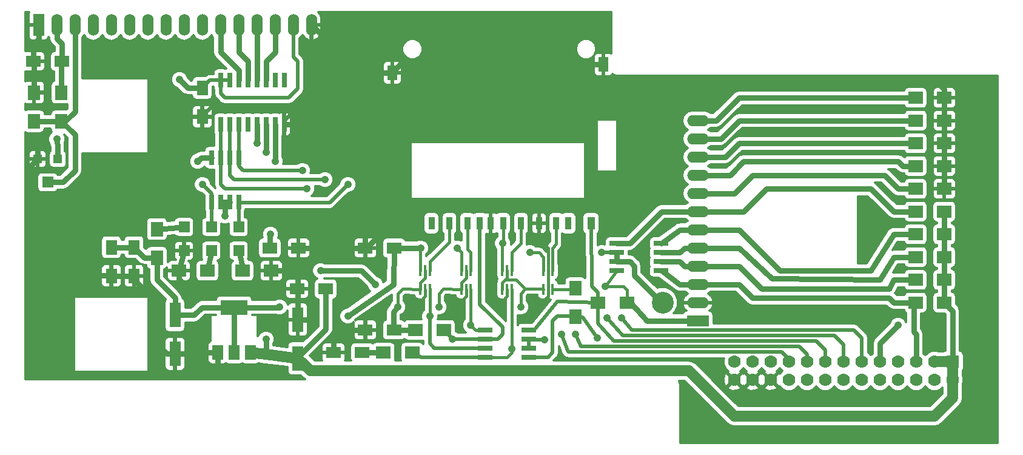
<source format=gtl>
G04 #@! TF.FileFunction,Copper,L1,Top,Signal*
%FSLAX46Y46*%
G04 Gerber Fmt 4.6, Leading zero omitted, Abs format (unit mm)*
G04 Created by KiCad (PCBNEW 4.0.5-e0-6337~49~ubuntu14.04.1) date Fri Dec 30 14:23:34 2016*
%MOMM*%
%LPD*%
G01*
G04 APERTURE LIST*
%ADD10C,0.150000*%
%ADD11R,1.778000X1.778000*%
%ADD12C,1.778000*%
%ADD13R,0.398780X1.501140*%
%ADD14C,3.048000*%
%ADD15R,2.000000X1.600000*%
%ADD16R,1.600000X3.500000*%
%ADD17R,1.600000X2.000000*%
%ADD18R,1.500000X1.500000*%
%ADD19R,0.899160X1.798320*%
%ADD20R,1.399540X1.998980*%
%ADD21R,1.099820X1.798320*%
%ADD22R,1.524000X3.048000*%
%ADD23O,1.524000X3.048000*%
%ADD24R,3.048000X1.524000*%
%ADD25O,3.048000X1.524000*%
%ADD26R,2.000000X1.700000*%
%ADD27R,1.700000X2.000000*%
%ADD28R,1.200000X1.200000*%
%ADD29R,1.600000X1.500000*%
%ADD30R,0.660400X2.032000*%
%ADD31R,2.032000X0.660400*%
%ADD32R,3.800000X2.000000*%
%ADD33R,1.500000X2.000000*%
%ADD34C,1.066800*%
%ADD35C,0.762000*%
%ADD36C,0.381000*%
%ADD37C,1.524000*%
%ADD38C,0.508000*%
%ADD39C,0.304800*%
G04 APERTURE END LIST*
D10*
D11*
X206375000Y-124460000D03*
D12*
X206375000Y-127000000D03*
X203835000Y-124460000D03*
X203835000Y-127000000D03*
X201295000Y-124460000D03*
X201295000Y-127000000D03*
X198755000Y-124460000D03*
X198755000Y-127000000D03*
X196215000Y-124460000D03*
X196215000Y-127000000D03*
X193675000Y-124460000D03*
X193675000Y-127000000D03*
X191135000Y-124460000D03*
X191135000Y-127000000D03*
X188595000Y-124460000D03*
X188595000Y-127000000D03*
X186055000Y-124460000D03*
X186055000Y-127000000D03*
X183515000Y-124460000D03*
X183515000Y-127000000D03*
X180975000Y-124460000D03*
X180975000Y-127000000D03*
X178435000Y-124460000D03*
X178435000Y-127000000D03*
X175895000Y-124460000D03*
X175895000Y-127000000D03*
D13*
X149209760Y-114360960D03*
X149860000Y-114360960D03*
X150510240Y-114360960D03*
X150510240Y-111699040D03*
X149860000Y-111699040D03*
X149209760Y-111699040D03*
D14*
X165862000Y-116205000D03*
D15*
X128365000Y-108585000D03*
X124365000Y-108585000D03*
X119920000Y-123190000D03*
X123920000Y-123190000D03*
X82010000Y-82550000D03*
X78010000Y-82550000D03*
D16*
X114935000Y-123985000D03*
X114935000Y-118585000D03*
D15*
X118840000Y-114300000D03*
X114840000Y-114300000D03*
D17*
X101600000Y-86265000D03*
X101600000Y-90265000D03*
D15*
X128365000Y-120015000D03*
X124365000Y-120015000D03*
D16*
X97790000Y-117950000D03*
X97790000Y-123350000D03*
D17*
X92075000Y-108490000D03*
X92075000Y-112490000D03*
D15*
X111030000Y-108585000D03*
X115030000Y-108585000D03*
D17*
X88900000Y-108490000D03*
X88900000Y-112490000D03*
D18*
X102870000Y-105665000D03*
X102870000Y-108965000D03*
X106680000Y-105665000D03*
X106680000Y-108965000D03*
X99060000Y-105665000D03*
X99060000Y-108965000D03*
D19*
X136105900Y-105138220D03*
X138605260Y-105138220D03*
X140355320Y-105138220D03*
X143603980Y-105138220D03*
X146103340Y-105138220D03*
X148602700Y-105138220D03*
X151023320Y-105138220D03*
X152722580Y-105138220D03*
X133606540Y-105138220D03*
X141856460Y-105138220D03*
D20*
X128125220Y-84140040D03*
X157624780Y-82991960D03*
D21*
X155874720Y-105138220D03*
D22*
X78740000Y-77470000D03*
D23*
X81280000Y-77470000D03*
X83820000Y-77470000D03*
X86360000Y-77470000D03*
X88900000Y-77470000D03*
X91440000Y-77470000D03*
X93980000Y-77470000D03*
X96520000Y-77470000D03*
X99060000Y-77470000D03*
X101600000Y-77470000D03*
X104140000Y-77470000D03*
X106680000Y-77470000D03*
X109220000Y-77470000D03*
X111760000Y-77470000D03*
X114300000Y-77470000D03*
X116840000Y-77470000D03*
D24*
X170815000Y-118745000D03*
D25*
X170815000Y-116205000D03*
X170815000Y-113665000D03*
X170815000Y-111125000D03*
X170815000Y-108585000D03*
X170815000Y-106045000D03*
X170815000Y-103505000D03*
X170815000Y-100965000D03*
X170815000Y-98425000D03*
X170815000Y-95885000D03*
X170815000Y-93345000D03*
X170815000Y-90805000D03*
D26*
X160877000Y-116205000D03*
X156877000Y-116205000D03*
X131350000Y-120015000D03*
X135350000Y-120015000D03*
D27*
X153670000Y-114205000D03*
X153670000Y-118205000D03*
X81915000Y-86900000D03*
X81915000Y-90900000D03*
D26*
X102330000Y-111760000D03*
X98330000Y-111760000D03*
X126905000Y-123190000D03*
X130905000Y-123190000D03*
X107220000Y-111760000D03*
X111220000Y-111760000D03*
D27*
X78105000Y-90900000D03*
X78105000Y-86900000D03*
D26*
X201200000Y-116205000D03*
X205200000Y-116205000D03*
X201200000Y-113030000D03*
X205200000Y-113030000D03*
X201200000Y-109855000D03*
X205200000Y-109855000D03*
X201200000Y-106680000D03*
X205200000Y-106680000D03*
X201200000Y-103505000D03*
X205200000Y-103505000D03*
X201200000Y-100330000D03*
X205200000Y-100330000D03*
X201200000Y-97155000D03*
X205200000Y-97155000D03*
X201200000Y-93980000D03*
X205200000Y-93980000D03*
X201200000Y-90805000D03*
X205200000Y-90805000D03*
X201200000Y-87630000D03*
X205200000Y-87630000D03*
D27*
X95250000Y-109950000D03*
X95250000Y-105950000D03*
D28*
X81410000Y-96165000D03*
X78610000Y-96165000D03*
D29*
X80010000Y-99415000D03*
D30*
X106680000Y-95986600D03*
X105410000Y-95986600D03*
X104140000Y-95986600D03*
X102870000Y-95986600D03*
X102870000Y-102133400D03*
X104140000Y-102133400D03*
X105410000Y-102133400D03*
X106680000Y-102133400D03*
D31*
X141071600Y-120015000D03*
X141071600Y-121285000D03*
X141071600Y-122555000D03*
X141071600Y-123825000D03*
X147218400Y-123825000D03*
X147218400Y-122555000D03*
X147218400Y-121285000D03*
X147218400Y-120015000D03*
X165633400Y-111760000D03*
X165633400Y-110490000D03*
X165633400Y-109220000D03*
X165633400Y-107950000D03*
X159486600Y-107950000D03*
X159486600Y-109220000D03*
X159486600Y-110490000D03*
X159486600Y-111760000D03*
D30*
X104140000Y-91338400D03*
X105410000Y-91338400D03*
X106680000Y-91338400D03*
X107950000Y-91338400D03*
X109220000Y-91338400D03*
X110490000Y-91338400D03*
X111760000Y-91338400D03*
X113030000Y-91338400D03*
X113030000Y-85191600D03*
X111760000Y-85191600D03*
X110490000Y-85191600D03*
X109220000Y-85191600D03*
X107950000Y-85191600D03*
X106680000Y-85191600D03*
X105410000Y-85191600D03*
X104140000Y-85191600D03*
D32*
X106045000Y-116865000D03*
D33*
X106045000Y-123165000D03*
X108345000Y-123165000D03*
X103745000Y-123165000D03*
D13*
X137779760Y-114360960D03*
X138430000Y-114360960D03*
X139080240Y-114360960D03*
X139080240Y-111699040D03*
X138430000Y-111699040D03*
X137779760Y-111699040D03*
X143494760Y-114360960D03*
X144145000Y-114360960D03*
X144795240Y-114360960D03*
X144795240Y-111699040D03*
X144145000Y-111699040D03*
X143494760Y-111699040D03*
X132064760Y-114360960D03*
X132715000Y-114360960D03*
X133365240Y-114360960D03*
X133365240Y-111699040D03*
X132715000Y-111699040D03*
X132064760Y-111699040D03*
D34*
X111125000Y-106680000D03*
X121920000Y-118110000D03*
X112395000Y-116840000D03*
X132080000Y-108585000D03*
X137160000Y-108585000D03*
X147320000Y-109220000D03*
X143510000Y-107950000D03*
X198755000Y-119380000D03*
X100965000Y-96520000D03*
X110490000Y-121285000D03*
X98425000Y-85090000D03*
X81280000Y-93345000D03*
X146050000Y-116840000D03*
X157861000Y-113919000D03*
X128905000Y-116840000D03*
X134620000Y-116840000D03*
X136525000Y-121285000D03*
X153670000Y-120650000D03*
X133350000Y-118110000D03*
X111760000Y-96520000D03*
X101600000Y-99695000D03*
X115570000Y-97790000D03*
X118745000Y-99060000D03*
X158115000Y-118364000D03*
X116205000Y-100330000D03*
X156718000Y-121158000D03*
X151765000Y-120650000D03*
X139065000Y-119380000D03*
X110490000Y-95250000D03*
X160147000Y-118364000D03*
X121920000Y-99695000D03*
X109220000Y-93980000D03*
X144780000Y-122682000D03*
X127000000Y-106045000D03*
X161290000Y-104140000D03*
X116840000Y-118745000D03*
X148590000Y-107315000D03*
X100330000Y-114935000D03*
X121285000Y-120015000D03*
X103505000Y-125730000D03*
X78740000Y-93345000D03*
X130175000Y-115443000D03*
X135890000Y-115443000D03*
X141605000Y-115443000D03*
X147320000Y-115443000D03*
X118110000Y-111760000D03*
X104775000Y-104140000D03*
X125730000Y-113665000D03*
X149352000Y-121412000D03*
X157353000Y-109220000D03*
D35*
X88900000Y-108490000D02*
X92075000Y-108490000D01*
X111030000Y-108585000D02*
X111030000Y-106775000D01*
X111030000Y-106775000D02*
X111125000Y-106680000D01*
X112370000Y-116865000D02*
X112395000Y-116840000D01*
X106045000Y-116865000D02*
X112370000Y-116865000D01*
X128270000Y-113665000D02*
X128365000Y-108585000D01*
X121920000Y-118110000D02*
X128270000Y-113665000D01*
X95250000Y-109950000D02*
X93535000Y-109950000D01*
X93535000Y-109950000D02*
X92075000Y-108490000D01*
X106045000Y-116865000D02*
X106045000Y-123165000D01*
X97790000Y-117950000D02*
X100490000Y-117950000D01*
X100490000Y-117950000D02*
X101575000Y-116865000D01*
X101575000Y-116865000D02*
X106045000Y-116865000D01*
X97790000Y-117950000D02*
X97790000Y-115570000D01*
X95250000Y-113030000D02*
X95250000Y-109950000D01*
X97790000Y-115570000D02*
X95250000Y-113030000D01*
X132080000Y-108585000D02*
X128365000Y-108585000D01*
D36*
X132064760Y-108600240D02*
X132064760Y-111699040D01*
X132080000Y-108585000D02*
X132064760Y-108600240D01*
X137779760Y-109204760D02*
X137779760Y-111699040D01*
X137160000Y-108585000D02*
X137779760Y-109204760D01*
X143494760Y-107950000D02*
X143510000Y-107950000D01*
X149209760Y-109839760D02*
X149209760Y-111699040D01*
X148590000Y-109220000D02*
X149209760Y-109839760D01*
X147320000Y-109220000D02*
X148590000Y-109220000D01*
X143494760Y-111699040D02*
X143494760Y-107950000D01*
X143494760Y-107950000D02*
X143494760Y-107965240D01*
X143603980Y-107856020D02*
X143603980Y-105138220D01*
X143494760Y-107965240D02*
X143603980Y-107856020D01*
D35*
X196215000Y-124460000D02*
X196215000Y-121920000D01*
X196215000Y-121920000D02*
X198755000Y-119380000D01*
D37*
X169545000Y-125730000D02*
X116840000Y-125730000D01*
D35*
X110490000Y-123431904D02*
X110490000Y-121285000D01*
X101498400Y-95986600D02*
X102870000Y-95986600D01*
X100965000Y-96520000D02*
X101498400Y-95986600D01*
X101600000Y-86265000D02*
X99600000Y-86265000D01*
X99600000Y-86265000D02*
X98425000Y-85090000D01*
X114935000Y-123985000D02*
X114935000Y-123825000D01*
X114935000Y-123825000D02*
X118840000Y-119920000D01*
X118840000Y-119920000D02*
X118840000Y-114300000D01*
D37*
X114935000Y-123985000D02*
X110490000Y-123431904D01*
X110490000Y-123431904D02*
X108345000Y-123165000D01*
X116840000Y-125730000D02*
X116680000Y-125730000D01*
X206375000Y-129540000D02*
X203835000Y-132080000D01*
X203835000Y-132080000D02*
X175895000Y-132080000D01*
X175895000Y-132080000D02*
X169545000Y-125730000D01*
X206375000Y-127000000D02*
X206375000Y-129540000D01*
X116680000Y-125730000D02*
X114935000Y-123985000D01*
D35*
X81410000Y-96165000D02*
X81410000Y-94110000D01*
X81410000Y-94110000D02*
X81280000Y-93980000D01*
X81280000Y-93980000D02*
X81280000Y-93345000D01*
X82010000Y-82550000D02*
X82010000Y-80105000D01*
X81280000Y-79375000D02*
X81280000Y-77470000D01*
X82010000Y-80105000D02*
X81280000Y-79375000D01*
X81915000Y-86900000D02*
X81915000Y-82645000D01*
X81915000Y-82645000D02*
X82010000Y-82550000D01*
D38*
X104140000Y-85191600D02*
X102673400Y-85191600D01*
X102673400Y-85191600D02*
X101600000Y-86265000D01*
X105410000Y-85191600D02*
X104140000Y-85191600D01*
X104140000Y-85191600D02*
X104140000Y-86995000D01*
X104140000Y-86995000D02*
X104775000Y-87630000D01*
X104775000Y-87630000D02*
X113665000Y-87630000D01*
X113665000Y-87630000D02*
X114935000Y-86360000D01*
X114935000Y-86360000D02*
X114935000Y-82550000D01*
X114935000Y-82550000D02*
X114300000Y-81915000D01*
X114300000Y-81915000D02*
X114300000Y-77470000D01*
D35*
X131350000Y-120015000D02*
X128365000Y-120015000D01*
D38*
X128365000Y-120015000D02*
X128270000Y-119920000D01*
D35*
X128270000Y-119920000D02*
X128270000Y-117475000D01*
X128270000Y-117475000D02*
X128905000Y-116840000D01*
D36*
X143891000Y-113030000D02*
X145415000Y-113030000D01*
X145415000Y-113030000D02*
X146685000Y-114300000D01*
X146050000Y-114935000D02*
X146685000Y-114300000D01*
X146050000Y-116840000D02*
X146050000Y-114935000D01*
X146685000Y-114300000D02*
X149148800Y-114300000D01*
X149148800Y-114300000D02*
X149209760Y-114360960D01*
D35*
X170815000Y-118745000D02*
X163703000Y-118745000D01*
X161417000Y-116205000D02*
X160877000Y-116205000D01*
X163703000Y-118745000D02*
X161417000Y-116205000D01*
D37*
X203835000Y-124460000D02*
X206375000Y-124460000D01*
X206375000Y-124460000D02*
X206375000Y-127000000D01*
D35*
X205200000Y-103505000D02*
X205200000Y-106680000D01*
X205200000Y-106680000D02*
X205200000Y-109855000D01*
X205200000Y-109855000D02*
X205200000Y-113030000D01*
X205200000Y-113030000D02*
X205200000Y-116205000D01*
X205200000Y-116205000D02*
X206375000Y-117380000D01*
X206375000Y-117380000D02*
X206375000Y-124460000D01*
D36*
X157861000Y-113919000D02*
X160401000Y-113919000D01*
X160401000Y-113919000D02*
X160909000Y-114427000D01*
X160909000Y-114427000D02*
X160877000Y-116205000D01*
X157962600Y-113817400D02*
X159486600Y-111760000D01*
X157861000Y-113919000D02*
X157962600Y-113817400D01*
X129540000Y-114300000D02*
X132064760Y-114360960D01*
X128905000Y-114935000D02*
X129540000Y-114300000D01*
X128905000Y-116840000D02*
X128905000Y-114935000D01*
X135255000Y-114300000D02*
X137779760Y-114360960D01*
X134620000Y-114935000D02*
X135255000Y-114300000D01*
X134620000Y-116840000D02*
X134620000Y-114935000D01*
X132064760Y-114360960D02*
X132064760Y-113426240D01*
X132064760Y-113426240D02*
X132715000Y-112776000D01*
X132715000Y-112776000D02*
X132715000Y-111699040D01*
X137779760Y-114360960D02*
X137779760Y-113426240D01*
X137779760Y-113426240D02*
X138430000Y-112776000D01*
X138430000Y-112776000D02*
X138430000Y-111699040D01*
X143494760Y-114360960D02*
X143494760Y-113426240D01*
X144145000Y-112776000D02*
X144145000Y-111699040D01*
X143494760Y-113426240D02*
X143891000Y-113030000D01*
X143891000Y-113030000D02*
X144145000Y-112776000D01*
D38*
X136525000Y-121285000D02*
X136620000Y-121285000D01*
X136620000Y-121285000D02*
X135350000Y-120015000D01*
X141071600Y-121285000D02*
X142875000Y-121285000D01*
X140355320Y-116479320D02*
X140355320Y-105138220D01*
X143510000Y-119634000D02*
X140355320Y-116479320D01*
X143510000Y-120650000D02*
X143510000Y-119634000D01*
X142875000Y-121285000D02*
X143510000Y-120650000D01*
X136525000Y-121285000D02*
X141071600Y-121285000D01*
D35*
X165633400Y-110490000D02*
X168275000Y-110490000D01*
X168910000Y-111125000D02*
X170815000Y-111125000D01*
X168275000Y-110490000D02*
X168910000Y-111125000D01*
X200914000Y-113030000D02*
X198120000Y-113030000D01*
X179705000Y-114300000D02*
X176530000Y-111125000D01*
X176530000Y-111125000D02*
X170815000Y-111125000D01*
X197485000Y-114300000D02*
X179705000Y-114300000D01*
X198120000Y-113030000D02*
X197485000Y-114300000D01*
X80010000Y-99415000D02*
X82195000Y-99415000D01*
X83820000Y-92805000D02*
X81915000Y-90900000D01*
X83820000Y-97790000D02*
X83820000Y-92805000D01*
X82195000Y-99415000D02*
X83820000Y-97790000D01*
X81915000Y-90900000D02*
X82455000Y-90900000D01*
X82455000Y-90900000D02*
X83820000Y-89535000D01*
X83820000Y-89535000D02*
X83820000Y-77470000D01*
X78105000Y-90900000D02*
X81915000Y-90900000D01*
D38*
X133350000Y-118110000D02*
X133350000Y-121920000D01*
X133350000Y-121920000D02*
X133985000Y-122555000D01*
X154432000Y-122301000D02*
X153670000Y-120650000D01*
X186055000Y-123444000D02*
X186055000Y-124460000D01*
X184912000Y-122301000D02*
X154432000Y-122301000D01*
X186055000Y-123444000D02*
X184912000Y-122301000D01*
X141071600Y-122555000D02*
X133985000Y-122555000D01*
D36*
X133350000Y-118110000D02*
X133350000Y-114300000D01*
X133350000Y-114300000D02*
X133365240Y-114360960D01*
X133365240Y-111699040D02*
X133365240Y-110474760D01*
X136105900Y-107734100D02*
X136105900Y-105138220D01*
X133365240Y-110474760D02*
X136105900Y-107734100D01*
D35*
X106680000Y-85191600D02*
X106680000Y-83820000D01*
X104140000Y-81280000D02*
X104140000Y-77470000D01*
X106680000Y-83820000D02*
X104140000Y-81280000D01*
X107950000Y-85191600D02*
X107950000Y-82550000D01*
X106680000Y-81280000D02*
X106680000Y-77470000D01*
X107950000Y-82550000D02*
X106680000Y-81280000D01*
X109220000Y-85191600D02*
X109220000Y-77470000D01*
X110490000Y-85191600D02*
X110490000Y-82550000D01*
X111760000Y-81280000D02*
X111760000Y-77470000D01*
X110490000Y-82550000D02*
X111760000Y-81280000D01*
X165633400Y-111760000D02*
X165735000Y-111760000D01*
X165735000Y-111760000D02*
X168275000Y-113665000D01*
X168275000Y-113665000D02*
X170815000Y-113665000D01*
X201295000Y-124460000D02*
X201295000Y-120650000D01*
X200914000Y-120269000D02*
X200914000Y-116205000D01*
X201295000Y-120650000D02*
X200914000Y-120269000D01*
X200914000Y-116205000D02*
X198120000Y-116205000D01*
X176530000Y-113665000D02*
X170815000Y-113665000D01*
X178435000Y-115570000D02*
X176530000Y-113665000D01*
X197485000Y-115570000D02*
X178435000Y-115570000D01*
X198120000Y-116205000D02*
X197485000Y-115570000D01*
X111760000Y-91338400D02*
X111760000Y-96520000D01*
D38*
X102870000Y-105665000D02*
X102870000Y-102133400D01*
X102870000Y-100965000D02*
X102870000Y-102133400D01*
X101600000Y-99695000D02*
X102870000Y-100965000D01*
X106680000Y-97155000D02*
X106680000Y-95986600D01*
X107315000Y-97790000D02*
X106680000Y-97155000D01*
X115570000Y-97790000D02*
X107315000Y-97790000D01*
X106680000Y-95986600D02*
X106680000Y-91338400D01*
X160274000Y-120777000D02*
X158115000Y-118364000D01*
X191135000Y-124460000D02*
X191135000Y-122047000D01*
X189865000Y-120777000D02*
X160274000Y-120777000D01*
X191135000Y-122047000D02*
X189865000Y-120777000D01*
X105410000Y-98425000D02*
X105410000Y-95986600D01*
X106045000Y-99060000D02*
X105410000Y-98425000D01*
X118745000Y-99060000D02*
X106045000Y-99060000D01*
X105410000Y-95986600D02*
X105410000Y-91338400D01*
X104140000Y-99695000D02*
X104140000Y-95986600D01*
X104775000Y-100330000D02*
X104140000Y-99695000D01*
X116205000Y-100330000D02*
X104775000Y-100330000D01*
X104140000Y-95986600D02*
X104140000Y-91338400D01*
D35*
X165633400Y-109220000D02*
X168275000Y-109220000D01*
X168910000Y-108585000D02*
X170815000Y-108585000D01*
X168275000Y-109220000D02*
X168910000Y-108585000D01*
X200914000Y-109855000D02*
X198120000Y-109855000D01*
X176530000Y-108585000D02*
X170815000Y-108585000D01*
X181119300Y-112875657D02*
X176530000Y-108585000D01*
X196215000Y-113030000D02*
X181119300Y-112875657D01*
X198120000Y-109855000D02*
X196215000Y-113030000D01*
D38*
X150495000Y-118745000D02*
X151130000Y-118110000D01*
X149860000Y-123825000D02*
X150495000Y-123190000D01*
X150495000Y-123190000D02*
X150495000Y-118745000D01*
X147218400Y-123825000D02*
X149860000Y-123825000D01*
X151130000Y-118110000D02*
X153575000Y-118110000D01*
X153575000Y-118110000D02*
X153670000Y-118205000D01*
X154686000Y-118237000D02*
X153670000Y-118205000D01*
X156718000Y-121158000D02*
X154686000Y-118237000D01*
D36*
X150510240Y-111699040D02*
X150510240Y-108569760D01*
X151023320Y-108056680D02*
X151023320Y-105138220D01*
X150510240Y-108569760D02*
X151023320Y-108056680D01*
D38*
X152654000Y-123063000D02*
X151765000Y-120650000D01*
X183515000Y-124079000D02*
X182499000Y-123063000D01*
X182499000Y-123063000D02*
X152654000Y-123063000D01*
D36*
X141071600Y-120015000D02*
X139700000Y-120015000D01*
X139700000Y-120015000D02*
X139080240Y-119395240D01*
X139080240Y-119395240D02*
X139080240Y-114360960D01*
D38*
X183515000Y-124460000D02*
X183515000Y-124079000D01*
D36*
X139080240Y-111699040D02*
X139080240Y-109235240D01*
X138605260Y-108760260D02*
X138605260Y-105138220D01*
X139080240Y-109235240D02*
X138605260Y-108760260D01*
D35*
X110490000Y-91338400D02*
X110490000Y-95250000D01*
D38*
X106680000Y-105665000D02*
X106680000Y-102133400D01*
X161544000Y-120015000D02*
X160147000Y-118364000D01*
X193675000Y-124460000D02*
X193675000Y-121158000D01*
X192532000Y-120015000D02*
X161544000Y-120015000D01*
X193675000Y-121158000D02*
X192532000Y-120015000D01*
X119380000Y-102235000D02*
X106680000Y-102235000D01*
X121920000Y-99695000D02*
X119380000Y-102235000D01*
D35*
X165633400Y-107950000D02*
X165735000Y-107950000D01*
X165735000Y-107950000D02*
X168275000Y-106045000D01*
X168275000Y-106045000D02*
X170815000Y-106045000D01*
X176530000Y-106045000D02*
X170815000Y-106045000D01*
X182244996Y-111758492D02*
X176530000Y-106045000D01*
X194945000Y-111760000D02*
X182244996Y-111758492D01*
X198120000Y-106680000D02*
X194945000Y-111760000D01*
X200914000Y-106680000D02*
X198120000Y-106680000D01*
X109220000Y-91338400D02*
X109220000Y-93980000D01*
D38*
X141071600Y-123825000D02*
X132175000Y-123825000D01*
X132175000Y-123825000D02*
X130905000Y-123190000D01*
X144780000Y-122682000D02*
X144795240Y-122682000D01*
D36*
X141071600Y-123825000D02*
X144145000Y-123825000D01*
X144145000Y-123825000D02*
X144795240Y-123174760D01*
X144795240Y-123174760D02*
X144795240Y-122682000D01*
X144795240Y-122682000D02*
X144795240Y-114360960D01*
X144795240Y-111699040D02*
X144795240Y-109204760D01*
X146103340Y-107896660D02*
X146103340Y-105138220D01*
X144795240Y-109204760D02*
X146103340Y-107896660D01*
D35*
X165735000Y-103505000D02*
X170815000Y-103505000D01*
X161290000Y-107950000D02*
X165735000Y-103505000D01*
X159486600Y-107950000D02*
X161290000Y-107950000D01*
X200914000Y-103505000D02*
X198120000Y-103505000D01*
X177165000Y-103505000D02*
X170815000Y-103505000D01*
X180340000Y-100330000D02*
X177165000Y-103505000D01*
X194945000Y-100330000D02*
X180340000Y-100330000D01*
X198120000Y-103505000D02*
X194945000Y-100330000D01*
D38*
X147218400Y-120015000D02*
X147955000Y-120015000D01*
X147955000Y-120015000D02*
X151130000Y-116078000D01*
X151130000Y-116078000D02*
X156877000Y-116205000D01*
X159004000Y-121539000D02*
X156845000Y-119126000D01*
X188595000Y-122809000D02*
X187325000Y-121539000D01*
X187325000Y-121539000D02*
X159004000Y-121539000D01*
X188595000Y-124460000D02*
X188595000Y-122809000D01*
X156845000Y-119126000D02*
X156845000Y-116237000D01*
X156845000Y-116237000D02*
X156877000Y-116205000D01*
X156877000Y-116205000D02*
X156845000Y-114808000D01*
X155956000Y-113919000D02*
X155874720Y-105138220D01*
X156845000Y-114808000D02*
X155956000Y-113919000D01*
D35*
X128125220Y-84140040D02*
X123510040Y-84140040D01*
X123510040Y-84140040D02*
X116840000Y-77470000D01*
X157624780Y-82991960D02*
X129273300Y-82991960D01*
X129273300Y-82991960D02*
X128125220Y-84140040D01*
X81280000Y-112395000D02*
X88805000Y-112395000D01*
X88805000Y-112395000D02*
X88900000Y-112490000D01*
X88900000Y-112490000D02*
X92075000Y-112490000D01*
X81280000Y-112395000D02*
X77470000Y-108585000D01*
X77470000Y-108585000D02*
X77470000Y-97305000D01*
X77470000Y-97305000D02*
X78610000Y-96165000D01*
X118745000Y-108585000D02*
X115030000Y-108585000D01*
X127000000Y-106045000D02*
X124460000Y-108585000D01*
X124365000Y-108585000D02*
X124460000Y-108585000D01*
X205200000Y-87630000D02*
X205200000Y-86455000D01*
X161290000Y-88900000D02*
X161290000Y-104140000D01*
X165100000Y-85090000D02*
X161290000Y-88900000D01*
X203835000Y-85090000D02*
X165100000Y-85090000D01*
X205200000Y-86455000D02*
X203835000Y-85090000D01*
X114935000Y-118585000D02*
X116680000Y-118585000D01*
X116680000Y-118585000D02*
X116840000Y-118745000D01*
X148602700Y-107315000D02*
X148590000Y-107315000D01*
D36*
X148602700Y-107315000D02*
X148602700Y-105138220D01*
D35*
X98330000Y-111760000D02*
X98330000Y-112935000D01*
X98330000Y-112935000D02*
X100330000Y-114935000D01*
X103745000Y-123165000D02*
X103745000Y-125490000D01*
X103505000Y-125730000D02*
X103745000Y-125490000D01*
X124365000Y-108585000D02*
X124365000Y-99600000D01*
X116103400Y-91338400D02*
X113030000Y-91338400D01*
X124365000Y-99600000D02*
X116103400Y-91338400D01*
X92075000Y-112490000D02*
X92075000Y-113030000D01*
X92075000Y-113030000D02*
X95250000Y-116205000D01*
X95250000Y-116205000D02*
X95250000Y-121920000D01*
X95250000Y-121920000D02*
X96680000Y-123350000D01*
X96680000Y-123350000D02*
X97790000Y-123350000D01*
X114935000Y-112395000D02*
X118745000Y-108585000D01*
X118745000Y-108585000D02*
X124365000Y-108585000D01*
X114935000Y-118585000D02*
X114935000Y-114395000D01*
X114935000Y-114395000D02*
X114935000Y-112395000D01*
X114935000Y-112395000D02*
X114300000Y-111760000D01*
X114300000Y-111760000D02*
X111220000Y-111760000D01*
X103745000Y-123165000D02*
X97790000Y-123350000D01*
X99060000Y-108965000D02*
X98330000Y-111760000D01*
X78610000Y-96165000D02*
X78610000Y-93475000D01*
X78610000Y-93475000D02*
X78740000Y-93345000D01*
X78010000Y-82550000D02*
X78010000Y-80105000D01*
X78740000Y-79375000D02*
X78740000Y-77470000D01*
X78010000Y-80105000D02*
X78740000Y-79375000D01*
X78105000Y-86900000D02*
X78105000Y-82645000D01*
X78105000Y-82645000D02*
X78010000Y-82550000D01*
X119920000Y-123190000D02*
X119920000Y-121380000D01*
X119920000Y-121380000D02*
X121285000Y-120015000D01*
X121285000Y-120015000D02*
X124365000Y-120015000D01*
D38*
X101600000Y-90265000D02*
X101600000Y-90170000D01*
X101600000Y-90170000D02*
X102870000Y-88900000D01*
X113030000Y-89535000D02*
X113030000Y-91338400D01*
X112395000Y-88900000D02*
X113030000Y-89535000D01*
X102870000Y-88900000D02*
X112395000Y-88900000D01*
X113030000Y-91338400D02*
X113030000Y-90805000D01*
X113030000Y-90805000D02*
X116840000Y-86995000D01*
X116840000Y-86995000D02*
X116840000Y-77470000D01*
X141605000Y-115443000D02*
X141859000Y-115189000D01*
X141859000Y-115189000D02*
X141859000Y-105140760D01*
X141859000Y-105140760D02*
X141856460Y-105138220D01*
D36*
X132715000Y-114360960D02*
X132715000Y-115316000D01*
X130683000Y-115951000D02*
X130175000Y-115443000D01*
X132080000Y-115951000D02*
X130683000Y-115951000D01*
X132715000Y-115316000D02*
X132080000Y-115951000D01*
X138430000Y-114360960D02*
X138430000Y-115316000D01*
X136398000Y-115951000D02*
X135890000Y-115443000D01*
X137795000Y-115951000D02*
X136398000Y-115951000D01*
X138430000Y-115316000D02*
X137795000Y-115951000D01*
X149860000Y-114360960D02*
X149860000Y-115316000D01*
X144145000Y-115316000D02*
X144145000Y-114360960D01*
X143510000Y-115951000D02*
X144145000Y-115316000D01*
X142113000Y-115951000D02*
X143510000Y-115951000D01*
X141605000Y-115443000D02*
X142113000Y-115951000D01*
X147828000Y-115951000D02*
X147320000Y-115443000D01*
X149225000Y-115951000D02*
X147828000Y-115951000D01*
X149860000Y-115316000D02*
X149225000Y-115951000D01*
D35*
X205200000Y-100330000D02*
X205200000Y-97155000D01*
X205200000Y-97155000D02*
X205200000Y-93980000D01*
X205200000Y-93980000D02*
X205200000Y-90805000D01*
X205200000Y-90805000D02*
X205200000Y-87630000D01*
D36*
X149860000Y-111699040D02*
X149860000Y-108585000D01*
X148602700Y-107327700D02*
X148602700Y-107315000D01*
X149860000Y-108585000D02*
X148602700Y-107327700D01*
X149860000Y-114360960D02*
X149860000Y-111699040D01*
D35*
X104775000Y-102133400D02*
X104775000Y-104140000D01*
X123825000Y-111760000D02*
X125730000Y-113665000D01*
X118110000Y-111760000D02*
X123825000Y-111760000D01*
X104140000Y-102133400D02*
X104775000Y-102133400D01*
X104775000Y-102133400D02*
X105410000Y-102133400D01*
D38*
X147218400Y-122555000D02*
X147218400Y-121285000D01*
X147218400Y-121285000D02*
X147345400Y-121412000D01*
X147345400Y-121412000D02*
X149352000Y-121412000D01*
X157353000Y-109220000D02*
X159486600Y-109220000D01*
D35*
X165862000Y-116205000D02*
X165735000Y-116205000D01*
X165735000Y-116205000D02*
X161925000Y-112395000D01*
X161925000Y-112395000D02*
X161925000Y-111125000D01*
X161925000Y-111125000D02*
X161290000Y-110490000D01*
X161290000Y-110490000D02*
X159486600Y-110490000D01*
X159486600Y-110490000D02*
X159486600Y-109220000D01*
X123920000Y-123190000D02*
X126905000Y-123190000D01*
X175895000Y-100965000D02*
X170815000Y-100965000D01*
X178435000Y-98425000D02*
X175895000Y-100965000D01*
X196850000Y-98425000D02*
X178435000Y-98425000D01*
X198755000Y-100330000D02*
X196850000Y-98425000D01*
X200914000Y-100330000D02*
X198755000Y-100330000D01*
X201200000Y-97155000D02*
X199390000Y-97155000D01*
X198755000Y-96520000D02*
X177165000Y-96520000D01*
X199390000Y-97155000D02*
X198755000Y-96520000D01*
X175260000Y-98425000D02*
X170815000Y-98425000D01*
X177165000Y-96520000D02*
X175260000Y-98425000D01*
X170815000Y-95885000D02*
X174625000Y-95885000D01*
X174625000Y-95885000D02*
X176530000Y-93980000D01*
X176530000Y-93980000D02*
X200914000Y-93980000D01*
X173990000Y-93345000D02*
X170815000Y-93345000D01*
X176530000Y-90805000D02*
X173990000Y-93345000D01*
X200914000Y-90805000D02*
X176530000Y-90805000D01*
X200914000Y-87630000D02*
X176530000Y-87630000D01*
X176530000Y-87630000D02*
X173355000Y-90805000D01*
X173355000Y-90805000D02*
X170815000Y-90805000D01*
D36*
X150510240Y-114360960D02*
X153514040Y-114360960D01*
X153514040Y-114360960D02*
X153670000Y-114205000D01*
D35*
X102330000Y-111760000D02*
X102870000Y-108965000D01*
X107220000Y-111760000D02*
X107315000Y-111760000D01*
X107315000Y-111760000D02*
X106680000Y-108965000D01*
X95250000Y-105950000D02*
X95345000Y-105950000D01*
X95345000Y-105950000D02*
X99060000Y-105665000D01*
D39*
G36*
X158674600Y-81422654D02*
X158455911Y-81332070D01*
X157891480Y-81332070D01*
X157726380Y-81497170D01*
X157726380Y-82890360D01*
X157746380Y-82890360D01*
X157746380Y-83093560D01*
X157726380Y-83093560D01*
X157726380Y-84486750D01*
X157891480Y-84651850D01*
X158455911Y-84651850D01*
X158698636Y-84551310D01*
X158884410Y-84365537D01*
X158898051Y-84332605D01*
X159113142Y-84476324D01*
X159385000Y-84530400D01*
X212649600Y-84530400D01*
X212649600Y-135814600D01*
X168350400Y-135814600D01*
X168350400Y-127635000D01*
X168296324Y-127363142D01*
X168155511Y-127152400D01*
X168955822Y-127152400D01*
X174889211Y-133085789D01*
X175350671Y-133394126D01*
X175895000Y-133502400D01*
X203835000Y-133502400D01*
X204379329Y-133394126D01*
X204840789Y-133085789D01*
X207380786Y-130545791D01*
X207380789Y-130545789D01*
X207689126Y-130084329D01*
X207797400Y-129540000D01*
X207797400Y-127614749D01*
X207924131Y-127309547D01*
X207924669Y-126693157D01*
X207797400Y-126385143D01*
X207797400Y-125738131D01*
X207884288Y-125610966D01*
X207937338Y-125349000D01*
X207937338Y-123571000D01*
X207891289Y-123326270D01*
X207746654Y-123101501D01*
X207525966Y-122950712D01*
X207416400Y-122928524D01*
X207416400Y-117380000D01*
X207337128Y-116981473D01*
X207111381Y-116643619D01*
X206873338Y-116405576D01*
X206873338Y-115355000D01*
X206827289Y-115110270D01*
X206682654Y-114885501D01*
X206461966Y-114734712D01*
X206241400Y-114690046D01*
X206241400Y-114545548D01*
X206444730Y-114507289D01*
X206669499Y-114362654D01*
X206820288Y-114141966D01*
X206873338Y-113880000D01*
X206873338Y-112180000D01*
X206827289Y-111935270D01*
X206682654Y-111710501D01*
X206461966Y-111559712D01*
X206241400Y-111515046D01*
X206241400Y-111370548D01*
X206444730Y-111332289D01*
X206669499Y-111187654D01*
X206820288Y-110966966D01*
X206873338Y-110705000D01*
X206873338Y-109005000D01*
X206827289Y-108760270D01*
X206682654Y-108535501D01*
X206461966Y-108384712D01*
X206241400Y-108340046D01*
X206241400Y-108195548D01*
X206444730Y-108157289D01*
X206669499Y-108012654D01*
X206820288Y-107791966D01*
X206873338Y-107530000D01*
X206873338Y-105830000D01*
X206827289Y-105585270D01*
X206682654Y-105360501D01*
X206461966Y-105209712D01*
X206241400Y-105165046D01*
X206241400Y-105020548D01*
X206444730Y-104982289D01*
X206669499Y-104837654D01*
X206820288Y-104616966D01*
X206873338Y-104355000D01*
X206873338Y-102655000D01*
X206827289Y-102410270D01*
X206682654Y-102185501D01*
X206461966Y-102034712D01*
X206200000Y-101981662D01*
X204200000Y-101981662D01*
X203955270Y-102027711D01*
X203730501Y-102172346D01*
X203579712Y-102393034D01*
X203526662Y-102655000D01*
X203526662Y-104355000D01*
X203572711Y-104599730D01*
X203717346Y-104824499D01*
X203938034Y-104975288D01*
X204158600Y-105019954D01*
X204158600Y-105164452D01*
X203955270Y-105202711D01*
X203730501Y-105347346D01*
X203579712Y-105568034D01*
X203526662Y-105830000D01*
X203526662Y-107530000D01*
X203572711Y-107774730D01*
X203717346Y-107999499D01*
X203938034Y-108150288D01*
X204158600Y-108194954D01*
X204158600Y-108339452D01*
X203955270Y-108377711D01*
X203730501Y-108522346D01*
X203579712Y-108743034D01*
X203526662Y-109005000D01*
X203526662Y-110705000D01*
X203572711Y-110949730D01*
X203717346Y-111174499D01*
X203938034Y-111325288D01*
X204158600Y-111369954D01*
X204158600Y-111514452D01*
X203955270Y-111552711D01*
X203730501Y-111697346D01*
X203579712Y-111918034D01*
X203526662Y-112180000D01*
X203526662Y-113880000D01*
X203572711Y-114124730D01*
X203717346Y-114349499D01*
X203938034Y-114500288D01*
X204158600Y-114544954D01*
X204158600Y-114689452D01*
X203955270Y-114727711D01*
X203730501Y-114872346D01*
X203579712Y-115093034D01*
X203526662Y-115355000D01*
X203526662Y-117055000D01*
X203572711Y-117299730D01*
X203717346Y-117524499D01*
X203938034Y-117675288D01*
X204200000Y-117728338D01*
X205250576Y-117728338D01*
X205333600Y-117811362D01*
X205333600Y-122926338D01*
X205241270Y-122943711D01*
X205095362Y-123037600D01*
X204449749Y-123037600D01*
X204144547Y-122910869D01*
X203528157Y-122910331D01*
X202958482Y-123145716D01*
X202564695Y-123538816D01*
X202336400Y-123310121D01*
X202336400Y-120650000D01*
X202257128Y-120251473D01*
X202031381Y-119913619D01*
X201955400Y-119837638D01*
X201955400Y-117728338D01*
X202200000Y-117728338D01*
X202444730Y-117682289D01*
X202669499Y-117537654D01*
X202820288Y-117316966D01*
X202873338Y-117055000D01*
X202873338Y-115355000D01*
X202827289Y-115110270D01*
X202682654Y-114885501D01*
X202461966Y-114734712D01*
X202200000Y-114681662D01*
X200200000Y-114681662D01*
X199955270Y-114727711D01*
X199730501Y-114872346D01*
X199579712Y-115093034D01*
X199565422Y-115163600D01*
X198551362Y-115163600D01*
X198302596Y-114914834D01*
X198314119Y-114897589D01*
X198416456Y-114765728D01*
X198763620Y-114071400D01*
X199562676Y-114071400D01*
X199572711Y-114124730D01*
X199717346Y-114349499D01*
X199938034Y-114500288D01*
X200200000Y-114553338D01*
X202200000Y-114553338D01*
X202444730Y-114507289D01*
X202669499Y-114362654D01*
X202820288Y-114141966D01*
X202873338Y-113880000D01*
X202873338Y-112180000D01*
X202827289Y-111935270D01*
X202682654Y-111710501D01*
X202461966Y-111559712D01*
X202200000Y-111506662D01*
X200200000Y-111506662D01*
X199955270Y-111552711D01*
X199730501Y-111697346D01*
X199579712Y-111918034D01*
X199565422Y-111988600D01*
X198120000Y-111988600D01*
X198045408Y-112003437D01*
X198709631Y-110896400D01*
X199562676Y-110896400D01*
X199572711Y-110949730D01*
X199717346Y-111174499D01*
X199938034Y-111325288D01*
X200200000Y-111378338D01*
X202200000Y-111378338D01*
X202444730Y-111332289D01*
X202669499Y-111187654D01*
X202820288Y-110966966D01*
X202873338Y-110705000D01*
X202873338Y-109005000D01*
X202827289Y-108760270D01*
X202682654Y-108535501D01*
X202461966Y-108384712D01*
X202200000Y-108331662D01*
X200200000Y-108331662D01*
X199955270Y-108377711D01*
X199730501Y-108522346D01*
X199579712Y-108743034D01*
X199565422Y-108813600D01*
X198120000Y-108813600D01*
X197999600Y-108837549D01*
X198697193Y-107721400D01*
X199562676Y-107721400D01*
X199572711Y-107774730D01*
X199717346Y-107999499D01*
X199938034Y-108150288D01*
X200200000Y-108203338D01*
X202200000Y-108203338D01*
X202444730Y-108157289D01*
X202669499Y-108012654D01*
X202820288Y-107791966D01*
X202873338Y-107530000D01*
X202873338Y-105830000D01*
X202827289Y-105585270D01*
X202682654Y-105360501D01*
X202461966Y-105209712D01*
X202200000Y-105156662D01*
X200200000Y-105156662D01*
X199955270Y-105202711D01*
X199730501Y-105347346D01*
X199579712Y-105568034D01*
X199565422Y-105638600D01*
X198120000Y-105638600D01*
X198004025Y-105661669D01*
X197885831Y-105665269D01*
X197806647Y-105700930D01*
X197721473Y-105717872D01*
X197623154Y-105783567D01*
X197515336Y-105832123D01*
X197455827Y-105895371D01*
X197383619Y-105943619D01*
X197317923Y-106041940D01*
X197236895Y-106128059D01*
X194367850Y-110718531D01*
X193192400Y-110718392D01*
X193192400Y-101371400D01*
X194513638Y-101371400D01*
X197383619Y-104241381D01*
X197721473Y-104467128D01*
X198120000Y-104546400D01*
X199562676Y-104546400D01*
X199572711Y-104599730D01*
X199717346Y-104824499D01*
X199938034Y-104975288D01*
X200200000Y-105028338D01*
X202200000Y-105028338D01*
X202444730Y-104982289D01*
X202669499Y-104837654D01*
X202820288Y-104616966D01*
X202873338Y-104355000D01*
X202873338Y-102655000D01*
X202827289Y-102410270D01*
X202682654Y-102185501D01*
X202461966Y-102034712D01*
X202200000Y-101981662D01*
X200200000Y-101981662D01*
X199955270Y-102027711D01*
X199730501Y-102172346D01*
X199579712Y-102393034D01*
X199565422Y-102463600D01*
X198551362Y-102463600D01*
X195681381Y-99593619D01*
X195490984Y-99466400D01*
X196418638Y-99466400D01*
X198018619Y-101066381D01*
X198356473Y-101292128D01*
X198755000Y-101371400D01*
X199562676Y-101371400D01*
X199572711Y-101424730D01*
X199717346Y-101649499D01*
X199938034Y-101800288D01*
X200200000Y-101853338D01*
X202200000Y-101853338D01*
X202444730Y-101807289D01*
X202669499Y-101662654D01*
X202820288Y-101441966D01*
X202873338Y-101180000D01*
X202873338Y-100596700D01*
X203539600Y-100596700D01*
X203539600Y-101311361D01*
X203640140Y-101554086D01*
X203825913Y-101739860D01*
X204068638Y-101840400D01*
X204933300Y-101840400D01*
X205098400Y-101675300D01*
X205098400Y-100431600D01*
X205301600Y-100431600D01*
X205301600Y-101675300D01*
X205466700Y-101840400D01*
X206331362Y-101840400D01*
X206574087Y-101739860D01*
X206759860Y-101554086D01*
X206860400Y-101311361D01*
X206860400Y-100596700D01*
X206695300Y-100431600D01*
X205301600Y-100431600D01*
X205098400Y-100431600D01*
X203704700Y-100431600D01*
X203539600Y-100596700D01*
X202873338Y-100596700D01*
X202873338Y-99480000D01*
X202848621Y-99348639D01*
X203539600Y-99348639D01*
X203539600Y-100063300D01*
X203704700Y-100228400D01*
X205098400Y-100228400D01*
X205098400Y-98984700D01*
X205301600Y-98984700D01*
X205301600Y-100228400D01*
X206695300Y-100228400D01*
X206860400Y-100063300D01*
X206860400Y-99348639D01*
X206759860Y-99105914D01*
X206574087Y-98920140D01*
X206331362Y-98819600D01*
X205466700Y-98819600D01*
X205301600Y-98984700D01*
X205098400Y-98984700D01*
X204933300Y-98819600D01*
X204068638Y-98819600D01*
X203825913Y-98920140D01*
X203640140Y-99105914D01*
X203539600Y-99348639D01*
X202848621Y-99348639D01*
X202827289Y-99235270D01*
X202682654Y-99010501D01*
X202461966Y-98859712D01*
X202200000Y-98806662D01*
X200200000Y-98806662D01*
X199955270Y-98852711D01*
X199730501Y-98997346D01*
X199579712Y-99218034D01*
X199565422Y-99288600D01*
X199186362Y-99288600D01*
X197586381Y-97688619D01*
X197498485Y-97629889D01*
X197395984Y-97561400D01*
X198323638Y-97561400D01*
X198653619Y-97891381D01*
X198991474Y-98117129D01*
X199390000Y-98196400D01*
X199562676Y-98196400D01*
X199572711Y-98249730D01*
X199717346Y-98474499D01*
X199938034Y-98625288D01*
X200200000Y-98678338D01*
X202200000Y-98678338D01*
X202444730Y-98632289D01*
X202669499Y-98487654D01*
X202820288Y-98266966D01*
X202873338Y-98005000D01*
X202873338Y-97421700D01*
X203539600Y-97421700D01*
X203539600Y-98136361D01*
X203640140Y-98379086D01*
X203825913Y-98564860D01*
X204068638Y-98665400D01*
X204933300Y-98665400D01*
X205098400Y-98500300D01*
X205098400Y-97256600D01*
X205301600Y-97256600D01*
X205301600Y-98500300D01*
X205466700Y-98665400D01*
X206331362Y-98665400D01*
X206574087Y-98564860D01*
X206759860Y-98379086D01*
X206860400Y-98136361D01*
X206860400Y-97421700D01*
X206695300Y-97256600D01*
X205301600Y-97256600D01*
X205098400Y-97256600D01*
X203704700Y-97256600D01*
X203539600Y-97421700D01*
X202873338Y-97421700D01*
X202873338Y-96305000D01*
X202848621Y-96173639D01*
X203539600Y-96173639D01*
X203539600Y-96888300D01*
X203704700Y-97053400D01*
X205098400Y-97053400D01*
X205098400Y-95809700D01*
X205301600Y-95809700D01*
X205301600Y-97053400D01*
X206695300Y-97053400D01*
X206860400Y-96888300D01*
X206860400Y-96173639D01*
X206759860Y-95930914D01*
X206574087Y-95745140D01*
X206331362Y-95644600D01*
X205466700Y-95644600D01*
X205301600Y-95809700D01*
X205098400Y-95809700D01*
X204933300Y-95644600D01*
X204068638Y-95644600D01*
X203825913Y-95745140D01*
X203640140Y-95930914D01*
X203539600Y-96173639D01*
X202848621Y-96173639D01*
X202827289Y-96060270D01*
X202682654Y-95835501D01*
X202461966Y-95684712D01*
X202200000Y-95631662D01*
X200200000Y-95631662D01*
X199955270Y-95677711D01*
X199730501Y-95822346D01*
X199649158Y-95941396D01*
X199491381Y-95783619D01*
X199343356Y-95684712D01*
X199153527Y-95557872D01*
X198755000Y-95478600D01*
X177165000Y-95478600D01*
X176766473Y-95557872D01*
X176576644Y-95684712D01*
X176428619Y-95783619D01*
X174828638Y-97383600D01*
X172572288Y-97383600D01*
X172230163Y-97155000D01*
X172572288Y-96926400D01*
X174625000Y-96926400D01*
X175023527Y-96847128D01*
X175361381Y-96621381D01*
X176961362Y-95021400D01*
X199562676Y-95021400D01*
X199572711Y-95074730D01*
X199717346Y-95299499D01*
X199938034Y-95450288D01*
X200200000Y-95503338D01*
X202200000Y-95503338D01*
X202444730Y-95457289D01*
X202669499Y-95312654D01*
X202820288Y-95091966D01*
X202873338Y-94830000D01*
X202873338Y-94246700D01*
X203539600Y-94246700D01*
X203539600Y-94961361D01*
X203640140Y-95204086D01*
X203825913Y-95389860D01*
X204068638Y-95490400D01*
X204933300Y-95490400D01*
X205098400Y-95325300D01*
X205098400Y-94081600D01*
X205301600Y-94081600D01*
X205301600Y-95325300D01*
X205466700Y-95490400D01*
X206331362Y-95490400D01*
X206574087Y-95389860D01*
X206759860Y-95204086D01*
X206860400Y-94961361D01*
X206860400Y-94246700D01*
X206695300Y-94081600D01*
X205301600Y-94081600D01*
X205098400Y-94081600D01*
X203704700Y-94081600D01*
X203539600Y-94246700D01*
X202873338Y-94246700D01*
X202873338Y-93130000D01*
X202848621Y-92998639D01*
X203539600Y-92998639D01*
X203539600Y-93713300D01*
X203704700Y-93878400D01*
X205098400Y-93878400D01*
X205098400Y-92634700D01*
X205301600Y-92634700D01*
X205301600Y-93878400D01*
X206695300Y-93878400D01*
X206860400Y-93713300D01*
X206860400Y-92998639D01*
X206759860Y-92755914D01*
X206574087Y-92570140D01*
X206331362Y-92469600D01*
X205466700Y-92469600D01*
X205301600Y-92634700D01*
X205098400Y-92634700D01*
X204933300Y-92469600D01*
X204068638Y-92469600D01*
X203825913Y-92570140D01*
X203640140Y-92755914D01*
X203539600Y-92998639D01*
X202848621Y-92998639D01*
X202827289Y-92885270D01*
X202682654Y-92660501D01*
X202461966Y-92509712D01*
X202200000Y-92456662D01*
X200200000Y-92456662D01*
X199955270Y-92502711D01*
X199730501Y-92647346D01*
X199579712Y-92868034D01*
X199565422Y-92938600D01*
X176530000Y-92938600D01*
X176131473Y-93017872D01*
X175793619Y-93243619D01*
X174193638Y-94843600D01*
X172572288Y-94843600D01*
X172230163Y-94615000D01*
X172572288Y-94386400D01*
X173990000Y-94386400D01*
X174388527Y-94307128D01*
X174726381Y-94081381D01*
X176961362Y-91846400D01*
X199562676Y-91846400D01*
X199572711Y-91899730D01*
X199717346Y-92124499D01*
X199938034Y-92275288D01*
X200200000Y-92328338D01*
X202200000Y-92328338D01*
X202444730Y-92282289D01*
X202669499Y-92137654D01*
X202820288Y-91916966D01*
X202873338Y-91655000D01*
X202873338Y-91071700D01*
X203539600Y-91071700D01*
X203539600Y-91786361D01*
X203640140Y-92029086D01*
X203825913Y-92214860D01*
X204068638Y-92315400D01*
X204933300Y-92315400D01*
X205098400Y-92150300D01*
X205098400Y-90906600D01*
X205301600Y-90906600D01*
X205301600Y-92150300D01*
X205466700Y-92315400D01*
X206331362Y-92315400D01*
X206574087Y-92214860D01*
X206759860Y-92029086D01*
X206860400Y-91786361D01*
X206860400Y-91071700D01*
X206695300Y-90906600D01*
X205301600Y-90906600D01*
X205098400Y-90906600D01*
X203704700Y-90906600D01*
X203539600Y-91071700D01*
X202873338Y-91071700D01*
X202873338Y-89955000D01*
X202848621Y-89823639D01*
X203539600Y-89823639D01*
X203539600Y-90538300D01*
X203704700Y-90703400D01*
X205098400Y-90703400D01*
X205098400Y-89459700D01*
X205301600Y-89459700D01*
X205301600Y-90703400D01*
X206695300Y-90703400D01*
X206860400Y-90538300D01*
X206860400Y-89823639D01*
X206759860Y-89580914D01*
X206574087Y-89395140D01*
X206331362Y-89294600D01*
X205466700Y-89294600D01*
X205301600Y-89459700D01*
X205098400Y-89459700D01*
X204933300Y-89294600D01*
X204068638Y-89294600D01*
X203825913Y-89395140D01*
X203640140Y-89580914D01*
X203539600Y-89823639D01*
X202848621Y-89823639D01*
X202827289Y-89710270D01*
X202682654Y-89485501D01*
X202461966Y-89334712D01*
X202200000Y-89281662D01*
X200200000Y-89281662D01*
X199955270Y-89327711D01*
X199730501Y-89472346D01*
X199579712Y-89693034D01*
X199565422Y-89763600D01*
X176530000Y-89763600D01*
X176131473Y-89842872D01*
X175963662Y-89955000D01*
X175793619Y-90068619D01*
X173558638Y-92303600D01*
X172572288Y-92303600D01*
X172230163Y-92075000D01*
X172572288Y-91846400D01*
X173355000Y-91846400D01*
X173753527Y-91767128D01*
X174091381Y-91541381D01*
X176961362Y-88671400D01*
X199562676Y-88671400D01*
X199572711Y-88724730D01*
X199717346Y-88949499D01*
X199938034Y-89100288D01*
X200200000Y-89153338D01*
X202200000Y-89153338D01*
X202444730Y-89107289D01*
X202669499Y-88962654D01*
X202820288Y-88741966D01*
X202873338Y-88480000D01*
X202873338Y-87896700D01*
X203539600Y-87896700D01*
X203539600Y-88611361D01*
X203640140Y-88854086D01*
X203825913Y-89039860D01*
X204068638Y-89140400D01*
X204933300Y-89140400D01*
X205098400Y-88975300D01*
X205098400Y-87731600D01*
X205301600Y-87731600D01*
X205301600Y-88975300D01*
X205466700Y-89140400D01*
X206331362Y-89140400D01*
X206574087Y-89039860D01*
X206759860Y-88854086D01*
X206860400Y-88611361D01*
X206860400Y-87896700D01*
X206695300Y-87731600D01*
X205301600Y-87731600D01*
X205098400Y-87731600D01*
X203704700Y-87731600D01*
X203539600Y-87896700D01*
X202873338Y-87896700D01*
X202873338Y-86780000D01*
X202848621Y-86648639D01*
X203539600Y-86648639D01*
X203539600Y-87363300D01*
X203704700Y-87528400D01*
X205098400Y-87528400D01*
X205098400Y-86284700D01*
X205301600Y-86284700D01*
X205301600Y-87528400D01*
X206695300Y-87528400D01*
X206860400Y-87363300D01*
X206860400Y-86648639D01*
X206759860Y-86405914D01*
X206574087Y-86220140D01*
X206331362Y-86119600D01*
X205466700Y-86119600D01*
X205301600Y-86284700D01*
X205098400Y-86284700D01*
X204933300Y-86119600D01*
X204068638Y-86119600D01*
X203825913Y-86220140D01*
X203640140Y-86405914D01*
X203539600Y-86648639D01*
X202848621Y-86648639D01*
X202827289Y-86535270D01*
X202682654Y-86310501D01*
X202461966Y-86159712D01*
X202200000Y-86106662D01*
X200200000Y-86106662D01*
X199955270Y-86152711D01*
X199730501Y-86297346D01*
X199579712Y-86518034D01*
X199565422Y-86588600D01*
X176530000Y-86588600D01*
X176131473Y-86667872D01*
X175881515Y-86834889D01*
X175793619Y-86893619D01*
X172923638Y-89763600D01*
X172572288Y-89763600D01*
X172164124Y-89490874D01*
X171619795Y-89382600D01*
X170010205Y-89382600D01*
X169465876Y-89490874D01*
X169004416Y-89799211D01*
X168696079Y-90260671D01*
X168587805Y-90805000D01*
X168696079Y-91349329D01*
X169004416Y-91810789D01*
X169399837Y-92075000D01*
X169004416Y-92339211D01*
X168696079Y-92800671D01*
X168587805Y-93345000D01*
X168696079Y-93889329D01*
X169004416Y-94350789D01*
X169399837Y-94615000D01*
X169004416Y-94879211D01*
X168696079Y-95340671D01*
X168587805Y-95885000D01*
X168696079Y-96429329D01*
X169004416Y-96890789D01*
X169399837Y-97155000D01*
X169004416Y-97419211D01*
X168696079Y-97880671D01*
X168587805Y-98425000D01*
X168696079Y-98969329D01*
X169004416Y-99430789D01*
X169399837Y-99695000D01*
X169004416Y-99959211D01*
X168696079Y-100420671D01*
X168587805Y-100965000D01*
X168696079Y-101509329D01*
X169004416Y-101970789D01*
X169399837Y-102235000D01*
X169057712Y-102463600D01*
X165735000Y-102463600D01*
X165336473Y-102542872D01*
X165168662Y-102655000D01*
X164998619Y-102768619D01*
X160858638Y-106908600D01*
X159486600Y-106908600D01*
X159296255Y-106946462D01*
X158470600Y-106946462D01*
X158225870Y-106992511D01*
X158001101Y-107137146D01*
X157850312Y-107357834D01*
X157797262Y-107619800D01*
X157797262Y-108111847D01*
X157591503Y-108026408D01*
X157116580Y-108025993D01*
X156817036Y-108149762D01*
X156802496Y-106578998D01*
X156894129Y-106520034D01*
X157044918Y-106299346D01*
X157097968Y-106037380D01*
X157097968Y-104239060D01*
X157051919Y-103994330D01*
X156907284Y-103769561D01*
X156686596Y-103618772D01*
X156424630Y-103565722D01*
X155324810Y-103565722D01*
X155080080Y-103611771D01*
X154855311Y-103756406D01*
X154704522Y-103977094D01*
X154651472Y-104239060D01*
X154651472Y-106037380D01*
X154697521Y-106282110D01*
X154842156Y-106506879D01*
X154973782Y-106596815D01*
X155031013Y-112779573D01*
X155002654Y-112735501D01*
X154781966Y-112584712D01*
X154520000Y-112531662D01*
X152820000Y-112531662D01*
X152575270Y-112577711D01*
X152350501Y-112722346D01*
X152199712Y-112943034D01*
X152146662Y-113205000D01*
X152146662Y-113510060D01*
X151364090Y-113510060D01*
X151336919Y-113365660D01*
X151192284Y-113140891D01*
X151028657Y-113029090D01*
X151179129Y-112932264D01*
X151329918Y-112711576D01*
X151382968Y-112449610D01*
X151382968Y-110948470D01*
X151361140Y-110832464D01*
X151361140Y-108922214D01*
X151624997Y-108658357D01*
X151809449Y-108382305D01*
X151874220Y-108056680D01*
X151874220Y-106564187D01*
X152011034Y-106657668D01*
X152273000Y-106710718D01*
X153172160Y-106710718D01*
X153416890Y-106664669D01*
X153641659Y-106520034D01*
X153792448Y-106299346D01*
X153845498Y-106037380D01*
X153845498Y-104239060D01*
X153799449Y-103994330D01*
X153654814Y-103769561D01*
X153434126Y-103618772D01*
X153172160Y-103565722D01*
X152273000Y-103565722D01*
X152028270Y-103611771D01*
X151871892Y-103712398D01*
X151734866Y-103618772D01*
X151472900Y-103565722D01*
X150573740Y-103565722D01*
X150329010Y-103611771D01*
X150104241Y-103756406D01*
X149953452Y-103977094D01*
X149900402Y-104239060D01*
X149900402Y-106037380D01*
X149946451Y-106282110D01*
X150091086Y-106506879D01*
X150172420Y-106562452D01*
X150172420Y-107704226D01*
X149908563Y-107968083D01*
X149724111Y-108244134D01*
X149689069Y-108420301D01*
X149659340Y-108569760D01*
X149659340Y-109085986D01*
X149191677Y-108618323D01*
X148915626Y-108433871D01*
X148590000Y-108369100D01*
X148157401Y-108369100D01*
X147997116Y-108208536D01*
X147558503Y-108026408D01*
X147083580Y-108025993D01*
X146914628Y-108095802D01*
X146954240Y-107896660D01*
X146954240Y-106563906D01*
X147022419Y-106520034D01*
X147173208Y-106299346D01*
X147226258Y-106037380D01*
X147226258Y-105404920D01*
X147492720Y-105404920D01*
X147492720Y-106168742D01*
X147593260Y-106411467D01*
X147779034Y-106597240D01*
X148021759Y-106697780D01*
X148336000Y-106697780D01*
X148501100Y-106532680D01*
X148501100Y-105239820D01*
X148704300Y-105239820D01*
X148704300Y-106532680D01*
X148869400Y-106697780D01*
X149183641Y-106697780D01*
X149426366Y-106597240D01*
X149612140Y-106411467D01*
X149712680Y-106168742D01*
X149712680Y-105404920D01*
X149547580Y-105239820D01*
X148704300Y-105239820D01*
X148501100Y-105239820D01*
X147657820Y-105239820D01*
X147492720Y-105404920D01*
X147226258Y-105404920D01*
X147226258Y-104239060D01*
X147201541Y-104107698D01*
X147492720Y-104107698D01*
X147492720Y-104871520D01*
X147657820Y-105036620D01*
X148501100Y-105036620D01*
X148501100Y-103743760D01*
X148704300Y-103743760D01*
X148704300Y-105036620D01*
X149547580Y-105036620D01*
X149712680Y-104871520D01*
X149712680Y-104107698D01*
X149612140Y-103864973D01*
X149426366Y-103679200D01*
X149183641Y-103578660D01*
X148869400Y-103578660D01*
X148704300Y-103743760D01*
X148501100Y-103743760D01*
X148336000Y-103578660D01*
X148021759Y-103578660D01*
X147779034Y-103679200D01*
X147593260Y-103864973D01*
X147492720Y-104107698D01*
X147201541Y-104107698D01*
X147180209Y-103994330D01*
X147035574Y-103769561D01*
X146814886Y-103618772D01*
X146552920Y-103565722D01*
X145653760Y-103565722D01*
X145409030Y-103611771D01*
X145184261Y-103756406D01*
X145033472Y-103977094D01*
X144980422Y-104239060D01*
X144980422Y-106037380D01*
X145026471Y-106282110D01*
X145171106Y-106506879D01*
X145252440Y-106562452D01*
X145252440Y-107544206D01*
X144703675Y-108092971D01*
X144704007Y-107713580D01*
X144522645Y-107274650D01*
X144454880Y-107206767D01*
X144454880Y-106563906D01*
X144523059Y-106520034D01*
X144673848Y-106299346D01*
X144726898Y-106037380D01*
X144726898Y-104239060D01*
X144680849Y-103994330D01*
X144536214Y-103769561D01*
X144315526Y-103618772D01*
X144053560Y-103565722D01*
X143154400Y-103565722D01*
X142909670Y-103611771D01*
X142728973Y-103728047D01*
X142680126Y-103679200D01*
X142437401Y-103578660D01*
X142123160Y-103578660D01*
X141958060Y-103743760D01*
X141958060Y-105036620D01*
X141978060Y-105036620D01*
X141978060Y-105239820D01*
X141958060Y-105239820D01*
X141958060Y-106532680D01*
X142123160Y-106697780D01*
X142437401Y-106697780D01*
X142680126Y-106597240D01*
X142730406Y-106546960D01*
X142753080Y-106562452D01*
X142753080Y-107018783D01*
X142498536Y-107272884D01*
X142316408Y-107711497D01*
X142315993Y-108186420D01*
X142497355Y-108625350D01*
X142643860Y-108772110D01*
X142643860Y-110840681D01*
X142622032Y-110948470D01*
X142622032Y-112449610D01*
X142668081Y-112694340D01*
X142812716Y-112919109D01*
X142824520Y-112927174D01*
X142708631Y-113100614D01*
X142659339Y-113348424D01*
X142643860Y-113426240D01*
X142643860Y-113502601D01*
X142622032Y-113610390D01*
X142622032Y-115111530D01*
X142668081Y-115356260D01*
X142812716Y-115581029D01*
X143033404Y-115731818D01*
X143295370Y-115784868D01*
X143694150Y-115784868D01*
X143798212Y-115765288D01*
X143814248Y-115771930D01*
X143880205Y-115771930D01*
X143907391Y-115744744D01*
X143938880Y-115738819D01*
X143944340Y-115735306D01*
X143944340Y-118775183D01*
X141269720Y-116100564D01*
X141269720Y-106695378D01*
X141275519Y-106697780D01*
X141589760Y-106697780D01*
X141754860Y-106532680D01*
X141754860Y-105239820D01*
X141734860Y-105239820D01*
X141734860Y-105036620D01*
X141754860Y-105036620D01*
X141754860Y-103743760D01*
X141589760Y-103578660D01*
X141275519Y-103578660D01*
X141109067Y-103647607D01*
X141066866Y-103618772D01*
X140804900Y-103565722D01*
X139905740Y-103565722D01*
X139661010Y-103611771D01*
X139478470Y-103729232D01*
X139316806Y-103618772D01*
X139054840Y-103565722D01*
X138155680Y-103565722D01*
X137910950Y-103611771D01*
X137686181Y-103756406D01*
X137535392Y-103977094D01*
X137482342Y-104239060D01*
X137482342Y-106037380D01*
X137528391Y-106282110D01*
X137673026Y-106506879D01*
X137754360Y-106562452D01*
X137754360Y-107539173D01*
X137398503Y-107391408D01*
X136956800Y-107391022D01*
X136956800Y-106563906D01*
X137024979Y-106520034D01*
X137175768Y-106299346D01*
X137228818Y-106037380D01*
X137228818Y-104239060D01*
X137182769Y-103994330D01*
X137038134Y-103769561D01*
X136817446Y-103618772D01*
X136555480Y-103565722D01*
X135656320Y-103565722D01*
X135411590Y-103611771D01*
X135186821Y-103756406D01*
X135036032Y-103977094D01*
X134982982Y-104239060D01*
X134982982Y-106037380D01*
X135029031Y-106282110D01*
X135173666Y-106506879D01*
X135255000Y-106562452D01*
X135255000Y-107381646D01*
X132915660Y-109720986D01*
X132915660Y-109437614D01*
X133091464Y-109262116D01*
X133273592Y-108823503D01*
X133274007Y-108348580D01*
X133092645Y-107909650D01*
X132757116Y-107573536D01*
X132318503Y-107391408D01*
X131843580Y-107390993D01*
X131474242Y-107543600D01*
X129992916Y-107543600D01*
X129992289Y-107540270D01*
X129847654Y-107315501D01*
X129626966Y-107164712D01*
X129365000Y-107111662D01*
X127365000Y-107111662D01*
X127120270Y-107157711D01*
X126895501Y-107302346D01*
X126744712Y-107523034D01*
X126691662Y-107785000D01*
X126691662Y-109385000D01*
X126737711Y-109629730D01*
X126882346Y-109854499D01*
X127103034Y-110005288D01*
X127296126Y-110044391D01*
X127238690Y-113115726D01*
X126894337Y-113356773D01*
X126742645Y-112989650D01*
X126407116Y-112653536D01*
X126038047Y-112500285D01*
X124561381Y-111023619D01*
X124450798Y-110949730D01*
X124223527Y-110797872D01*
X123825000Y-110718600D01*
X118715022Y-110718600D01*
X118348503Y-110566408D01*
X117873580Y-110565993D01*
X117434650Y-110747355D01*
X117098536Y-111082884D01*
X116916408Y-111521497D01*
X116915993Y-111996420D01*
X117097355Y-112435350D01*
X117432884Y-112771464D01*
X117651317Y-112862165D01*
X117595270Y-112872711D01*
X117370501Y-113017346D01*
X117219712Y-113238034D01*
X117166662Y-113500000D01*
X117166662Y-115100000D01*
X117212711Y-115344730D01*
X117357346Y-115569499D01*
X117578034Y-115720288D01*
X117798600Y-115764954D01*
X117798600Y-119488638D01*
X115725576Y-121561662D01*
X114135000Y-121561662D01*
X113890270Y-121607711D01*
X113665501Y-121752346D01*
X113514712Y-121973034D01*
X113461662Y-122235000D01*
X113461662Y-122368301D01*
X111531400Y-122128117D01*
X111531400Y-121890022D01*
X111683592Y-121523503D01*
X111684007Y-121048580D01*
X111502645Y-120609650D01*
X111167116Y-120273536D01*
X110728503Y-120091408D01*
X110253580Y-120090993D01*
X109814650Y-120272355D01*
X109478536Y-120607884D01*
X109372400Y-120863488D01*
X109372400Y-118851700D01*
X113474600Y-118851700D01*
X113474600Y-120466362D01*
X113575140Y-120709087D01*
X113760914Y-120894860D01*
X114003639Y-120995400D01*
X114668300Y-120995400D01*
X114833400Y-120830300D01*
X114833400Y-118686600D01*
X115036600Y-118686600D01*
X115036600Y-120830300D01*
X115201700Y-120995400D01*
X115866361Y-120995400D01*
X116109086Y-120894860D01*
X116294860Y-120709087D01*
X116395400Y-120466362D01*
X116395400Y-118851700D01*
X116230300Y-118686600D01*
X115036600Y-118686600D01*
X114833400Y-118686600D01*
X113639700Y-118686600D01*
X113474600Y-118851700D01*
X109372400Y-118851700D01*
X109372400Y-118110000D01*
X109361977Y-118054609D01*
X109329242Y-118003736D01*
X109279292Y-117969607D01*
X109220000Y-117957600D01*
X108599586Y-117957600D01*
X108609954Y-117906400D01*
X111850185Y-117906400D01*
X112156497Y-118033592D01*
X112631420Y-118034007D01*
X113070350Y-117852645D01*
X113406464Y-117517116D01*
X113474600Y-117353026D01*
X113474600Y-118318300D01*
X113639700Y-118483400D01*
X114833400Y-118483400D01*
X114833400Y-116339700D01*
X115036600Y-116339700D01*
X115036600Y-118483400D01*
X116230300Y-118483400D01*
X116395400Y-118318300D01*
X116395400Y-116703638D01*
X116294860Y-116460913D01*
X116109086Y-116275140D01*
X115866361Y-116174600D01*
X115201700Y-116174600D01*
X115036600Y-116339700D01*
X114833400Y-116339700D01*
X114668300Y-116174600D01*
X114003639Y-116174600D01*
X113760914Y-116275140D01*
X113575140Y-116460913D01*
X113552571Y-116515399D01*
X113407645Y-116164650D01*
X113072116Y-115828536D01*
X112633503Y-115646408D01*
X112158580Y-115645993D01*
X111728738Y-115823600D01*
X108610548Y-115823600D01*
X108572289Y-115620270D01*
X108427654Y-115395501D01*
X108206966Y-115244712D01*
X107945000Y-115191662D01*
X104145000Y-115191662D01*
X103900270Y-115237711D01*
X103675501Y-115382346D01*
X103524712Y-115603034D01*
X103480046Y-115823600D01*
X101575000Y-115823600D01*
X101176474Y-115902871D01*
X100838619Y-116128619D01*
X100058638Y-116908600D01*
X99263338Y-116908600D01*
X99263338Y-116200000D01*
X99217289Y-115955270D01*
X99072654Y-115730501D01*
X98851966Y-115579712D01*
X98831400Y-115575547D01*
X98831400Y-115570000D01*
X98752128Y-115171473D01*
X98526381Y-114833619D01*
X98259462Y-114566700D01*
X113179600Y-114566700D01*
X113179600Y-115231361D01*
X113280140Y-115474086D01*
X113465913Y-115659860D01*
X113708638Y-115760400D01*
X114573300Y-115760400D01*
X114738400Y-115595300D01*
X114738400Y-114401600D01*
X114941600Y-114401600D01*
X114941600Y-115595300D01*
X115106700Y-115760400D01*
X115971362Y-115760400D01*
X116214087Y-115659860D01*
X116399860Y-115474086D01*
X116500400Y-115231361D01*
X116500400Y-114566700D01*
X116335300Y-114401600D01*
X114941600Y-114401600D01*
X114738400Y-114401600D01*
X113344700Y-114401600D01*
X113179600Y-114566700D01*
X98259462Y-114566700D01*
X97061401Y-113368639D01*
X113179600Y-113368639D01*
X113179600Y-114033300D01*
X113344700Y-114198400D01*
X114738400Y-114198400D01*
X114738400Y-113004700D01*
X114941600Y-113004700D01*
X114941600Y-114198400D01*
X116335300Y-114198400D01*
X116500400Y-114033300D01*
X116500400Y-113368639D01*
X116399860Y-113125914D01*
X116214087Y-112940140D01*
X115971362Y-112839600D01*
X115106700Y-112839600D01*
X114941600Y-113004700D01*
X114738400Y-113004700D01*
X114573300Y-112839600D01*
X113708638Y-112839600D01*
X113465913Y-112940140D01*
X113280140Y-113125914D01*
X113179600Y-113368639D01*
X97061401Y-113368639D01*
X96291400Y-112598638D01*
X96291400Y-112026700D01*
X96669600Y-112026700D01*
X96669600Y-112741361D01*
X96770140Y-112984086D01*
X96955913Y-113169860D01*
X97198638Y-113270400D01*
X98063300Y-113270400D01*
X98228400Y-113105300D01*
X98228400Y-111861600D01*
X98431600Y-111861600D01*
X98431600Y-113105300D01*
X98596700Y-113270400D01*
X99461362Y-113270400D01*
X99704087Y-113169860D01*
X99889860Y-112984086D01*
X99990400Y-112741361D01*
X99990400Y-112026700D01*
X99825300Y-111861600D01*
X98431600Y-111861600D01*
X98228400Y-111861600D01*
X96834700Y-111861600D01*
X96669600Y-112026700D01*
X96291400Y-112026700D01*
X96291400Y-111587324D01*
X96344730Y-111577289D01*
X96569499Y-111432654D01*
X96669600Y-111286151D01*
X96669600Y-111493300D01*
X96834700Y-111658400D01*
X98228400Y-111658400D01*
X98228400Y-111638400D01*
X98431600Y-111638400D01*
X98431600Y-111658400D01*
X99825300Y-111658400D01*
X99990400Y-111493300D01*
X99990400Y-110910000D01*
X100656662Y-110910000D01*
X100656662Y-112610000D01*
X100702711Y-112854730D01*
X100847346Y-113079499D01*
X101068034Y-113230288D01*
X101330000Y-113283338D01*
X103330000Y-113283338D01*
X103574730Y-113237289D01*
X103799499Y-113092654D01*
X103950288Y-112871966D01*
X104003338Y-112610000D01*
X104003338Y-110910000D01*
X103957289Y-110665270D01*
X103812654Y-110440501D01*
X103711196Y-110371178D01*
X103864730Y-110342289D01*
X104089499Y-110197654D01*
X104240288Y-109976966D01*
X104293338Y-109715000D01*
X104293338Y-108215000D01*
X105256662Y-108215000D01*
X105256662Y-109715000D01*
X105302711Y-109959730D01*
X105447346Y-110184499D01*
X105668034Y-110335288D01*
X105839578Y-110370027D01*
X105750501Y-110427346D01*
X105599712Y-110648034D01*
X105546662Y-110910000D01*
X105546662Y-112610000D01*
X105592711Y-112854730D01*
X105737346Y-113079499D01*
X105958034Y-113230288D01*
X106220000Y-113283338D01*
X108220000Y-113283338D01*
X108464730Y-113237289D01*
X108689499Y-113092654D01*
X108840288Y-112871966D01*
X108893338Y-112610000D01*
X108893338Y-112026700D01*
X109559600Y-112026700D01*
X109559600Y-112741361D01*
X109660140Y-112984086D01*
X109845913Y-113169860D01*
X110088638Y-113270400D01*
X110953300Y-113270400D01*
X111118400Y-113105300D01*
X111118400Y-111861600D01*
X111321600Y-111861600D01*
X111321600Y-113105300D01*
X111486700Y-113270400D01*
X112351362Y-113270400D01*
X112594087Y-113169860D01*
X112779860Y-112984086D01*
X112880400Y-112741361D01*
X112880400Y-112026700D01*
X112715300Y-111861600D01*
X111321600Y-111861600D01*
X111118400Y-111861600D01*
X109724700Y-111861600D01*
X109559600Y-112026700D01*
X108893338Y-112026700D01*
X108893338Y-110910000D01*
X108868621Y-110778639D01*
X109559600Y-110778639D01*
X109559600Y-111493300D01*
X109724700Y-111658400D01*
X111118400Y-111658400D01*
X111118400Y-110414700D01*
X111321600Y-110414700D01*
X111321600Y-111658400D01*
X112715300Y-111658400D01*
X112880400Y-111493300D01*
X112880400Y-110778639D01*
X112779860Y-110535914D01*
X112594087Y-110350140D01*
X112351362Y-110249600D01*
X111486700Y-110249600D01*
X111321600Y-110414700D01*
X111118400Y-110414700D01*
X110953300Y-110249600D01*
X110088638Y-110249600D01*
X109845913Y-110350140D01*
X109660140Y-110535914D01*
X109559600Y-110778639D01*
X108868621Y-110778639D01*
X108847289Y-110665270D01*
X108702654Y-110440501D01*
X108481966Y-110289712D01*
X108220000Y-110236662D01*
X108036849Y-110236662D01*
X107995924Y-110056530D01*
X108050288Y-109976966D01*
X108103338Y-109715000D01*
X108103338Y-108215000D01*
X108057289Y-107970270D01*
X107938071Y-107785000D01*
X109356662Y-107785000D01*
X109356662Y-109385000D01*
X109402711Y-109629730D01*
X109547346Y-109854499D01*
X109768034Y-110005288D01*
X110030000Y-110058338D01*
X112030000Y-110058338D01*
X112274730Y-110012289D01*
X112499499Y-109867654D01*
X112650288Y-109646966D01*
X112703338Y-109385000D01*
X112703338Y-108851700D01*
X113369600Y-108851700D01*
X113369600Y-109516361D01*
X113470140Y-109759086D01*
X113655913Y-109944860D01*
X113898638Y-110045400D01*
X114763300Y-110045400D01*
X114928400Y-109880300D01*
X114928400Y-108686600D01*
X115131600Y-108686600D01*
X115131600Y-109880300D01*
X115296700Y-110045400D01*
X116161362Y-110045400D01*
X116404087Y-109944860D01*
X116589860Y-109759086D01*
X116690400Y-109516361D01*
X116690400Y-108851700D01*
X122704600Y-108851700D01*
X122704600Y-109516361D01*
X122805140Y-109759086D01*
X122990913Y-109944860D01*
X123233638Y-110045400D01*
X124098300Y-110045400D01*
X124263400Y-109880300D01*
X124263400Y-108686600D01*
X124466600Y-108686600D01*
X124466600Y-109880300D01*
X124631700Y-110045400D01*
X125496362Y-110045400D01*
X125739087Y-109944860D01*
X125924860Y-109759086D01*
X126025400Y-109516361D01*
X126025400Y-108851700D01*
X125860300Y-108686600D01*
X124466600Y-108686600D01*
X124263400Y-108686600D01*
X122869700Y-108686600D01*
X122704600Y-108851700D01*
X116690400Y-108851700D01*
X116525300Y-108686600D01*
X115131600Y-108686600D01*
X114928400Y-108686600D01*
X113534700Y-108686600D01*
X113369600Y-108851700D01*
X112703338Y-108851700D01*
X112703338Y-107785000D01*
X112678621Y-107653639D01*
X113369600Y-107653639D01*
X113369600Y-108318300D01*
X113534700Y-108483400D01*
X114928400Y-108483400D01*
X114928400Y-107289700D01*
X115131600Y-107289700D01*
X115131600Y-108483400D01*
X116525300Y-108483400D01*
X116690400Y-108318300D01*
X116690400Y-107653639D01*
X122704600Y-107653639D01*
X122704600Y-108318300D01*
X122869700Y-108483400D01*
X124263400Y-108483400D01*
X124263400Y-107289700D01*
X124466600Y-107289700D01*
X124466600Y-108483400D01*
X125860300Y-108483400D01*
X126025400Y-108318300D01*
X126025400Y-107653639D01*
X125924860Y-107410914D01*
X125739087Y-107225140D01*
X125496362Y-107124600D01*
X124631700Y-107124600D01*
X124466600Y-107289700D01*
X124263400Y-107289700D01*
X124098300Y-107124600D01*
X123233638Y-107124600D01*
X122990913Y-107225140D01*
X122805140Y-107410914D01*
X122704600Y-107653639D01*
X116690400Y-107653639D01*
X116589860Y-107410914D01*
X116404087Y-107225140D01*
X116161362Y-107124600D01*
X115296700Y-107124600D01*
X115131600Y-107289700D01*
X114928400Y-107289700D01*
X114763300Y-107124600D01*
X113898638Y-107124600D01*
X113655913Y-107225140D01*
X113470140Y-107410914D01*
X113369600Y-107653639D01*
X112678621Y-107653639D01*
X112657289Y-107540270D01*
X112512654Y-107315501D01*
X112291966Y-107164712D01*
X112222222Y-107150588D01*
X112318592Y-106918503D01*
X112319007Y-106443580D01*
X112137645Y-106004650D01*
X111802116Y-105668536D01*
X111363503Y-105486408D01*
X110888580Y-105485993D01*
X110449650Y-105667355D01*
X110113536Y-106002884D01*
X109931408Y-106441497D01*
X109930993Y-106916420D01*
X109988600Y-107055840D01*
X109988600Y-107119452D01*
X109785270Y-107157711D01*
X109560501Y-107302346D01*
X109409712Y-107523034D01*
X109356662Y-107785000D01*
X107938071Y-107785000D01*
X107912654Y-107745501D01*
X107691966Y-107594712D01*
X107430000Y-107541662D01*
X105930000Y-107541662D01*
X105685270Y-107587711D01*
X105460501Y-107732346D01*
X105309712Y-107953034D01*
X105256662Y-108215000D01*
X104293338Y-108215000D01*
X104247289Y-107970270D01*
X104102654Y-107745501D01*
X103881966Y-107594712D01*
X103620000Y-107541662D01*
X102120000Y-107541662D01*
X101875270Y-107587711D01*
X101650501Y-107732346D01*
X101499712Y-107953034D01*
X101446662Y-108215000D01*
X101446662Y-109715000D01*
X101492711Y-109959730D01*
X101588421Y-110108468D01*
X101563654Y-110236662D01*
X101330000Y-110236662D01*
X101085270Y-110282711D01*
X100860501Y-110427346D01*
X100709712Y-110648034D01*
X100656662Y-110910000D01*
X99990400Y-110910000D01*
X99990400Y-110778639D01*
X99889860Y-110535914D01*
X99729347Y-110375400D01*
X99941361Y-110375400D01*
X100184086Y-110274860D01*
X100369860Y-110089087D01*
X100470400Y-109846362D01*
X100470400Y-109231700D01*
X100305300Y-109066600D01*
X99161600Y-109066600D01*
X99161600Y-109086600D01*
X98958400Y-109086600D01*
X98958400Y-109066600D01*
X97814700Y-109066600D01*
X97649600Y-109231700D01*
X97649600Y-109846362D01*
X97750140Y-110089087D01*
X97910654Y-110249600D01*
X97198638Y-110249600D01*
X96955913Y-110350140D01*
X96773338Y-110532716D01*
X96773338Y-108950000D01*
X96727289Y-108705270D01*
X96582654Y-108480501D01*
X96361966Y-108329712D01*
X96100000Y-108276662D01*
X94400000Y-108276662D01*
X94155270Y-108322711D01*
X93930501Y-108467346D01*
X93779712Y-108688034D01*
X93774000Y-108716238D01*
X93548338Y-108490576D01*
X93548338Y-108083638D01*
X97649600Y-108083638D01*
X97649600Y-108698300D01*
X97814700Y-108863400D01*
X98958400Y-108863400D01*
X98958400Y-107719700D01*
X99161600Y-107719700D01*
X99161600Y-108863400D01*
X100305300Y-108863400D01*
X100470400Y-108698300D01*
X100470400Y-108083638D01*
X100369860Y-107840913D01*
X100184086Y-107655140D01*
X99941361Y-107554600D01*
X99326700Y-107554600D01*
X99161600Y-107719700D01*
X98958400Y-107719700D01*
X98793300Y-107554600D01*
X98178639Y-107554600D01*
X97935914Y-107655140D01*
X97750140Y-107840913D01*
X97649600Y-108083638D01*
X93548338Y-108083638D01*
X93548338Y-107490000D01*
X93502289Y-107245270D01*
X93357654Y-107020501D01*
X93136966Y-106869712D01*
X92875000Y-106816662D01*
X91275000Y-106816662D01*
X91030270Y-106862711D01*
X90805501Y-107007346D01*
X90654712Y-107228034D01*
X90610046Y-107448600D01*
X90365548Y-107448600D01*
X90327289Y-107245270D01*
X90182654Y-107020501D01*
X89961966Y-106869712D01*
X89700000Y-106816662D01*
X88100000Y-106816662D01*
X87855270Y-106862711D01*
X87630501Y-107007346D01*
X87479712Y-107228034D01*
X87426662Y-107490000D01*
X87426662Y-109490000D01*
X87472711Y-109734730D01*
X87617346Y-109959499D01*
X87838034Y-110110288D01*
X88100000Y-110163338D01*
X89700000Y-110163338D01*
X89944730Y-110117289D01*
X90169499Y-109972654D01*
X90320288Y-109751966D01*
X90364954Y-109531400D01*
X90609452Y-109531400D01*
X90647711Y-109734730D01*
X90792346Y-109959499D01*
X91013034Y-110110288D01*
X91275000Y-110163338D01*
X92275576Y-110163338D01*
X92798619Y-110686381D01*
X93023725Y-110836792D01*
X93006361Y-110829600D01*
X92341700Y-110829600D01*
X92176600Y-110994700D01*
X92176600Y-112388400D01*
X93370300Y-112388400D01*
X93535400Y-112223300D01*
X93535400Y-111358638D01*
X93434860Y-111115913D01*
X93254564Y-110935618D01*
X93535000Y-110991400D01*
X93734452Y-110991400D01*
X93772711Y-111194730D01*
X93917346Y-111419499D01*
X94138034Y-111570288D01*
X94208600Y-111584578D01*
X94208600Y-113030000D01*
X94287872Y-113428527D01*
X94456233Y-113680497D01*
X94513619Y-113766381D01*
X96497803Y-115750565D01*
X96369712Y-115938034D01*
X96316662Y-116200000D01*
X96316662Y-119700000D01*
X96362711Y-119944730D01*
X96507346Y-120169499D01*
X96728034Y-120320288D01*
X96990000Y-120373338D01*
X98590000Y-120373338D01*
X98834730Y-120327289D01*
X99059499Y-120182654D01*
X99210288Y-119961966D01*
X99263338Y-119700000D01*
X99263338Y-118991400D01*
X100490000Y-118991400D01*
X100888527Y-118912128D01*
X101226381Y-118686381D01*
X102006362Y-117906400D01*
X103479452Y-117906400D01*
X103489086Y-117957600D01*
X102870000Y-117957600D01*
X102814609Y-117968023D01*
X102763736Y-118000758D01*
X102729607Y-118050708D01*
X102717600Y-118110000D01*
X102717600Y-121565091D01*
X102620914Y-121605140D01*
X102435140Y-121790913D01*
X102334600Y-122033638D01*
X102334600Y-122898300D01*
X102499700Y-123063400D01*
X103643400Y-123063400D01*
X103643400Y-123043400D01*
X103846600Y-123043400D01*
X103846600Y-123063400D01*
X103866600Y-123063400D01*
X103866600Y-123266600D01*
X103846600Y-123266600D01*
X103846600Y-124660300D01*
X104011700Y-124825400D01*
X104626361Y-124825400D01*
X104869086Y-124724860D01*
X104899736Y-124694210D01*
X105033034Y-124785288D01*
X105295000Y-124838338D01*
X106795000Y-124838338D01*
X107039730Y-124792289D01*
X107196056Y-124691696D01*
X107333034Y-124785288D01*
X107595000Y-124838338D01*
X109095000Y-124838338D01*
X109339730Y-124792289D01*
X109431074Y-124733511D01*
X110314364Y-124843419D01*
X113461662Y-125235041D01*
X113461662Y-125735000D01*
X113507711Y-125979730D01*
X113652346Y-126204499D01*
X113873034Y-126355288D01*
X114135000Y-126408338D01*
X115346761Y-126408338D01*
X115674209Y-126735786D01*
X115674211Y-126735789D01*
X115956787Y-126924600D01*
X76910400Y-126924600D01*
X76910400Y-115570000D01*
X83667600Y-115570000D01*
X83667600Y-125730000D01*
X83678023Y-125785391D01*
X83710758Y-125836264D01*
X83760708Y-125870393D01*
X83820000Y-125882400D01*
X93980000Y-125882400D01*
X94035391Y-125871977D01*
X94086264Y-125839242D01*
X94120393Y-125789292D01*
X94132400Y-125730000D01*
X94132400Y-123616700D01*
X96329600Y-123616700D01*
X96329600Y-125231362D01*
X96430140Y-125474087D01*
X96615914Y-125659860D01*
X96858639Y-125760400D01*
X97523300Y-125760400D01*
X97688400Y-125595300D01*
X97688400Y-123451600D01*
X97891600Y-123451600D01*
X97891600Y-125595300D01*
X98056700Y-125760400D01*
X98721361Y-125760400D01*
X98964086Y-125659860D01*
X99149860Y-125474087D01*
X99250400Y-125231362D01*
X99250400Y-123616700D01*
X99085300Y-123451600D01*
X97891600Y-123451600D01*
X97688400Y-123451600D01*
X96494700Y-123451600D01*
X96329600Y-123616700D01*
X94132400Y-123616700D01*
X94132400Y-123431700D01*
X102334600Y-123431700D01*
X102334600Y-124296362D01*
X102435140Y-124539087D01*
X102620914Y-124724860D01*
X102863639Y-124825400D01*
X103478300Y-124825400D01*
X103643400Y-124660300D01*
X103643400Y-123266600D01*
X102499700Y-123266600D01*
X102334600Y-123431700D01*
X94132400Y-123431700D01*
X94132400Y-121468638D01*
X96329600Y-121468638D01*
X96329600Y-123083300D01*
X96494700Y-123248400D01*
X97688400Y-123248400D01*
X97688400Y-121104700D01*
X97891600Y-121104700D01*
X97891600Y-123248400D01*
X99085300Y-123248400D01*
X99250400Y-123083300D01*
X99250400Y-121468638D01*
X99149860Y-121225913D01*
X98964086Y-121040140D01*
X98721361Y-120939600D01*
X98056700Y-120939600D01*
X97891600Y-121104700D01*
X97688400Y-121104700D01*
X97523300Y-120939600D01*
X96858639Y-120939600D01*
X96615914Y-121040140D01*
X96430140Y-121225913D01*
X96329600Y-121468638D01*
X94132400Y-121468638D01*
X94132400Y-115570000D01*
X94121977Y-115514609D01*
X94089242Y-115463736D01*
X94039292Y-115429607D01*
X93980000Y-115417600D01*
X83820000Y-115417600D01*
X83764609Y-115428023D01*
X83713736Y-115460758D01*
X83679607Y-115510708D01*
X83667600Y-115570000D01*
X76910400Y-115570000D01*
X76910400Y-112756700D01*
X87439600Y-112756700D01*
X87439600Y-113621362D01*
X87540140Y-113864087D01*
X87725914Y-114049860D01*
X87968639Y-114150400D01*
X88633300Y-114150400D01*
X88798400Y-113985300D01*
X88798400Y-112591600D01*
X89001600Y-112591600D01*
X89001600Y-113985300D01*
X89166700Y-114150400D01*
X89831361Y-114150400D01*
X90074086Y-114049860D01*
X90259860Y-113864087D01*
X90360400Y-113621362D01*
X90360400Y-112756700D01*
X90614600Y-112756700D01*
X90614600Y-113621362D01*
X90715140Y-113864087D01*
X90900914Y-114049860D01*
X91143639Y-114150400D01*
X91808300Y-114150400D01*
X91973400Y-113985300D01*
X91973400Y-112591600D01*
X92176600Y-112591600D01*
X92176600Y-113985300D01*
X92341700Y-114150400D01*
X93006361Y-114150400D01*
X93249086Y-114049860D01*
X93434860Y-113864087D01*
X93535400Y-113621362D01*
X93535400Y-112756700D01*
X93370300Y-112591600D01*
X92176600Y-112591600D01*
X91973400Y-112591600D01*
X90779700Y-112591600D01*
X90614600Y-112756700D01*
X90360400Y-112756700D01*
X90195300Y-112591600D01*
X89001600Y-112591600D01*
X88798400Y-112591600D01*
X87604700Y-112591600D01*
X87439600Y-112756700D01*
X76910400Y-112756700D01*
X76910400Y-111358638D01*
X87439600Y-111358638D01*
X87439600Y-112223300D01*
X87604700Y-112388400D01*
X88798400Y-112388400D01*
X88798400Y-110994700D01*
X89001600Y-110994700D01*
X89001600Y-112388400D01*
X90195300Y-112388400D01*
X90360400Y-112223300D01*
X90360400Y-111358638D01*
X90614600Y-111358638D01*
X90614600Y-112223300D01*
X90779700Y-112388400D01*
X91973400Y-112388400D01*
X91973400Y-110994700D01*
X91808300Y-110829600D01*
X91143639Y-110829600D01*
X90900914Y-110930140D01*
X90715140Y-111115913D01*
X90614600Y-111358638D01*
X90360400Y-111358638D01*
X90259860Y-111115913D01*
X90074086Y-110930140D01*
X89831361Y-110829600D01*
X89166700Y-110829600D01*
X89001600Y-110994700D01*
X88798400Y-110994700D01*
X88633300Y-110829600D01*
X87968639Y-110829600D01*
X87725914Y-110930140D01*
X87540140Y-111115913D01*
X87439600Y-111358638D01*
X76910400Y-111358638D01*
X76910400Y-104950000D01*
X93726662Y-104950000D01*
X93726662Y-106950000D01*
X93772711Y-107194730D01*
X93917346Y-107419499D01*
X94138034Y-107570288D01*
X94400000Y-107623338D01*
X96100000Y-107623338D01*
X96344730Y-107577289D01*
X96569499Y-107432654D01*
X96720288Y-107211966D01*
X96773338Y-106950000D01*
X96773338Y-106884884D01*
X97777998Y-106807810D01*
X97827346Y-106884499D01*
X98048034Y-107035288D01*
X98310000Y-107088338D01*
X99810000Y-107088338D01*
X100054730Y-107042289D01*
X100279499Y-106897654D01*
X100430288Y-106676966D01*
X100483338Y-106415000D01*
X100483338Y-104915000D01*
X100437289Y-104670270D01*
X100292654Y-104445501D01*
X100071966Y-104294712D01*
X99810000Y-104241662D01*
X98310000Y-104241662D01*
X98065270Y-104287711D01*
X97840501Y-104432346D01*
X97689712Y-104653034D01*
X97674772Y-104726809D01*
X96744767Y-104798155D01*
X96727289Y-104705270D01*
X96582654Y-104480501D01*
X96361966Y-104329712D01*
X96100000Y-104276662D01*
X94400000Y-104276662D01*
X94155270Y-104322711D01*
X93930501Y-104467346D01*
X93779712Y-104688034D01*
X93726662Y-104950000D01*
X76910400Y-104950000D01*
X76910400Y-96431700D01*
X77349600Y-96431700D01*
X77349600Y-96896361D01*
X77450140Y-97139086D01*
X77635913Y-97324860D01*
X77878638Y-97425400D01*
X78343300Y-97425400D01*
X78508400Y-97260300D01*
X78508400Y-96266600D01*
X78711600Y-96266600D01*
X78711600Y-97260300D01*
X78876700Y-97425400D01*
X79341362Y-97425400D01*
X79584087Y-97324860D01*
X79769860Y-97139086D01*
X79870400Y-96896361D01*
X79870400Y-96431700D01*
X79705300Y-96266600D01*
X78711600Y-96266600D01*
X78508400Y-96266600D01*
X77514700Y-96266600D01*
X77349600Y-96431700D01*
X76910400Y-96431700D01*
X76910400Y-95433639D01*
X77349600Y-95433639D01*
X77349600Y-95898300D01*
X77514700Y-96063400D01*
X78508400Y-96063400D01*
X78508400Y-95069700D01*
X78711600Y-95069700D01*
X78711600Y-96063400D01*
X79705300Y-96063400D01*
X79870400Y-95898300D01*
X79870400Y-95433639D01*
X79769860Y-95190914D01*
X79584087Y-95005140D01*
X79341362Y-94904600D01*
X78876700Y-94904600D01*
X78711600Y-95069700D01*
X78508400Y-95069700D01*
X78343300Y-94904600D01*
X77878638Y-94904600D01*
X77635913Y-95005140D01*
X77450140Y-95190914D01*
X77349600Y-95433639D01*
X76910400Y-95433639D01*
X76910400Y-92463827D01*
X76993034Y-92520288D01*
X77255000Y-92573338D01*
X78955000Y-92573338D01*
X79199730Y-92527289D01*
X79424499Y-92382654D01*
X79575288Y-92161966D01*
X79619954Y-91941400D01*
X80399452Y-91941400D01*
X80437711Y-92144730D01*
X80576516Y-92360440D01*
X80268536Y-92667884D01*
X80086408Y-93106497D01*
X80085993Y-93581420D01*
X80238600Y-93950758D01*
X80238600Y-93980000D01*
X80317872Y-94378527D01*
X80368600Y-94454447D01*
X80368600Y-95064265D01*
X80340501Y-95082346D01*
X80189712Y-95303034D01*
X80136662Y-95565000D01*
X80136662Y-96765000D01*
X80182711Y-97009730D01*
X80327346Y-97234499D01*
X80548034Y-97385288D01*
X80810000Y-97438338D01*
X82010000Y-97438338D01*
X82254730Y-97392289D01*
X82479499Y-97247654D01*
X82630288Y-97026966D01*
X82683338Y-96765000D01*
X82683338Y-95565000D01*
X82637289Y-95320270D01*
X82492654Y-95095501D01*
X82451400Y-95067313D01*
X82451400Y-94110000D01*
X82433919Y-94022116D01*
X82387780Y-93790160D01*
X82473592Y-93583503D01*
X82474007Y-93108580D01*
X82349509Y-92807271D01*
X82778600Y-93236362D01*
X82778600Y-97358638D01*
X81763638Y-98373600D01*
X81407258Y-98373600D01*
X81292654Y-98195501D01*
X81071966Y-98044712D01*
X80810000Y-97991662D01*
X79210000Y-97991662D01*
X78965270Y-98037711D01*
X78740501Y-98182346D01*
X78589712Y-98403034D01*
X78536662Y-98665000D01*
X78536662Y-100165000D01*
X78582711Y-100409730D01*
X78727346Y-100634499D01*
X78948034Y-100785288D01*
X79210000Y-100838338D01*
X80810000Y-100838338D01*
X81054730Y-100792289D01*
X81279499Y-100647654D01*
X81410177Y-100456400D01*
X82195000Y-100456400D01*
X82593527Y-100377128D01*
X82931381Y-100151381D01*
X84556381Y-98526381D01*
X84573808Y-98500300D01*
X84782128Y-98188527D01*
X84861400Y-97790000D01*
X84861400Y-96756420D01*
X99770993Y-96756420D01*
X99952355Y-97195350D01*
X100287884Y-97531464D01*
X100726497Y-97713592D01*
X101201420Y-97714007D01*
X101640350Y-97532645D01*
X101917850Y-97255628D01*
X102057146Y-97472099D01*
X102277834Y-97622888D01*
X102539800Y-97675938D01*
X103200200Y-97675938D01*
X103225600Y-97671159D01*
X103225600Y-99695000D01*
X103295205Y-100044926D01*
X103400162Y-100202006D01*
X102793887Y-99595731D01*
X102794007Y-99458580D01*
X102612645Y-99019650D01*
X102277116Y-98683536D01*
X101838503Y-98501408D01*
X101363580Y-98500993D01*
X100924650Y-98682355D01*
X100588536Y-99017884D01*
X100406408Y-99456497D01*
X100405993Y-99931420D01*
X100587355Y-100370350D01*
X100922884Y-100706464D01*
X101361497Y-100888592D01*
X101500557Y-100888714D01*
X101866462Y-101254619D01*
X101866462Y-103149400D01*
X101912511Y-103394130D01*
X101955600Y-103461092D01*
X101955600Y-104272596D01*
X101875270Y-104287711D01*
X101650501Y-104432346D01*
X101499712Y-104653034D01*
X101446662Y-104915000D01*
X101446662Y-106415000D01*
X101492711Y-106659730D01*
X101637346Y-106884499D01*
X101858034Y-107035288D01*
X102120000Y-107088338D01*
X103620000Y-107088338D01*
X103864730Y-107042289D01*
X104089499Y-106897654D01*
X104240288Y-106676966D01*
X104293338Y-106415000D01*
X104293338Y-105232624D01*
X104536497Y-105333592D01*
X105011420Y-105334007D01*
X105256662Y-105232675D01*
X105256662Y-106415000D01*
X105302711Y-106659730D01*
X105447346Y-106884499D01*
X105668034Y-107035288D01*
X105930000Y-107088338D01*
X107430000Y-107088338D01*
X107674730Y-107042289D01*
X107899499Y-106897654D01*
X108050288Y-106676966D01*
X108103338Y-106415000D01*
X108103338Y-104915000D01*
X108057289Y-104670270D01*
X107912654Y-104445501D01*
X107691966Y-104294712D01*
X107594400Y-104274954D01*
X107594400Y-104239060D01*
X132483622Y-104239060D01*
X132483622Y-106037380D01*
X132529671Y-106282110D01*
X132674306Y-106506879D01*
X132894994Y-106657668D01*
X133156960Y-106710718D01*
X134056120Y-106710718D01*
X134300850Y-106664669D01*
X134525619Y-106520034D01*
X134676408Y-106299346D01*
X134729458Y-106037380D01*
X134729458Y-104239060D01*
X134683409Y-103994330D01*
X134538774Y-103769561D01*
X134318086Y-103618772D01*
X134056120Y-103565722D01*
X133156960Y-103565722D01*
X132912230Y-103611771D01*
X132687461Y-103756406D01*
X132536672Y-103977094D01*
X132483622Y-104239060D01*
X107594400Y-104239060D01*
X107594400Y-103464183D01*
X107630488Y-103411366D01*
X107683538Y-103149400D01*
X119380000Y-103149400D01*
X119729926Y-103079795D01*
X120026578Y-102881578D01*
X122019270Y-100888887D01*
X122156420Y-100889007D01*
X122595350Y-100707645D01*
X122931464Y-100372116D01*
X123113592Y-99933503D01*
X123114007Y-99458580D01*
X122932645Y-99019650D01*
X122597116Y-98683536D01*
X122158503Y-98501408D01*
X121683580Y-98500993D01*
X121244650Y-98682355D01*
X120908536Y-99017884D01*
X120726408Y-99456497D01*
X120726286Y-99595557D01*
X119001244Y-101320600D01*
X116902433Y-101320600D01*
X117216464Y-101007116D01*
X117398592Y-100568503D01*
X117399007Y-100093580D01*
X117349763Y-99974400D01*
X117970989Y-99974400D01*
X118067884Y-100071464D01*
X118506497Y-100253592D01*
X118981420Y-100254007D01*
X119420350Y-100072645D01*
X119756464Y-99737116D01*
X119938592Y-99298503D01*
X119939007Y-98823580D01*
X119757645Y-98384650D01*
X119422116Y-98048536D01*
X118983503Y-97866408D01*
X118508580Y-97865993D01*
X118069650Y-98047355D01*
X117971234Y-98145600D01*
X116714969Y-98145600D01*
X116763592Y-98028503D01*
X116764007Y-97553580D01*
X116582645Y-97114650D01*
X116247116Y-96778536D01*
X115808503Y-96596408D01*
X115333580Y-96595993D01*
X114894650Y-96777355D01*
X114796234Y-96875600D01*
X112904969Y-96875600D01*
X112953592Y-96758503D01*
X112954007Y-96283580D01*
X112801400Y-95914242D01*
X112801400Y-93980000D01*
X130657600Y-93980000D01*
X130657600Y-101600000D01*
X130668023Y-101655391D01*
X130700758Y-101706264D01*
X130750708Y-101740393D01*
X130810000Y-101752400D01*
X154940000Y-101752400D01*
X154995391Y-101741977D01*
X155046264Y-101709242D01*
X155080393Y-101659292D01*
X155092400Y-101600000D01*
X155092400Y-93980000D01*
X155081977Y-93924609D01*
X155049242Y-93873736D01*
X154999292Y-93839607D01*
X154940000Y-93827600D01*
X130810000Y-93827600D01*
X130754609Y-93838023D01*
X130703736Y-93870758D01*
X130669607Y-93920708D01*
X130657600Y-93980000D01*
X112801400Y-93980000D01*
X112801400Y-92976700D01*
X112928400Y-92849700D01*
X112928400Y-91440000D01*
X113131600Y-91440000D01*
X113131600Y-92849700D01*
X113296700Y-93014800D01*
X113491562Y-93014800D01*
X113734287Y-92914260D01*
X113920060Y-92728486D01*
X114020600Y-92485761D01*
X114020600Y-91605100D01*
X113855500Y-91440000D01*
X113131600Y-91440000D01*
X112928400Y-91440000D01*
X112908400Y-91440000D01*
X112908400Y-91236800D01*
X112928400Y-91236800D01*
X112928400Y-89827100D01*
X113131600Y-89827100D01*
X113131600Y-91236800D01*
X113855500Y-91236800D01*
X114020600Y-91071700D01*
X114020600Y-90805000D01*
X156692600Y-90805000D01*
X156692600Y-97790000D01*
X156703023Y-97845391D01*
X156735758Y-97896264D01*
X156785708Y-97930393D01*
X156845000Y-97942400D01*
X159385000Y-97942400D01*
X159440391Y-97931977D01*
X159491264Y-97899242D01*
X159525393Y-97849292D01*
X159537400Y-97790000D01*
X159537400Y-90805000D01*
X159526977Y-90749609D01*
X159494242Y-90698736D01*
X159444292Y-90664607D01*
X159385000Y-90652600D01*
X156845000Y-90652600D01*
X156789609Y-90663023D01*
X156738736Y-90695758D01*
X156704607Y-90745708D01*
X156692600Y-90805000D01*
X114020600Y-90805000D01*
X114020600Y-90191039D01*
X113920060Y-89948314D01*
X113734287Y-89762540D01*
X113491562Y-89662000D01*
X113296700Y-89662000D01*
X113131600Y-89827100D01*
X112928400Y-89827100D01*
X112763300Y-89662000D01*
X112568438Y-89662000D01*
X112397243Y-89732911D01*
X112352166Y-89702112D01*
X112090200Y-89649062D01*
X111429800Y-89649062D01*
X111185070Y-89695111D01*
X111126798Y-89732608D01*
X111082166Y-89702112D01*
X110820200Y-89649062D01*
X110159800Y-89649062D01*
X109915070Y-89695111D01*
X109856798Y-89732608D01*
X109812166Y-89702112D01*
X109550200Y-89649062D01*
X108889800Y-89649062D01*
X108645070Y-89695111D01*
X108586798Y-89732608D01*
X108542166Y-89702112D01*
X108280200Y-89649062D01*
X107619800Y-89649062D01*
X107375070Y-89695111D01*
X107316798Y-89732608D01*
X107272166Y-89702112D01*
X107010200Y-89649062D01*
X106349800Y-89649062D01*
X106105070Y-89695111D01*
X106046798Y-89732608D01*
X106002166Y-89702112D01*
X105740200Y-89649062D01*
X105079800Y-89649062D01*
X104835070Y-89695111D01*
X104776798Y-89732608D01*
X104732166Y-89702112D01*
X104470200Y-89649062D01*
X103809800Y-89649062D01*
X103565070Y-89695111D01*
X103340301Y-89839746D01*
X103189512Y-90060434D01*
X103136462Y-90322400D01*
X103136462Y-92354400D01*
X103182511Y-92599130D01*
X103225600Y-92666092D01*
X103225600Y-94302406D01*
X103200200Y-94297262D01*
X102539800Y-94297262D01*
X102295070Y-94343311D01*
X102070301Y-94487946D01*
X101919512Y-94708634D01*
X101871606Y-94945200D01*
X101498400Y-94945200D01*
X101099874Y-95024471D01*
X100762019Y-95250219D01*
X100656436Y-95355802D01*
X100289650Y-95507355D01*
X99953536Y-95842884D01*
X99771408Y-96281497D01*
X99770993Y-96756420D01*
X84861400Y-96756420D01*
X84861400Y-95402400D01*
X93980000Y-95402400D01*
X94035391Y-95391977D01*
X94086264Y-95359242D01*
X94120393Y-95309292D01*
X94132400Y-95250000D01*
X94132400Y-90531700D01*
X100139600Y-90531700D01*
X100139600Y-91396362D01*
X100240140Y-91639087D01*
X100425914Y-91824860D01*
X100668639Y-91925400D01*
X101333300Y-91925400D01*
X101498400Y-91760300D01*
X101498400Y-90366600D01*
X101701600Y-90366600D01*
X101701600Y-91760300D01*
X101866700Y-91925400D01*
X102531361Y-91925400D01*
X102774086Y-91824860D01*
X102959860Y-91639087D01*
X103060400Y-91396362D01*
X103060400Y-90531700D01*
X102895300Y-90366600D01*
X101701600Y-90366600D01*
X101498400Y-90366600D01*
X100304700Y-90366600D01*
X100139600Y-90531700D01*
X94132400Y-90531700D01*
X94132400Y-89133638D01*
X100139600Y-89133638D01*
X100139600Y-89998300D01*
X100304700Y-90163400D01*
X101498400Y-90163400D01*
X101498400Y-88769700D01*
X101701600Y-88769700D01*
X101701600Y-90163400D01*
X102895300Y-90163400D01*
X103060400Y-89998300D01*
X103060400Y-89133638D01*
X102959860Y-88890913D01*
X102774086Y-88705140D01*
X102531361Y-88604600D01*
X101866700Y-88604600D01*
X101701600Y-88769700D01*
X101498400Y-88769700D01*
X101333300Y-88604600D01*
X100668639Y-88604600D01*
X100425914Y-88705140D01*
X100240140Y-88890913D01*
X100139600Y-89133638D01*
X94132400Y-89133638D01*
X94132400Y-85090000D01*
X94121977Y-85034609D01*
X94089242Y-84983736D01*
X94039292Y-84949607D01*
X93980000Y-84937600D01*
X84861400Y-84937600D01*
X84861400Y-79227288D01*
X85090000Y-78885163D01*
X85354211Y-79280584D01*
X85815671Y-79588921D01*
X86360000Y-79697195D01*
X86904329Y-79588921D01*
X87365789Y-79280584D01*
X87630000Y-78885163D01*
X87894211Y-79280584D01*
X88355671Y-79588921D01*
X88900000Y-79697195D01*
X89444329Y-79588921D01*
X89905789Y-79280584D01*
X90170000Y-78885163D01*
X90434211Y-79280584D01*
X90895671Y-79588921D01*
X91440000Y-79697195D01*
X91984329Y-79588921D01*
X92445789Y-79280584D01*
X92710000Y-78885163D01*
X92974211Y-79280584D01*
X93435671Y-79588921D01*
X93980000Y-79697195D01*
X94524329Y-79588921D01*
X94985789Y-79280584D01*
X95250000Y-78885163D01*
X95514211Y-79280584D01*
X95975671Y-79588921D01*
X96520000Y-79697195D01*
X97064329Y-79588921D01*
X97525789Y-79280584D01*
X97790000Y-78885163D01*
X98054211Y-79280584D01*
X98515671Y-79588921D01*
X99060000Y-79697195D01*
X99604329Y-79588921D01*
X100065789Y-79280584D01*
X100330000Y-78885163D01*
X100594211Y-79280584D01*
X101055671Y-79588921D01*
X101600000Y-79697195D01*
X102144329Y-79588921D01*
X102605789Y-79280584D01*
X102870000Y-78885163D01*
X103098600Y-79227288D01*
X103098600Y-81280000D01*
X103177872Y-81678527D01*
X103403619Y-82016381D01*
X104919637Y-83532399D01*
X104835070Y-83548311D01*
X104776798Y-83585808D01*
X104732166Y-83555312D01*
X104470200Y-83502262D01*
X103809800Y-83502262D01*
X103565070Y-83548311D01*
X103340301Y-83692946D01*
X103189512Y-83913634D01*
X103136462Y-84175600D01*
X103136462Y-84277200D01*
X102673400Y-84277200D01*
X102323474Y-84346805D01*
X102295440Y-84365537D01*
X102026822Y-84545021D01*
X101980181Y-84591662D01*
X100800000Y-84591662D01*
X100555270Y-84637711D01*
X100330501Y-84782346D01*
X100179712Y-85003034D01*
X100135046Y-85223600D01*
X100031362Y-85223600D01*
X99589198Y-84781436D01*
X99437645Y-84414650D01*
X99102116Y-84078536D01*
X98663503Y-83896408D01*
X98188580Y-83895993D01*
X97749650Y-84077355D01*
X97413536Y-84412884D01*
X97231408Y-84851497D01*
X97230993Y-85326420D01*
X97412355Y-85765350D01*
X97747884Y-86101464D01*
X98116953Y-86254715D01*
X98863619Y-87001381D01*
X99201473Y-87227128D01*
X99600000Y-87306400D01*
X100134452Y-87306400D01*
X100172711Y-87509730D01*
X100317346Y-87734499D01*
X100538034Y-87885288D01*
X100800000Y-87938338D01*
X102400000Y-87938338D01*
X102644730Y-87892289D01*
X102869499Y-87747654D01*
X103020288Y-87526966D01*
X103073338Y-87265000D01*
X103073338Y-86106000D01*
X103136462Y-86106000D01*
X103136462Y-86207600D01*
X103182511Y-86452330D01*
X103225600Y-86519292D01*
X103225600Y-86995000D01*
X103295205Y-87344926D01*
X103405324Y-87509730D01*
X103493422Y-87641578D01*
X104128422Y-88276579D01*
X104425075Y-88474796D01*
X104775000Y-88544400D01*
X113665000Y-88544400D01*
X114014926Y-88474795D01*
X114311578Y-88276578D01*
X115581578Y-87006579D01*
X115732973Y-86780000D01*
X115779795Y-86709926D01*
X115849400Y-86360000D01*
X115849400Y-84406740D01*
X126765050Y-84406740D01*
X126765050Y-85270892D01*
X126865590Y-85513617D01*
X127051364Y-85699390D01*
X127294089Y-85799930D01*
X127858520Y-85799930D01*
X128023620Y-85634830D01*
X128023620Y-84241640D01*
X128226820Y-84241640D01*
X128226820Y-85634830D01*
X128391920Y-85799930D01*
X128956351Y-85799930D01*
X129199076Y-85699390D01*
X129384850Y-85513617D01*
X129485390Y-85270892D01*
X129485390Y-84406740D01*
X129320290Y-84241640D01*
X128226820Y-84241640D01*
X128023620Y-84241640D01*
X126930150Y-84241640D01*
X126765050Y-84406740D01*
X115849400Y-84406740D01*
X115849400Y-83009188D01*
X126765050Y-83009188D01*
X126765050Y-83873340D01*
X126930150Y-84038440D01*
X128023620Y-84038440D01*
X128023620Y-82645250D01*
X128226820Y-82645250D01*
X128226820Y-84038440D01*
X129320290Y-84038440D01*
X129485390Y-83873340D01*
X129485390Y-83258660D01*
X156264610Y-83258660D01*
X156264610Y-84122812D01*
X156365150Y-84365537D01*
X156550924Y-84551310D01*
X156793649Y-84651850D01*
X157358080Y-84651850D01*
X157523180Y-84486750D01*
X157523180Y-83093560D01*
X156429710Y-83093560D01*
X156264610Y-83258660D01*
X129485390Y-83258660D01*
X129485390Y-83009188D01*
X129384850Y-82766463D01*
X129199076Y-82580690D01*
X128956351Y-82480150D01*
X128391920Y-82480150D01*
X128226820Y-82645250D01*
X128023620Y-82645250D01*
X127858520Y-82480150D01*
X127294089Y-82480150D01*
X127051364Y-82580690D01*
X126865590Y-82766463D01*
X126765050Y-83009188D01*
X115849400Y-83009188D01*
X115849400Y-82550000D01*
X115835506Y-82480150D01*
X115779796Y-82200075D01*
X115581579Y-81903422D01*
X115214400Y-81536244D01*
X115214400Y-81117191D01*
X129514354Y-81117191D01*
X129730445Y-81640172D01*
X130130223Y-82040649D01*
X130652826Y-82257652D01*
X131218691Y-82258146D01*
X131741672Y-82042055D01*
X132142149Y-81642277D01*
X132359152Y-81119674D01*
X132359154Y-81117191D01*
X153771354Y-81117191D01*
X153987445Y-81640172D01*
X154387223Y-82040649D01*
X154909826Y-82257652D01*
X155475691Y-82258146D01*
X155998672Y-82042055D01*
X156324306Y-81716990D01*
X156264610Y-81861108D01*
X156264610Y-82725260D01*
X156429710Y-82890360D01*
X157523180Y-82890360D01*
X157523180Y-81497170D01*
X157358080Y-81332070D01*
X156793649Y-81332070D01*
X156550924Y-81432610D01*
X156440258Y-81543276D01*
X156616152Y-81119674D01*
X156616646Y-80553809D01*
X156400555Y-80030828D01*
X156000777Y-79630351D01*
X155478174Y-79413348D01*
X154912309Y-79412854D01*
X154389328Y-79628945D01*
X153988851Y-80028723D01*
X153771848Y-80551326D01*
X153771354Y-81117191D01*
X132359154Y-81117191D01*
X132359646Y-80553809D01*
X132143555Y-80030828D01*
X131743777Y-79630351D01*
X131221174Y-79413348D01*
X130655309Y-79412854D01*
X130132328Y-79628945D01*
X129731851Y-80028723D01*
X129514848Y-80551326D01*
X129514354Y-81117191D01*
X115214400Y-81117191D01*
X115214400Y-79341648D01*
X115305789Y-79280584D01*
X115572950Y-78880748D01*
X115906053Y-79309631D01*
X116389537Y-79585007D01*
X116517707Y-79617406D01*
X116738400Y-79485188D01*
X116738400Y-77571600D01*
X116941600Y-77571600D01*
X116941600Y-79485188D01*
X117162293Y-79617406D01*
X117290463Y-79585007D01*
X117773947Y-79309631D01*
X118115246Y-78870195D01*
X118262400Y-78333600D01*
X118262400Y-77571600D01*
X116941600Y-77571600D01*
X116738400Y-77571600D01*
X116718400Y-77571600D01*
X116718400Y-77368400D01*
X116738400Y-77368400D01*
X116738400Y-77348400D01*
X116941600Y-77348400D01*
X116941600Y-77368400D01*
X118262400Y-77368400D01*
X118262400Y-76606400D01*
X118115246Y-76069805D01*
X117781738Y-75640400D01*
X158674600Y-75640400D01*
X158674600Y-81422654D01*
X158674600Y-81422654D01*
G37*
X158674600Y-81422654D02*
X158455911Y-81332070D01*
X157891480Y-81332070D01*
X157726380Y-81497170D01*
X157726380Y-82890360D01*
X157746380Y-82890360D01*
X157746380Y-83093560D01*
X157726380Y-83093560D01*
X157726380Y-84486750D01*
X157891480Y-84651850D01*
X158455911Y-84651850D01*
X158698636Y-84551310D01*
X158884410Y-84365537D01*
X158898051Y-84332605D01*
X159113142Y-84476324D01*
X159385000Y-84530400D01*
X212649600Y-84530400D01*
X212649600Y-135814600D01*
X168350400Y-135814600D01*
X168350400Y-127635000D01*
X168296324Y-127363142D01*
X168155511Y-127152400D01*
X168955822Y-127152400D01*
X174889211Y-133085789D01*
X175350671Y-133394126D01*
X175895000Y-133502400D01*
X203835000Y-133502400D01*
X204379329Y-133394126D01*
X204840789Y-133085789D01*
X207380786Y-130545791D01*
X207380789Y-130545789D01*
X207689126Y-130084329D01*
X207797400Y-129540000D01*
X207797400Y-127614749D01*
X207924131Y-127309547D01*
X207924669Y-126693157D01*
X207797400Y-126385143D01*
X207797400Y-125738131D01*
X207884288Y-125610966D01*
X207937338Y-125349000D01*
X207937338Y-123571000D01*
X207891289Y-123326270D01*
X207746654Y-123101501D01*
X207525966Y-122950712D01*
X207416400Y-122928524D01*
X207416400Y-117380000D01*
X207337128Y-116981473D01*
X207111381Y-116643619D01*
X206873338Y-116405576D01*
X206873338Y-115355000D01*
X206827289Y-115110270D01*
X206682654Y-114885501D01*
X206461966Y-114734712D01*
X206241400Y-114690046D01*
X206241400Y-114545548D01*
X206444730Y-114507289D01*
X206669499Y-114362654D01*
X206820288Y-114141966D01*
X206873338Y-113880000D01*
X206873338Y-112180000D01*
X206827289Y-111935270D01*
X206682654Y-111710501D01*
X206461966Y-111559712D01*
X206241400Y-111515046D01*
X206241400Y-111370548D01*
X206444730Y-111332289D01*
X206669499Y-111187654D01*
X206820288Y-110966966D01*
X206873338Y-110705000D01*
X206873338Y-109005000D01*
X206827289Y-108760270D01*
X206682654Y-108535501D01*
X206461966Y-108384712D01*
X206241400Y-108340046D01*
X206241400Y-108195548D01*
X206444730Y-108157289D01*
X206669499Y-108012654D01*
X206820288Y-107791966D01*
X206873338Y-107530000D01*
X206873338Y-105830000D01*
X206827289Y-105585270D01*
X206682654Y-105360501D01*
X206461966Y-105209712D01*
X206241400Y-105165046D01*
X206241400Y-105020548D01*
X206444730Y-104982289D01*
X206669499Y-104837654D01*
X206820288Y-104616966D01*
X206873338Y-104355000D01*
X206873338Y-102655000D01*
X206827289Y-102410270D01*
X206682654Y-102185501D01*
X206461966Y-102034712D01*
X206200000Y-101981662D01*
X204200000Y-101981662D01*
X203955270Y-102027711D01*
X203730501Y-102172346D01*
X203579712Y-102393034D01*
X203526662Y-102655000D01*
X203526662Y-104355000D01*
X203572711Y-104599730D01*
X203717346Y-104824499D01*
X203938034Y-104975288D01*
X204158600Y-105019954D01*
X204158600Y-105164452D01*
X203955270Y-105202711D01*
X203730501Y-105347346D01*
X203579712Y-105568034D01*
X203526662Y-105830000D01*
X203526662Y-107530000D01*
X203572711Y-107774730D01*
X203717346Y-107999499D01*
X203938034Y-108150288D01*
X204158600Y-108194954D01*
X204158600Y-108339452D01*
X203955270Y-108377711D01*
X203730501Y-108522346D01*
X203579712Y-108743034D01*
X203526662Y-109005000D01*
X203526662Y-110705000D01*
X203572711Y-110949730D01*
X203717346Y-111174499D01*
X203938034Y-111325288D01*
X204158600Y-111369954D01*
X204158600Y-111514452D01*
X203955270Y-111552711D01*
X203730501Y-111697346D01*
X203579712Y-111918034D01*
X203526662Y-112180000D01*
X203526662Y-113880000D01*
X203572711Y-114124730D01*
X203717346Y-114349499D01*
X203938034Y-114500288D01*
X204158600Y-114544954D01*
X204158600Y-114689452D01*
X203955270Y-114727711D01*
X203730501Y-114872346D01*
X203579712Y-115093034D01*
X203526662Y-115355000D01*
X203526662Y-117055000D01*
X203572711Y-117299730D01*
X203717346Y-117524499D01*
X203938034Y-117675288D01*
X204200000Y-117728338D01*
X205250576Y-117728338D01*
X205333600Y-117811362D01*
X205333600Y-122926338D01*
X205241270Y-122943711D01*
X205095362Y-123037600D01*
X204449749Y-123037600D01*
X204144547Y-122910869D01*
X203528157Y-122910331D01*
X202958482Y-123145716D01*
X202564695Y-123538816D01*
X202336400Y-123310121D01*
X202336400Y-120650000D01*
X202257128Y-120251473D01*
X202031381Y-119913619D01*
X201955400Y-119837638D01*
X201955400Y-117728338D01*
X202200000Y-117728338D01*
X202444730Y-117682289D01*
X202669499Y-117537654D01*
X202820288Y-117316966D01*
X202873338Y-117055000D01*
X202873338Y-115355000D01*
X202827289Y-115110270D01*
X202682654Y-114885501D01*
X202461966Y-114734712D01*
X202200000Y-114681662D01*
X200200000Y-114681662D01*
X199955270Y-114727711D01*
X199730501Y-114872346D01*
X199579712Y-115093034D01*
X199565422Y-115163600D01*
X198551362Y-115163600D01*
X198302596Y-114914834D01*
X198314119Y-114897589D01*
X198416456Y-114765728D01*
X198763620Y-114071400D01*
X199562676Y-114071400D01*
X199572711Y-114124730D01*
X199717346Y-114349499D01*
X199938034Y-114500288D01*
X200200000Y-114553338D01*
X202200000Y-114553338D01*
X202444730Y-114507289D01*
X202669499Y-114362654D01*
X202820288Y-114141966D01*
X202873338Y-113880000D01*
X202873338Y-112180000D01*
X202827289Y-111935270D01*
X202682654Y-111710501D01*
X202461966Y-111559712D01*
X202200000Y-111506662D01*
X200200000Y-111506662D01*
X199955270Y-111552711D01*
X199730501Y-111697346D01*
X199579712Y-111918034D01*
X199565422Y-111988600D01*
X198120000Y-111988600D01*
X198045408Y-112003437D01*
X198709631Y-110896400D01*
X199562676Y-110896400D01*
X199572711Y-110949730D01*
X199717346Y-111174499D01*
X199938034Y-111325288D01*
X200200000Y-111378338D01*
X202200000Y-111378338D01*
X202444730Y-111332289D01*
X202669499Y-111187654D01*
X202820288Y-110966966D01*
X202873338Y-110705000D01*
X202873338Y-109005000D01*
X202827289Y-108760270D01*
X202682654Y-108535501D01*
X202461966Y-108384712D01*
X202200000Y-108331662D01*
X200200000Y-108331662D01*
X199955270Y-108377711D01*
X199730501Y-108522346D01*
X199579712Y-108743034D01*
X199565422Y-108813600D01*
X198120000Y-108813600D01*
X197999600Y-108837549D01*
X198697193Y-107721400D01*
X199562676Y-107721400D01*
X199572711Y-107774730D01*
X199717346Y-107999499D01*
X199938034Y-108150288D01*
X200200000Y-108203338D01*
X202200000Y-108203338D01*
X202444730Y-108157289D01*
X202669499Y-108012654D01*
X202820288Y-107791966D01*
X202873338Y-107530000D01*
X202873338Y-105830000D01*
X202827289Y-105585270D01*
X202682654Y-105360501D01*
X202461966Y-105209712D01*
X202200000Y-105156662D01*
X200200000Y-105156662D01*
X199955270Y-105202711D01*
X199730501Y-105347346D01*
X199579712Y-105568034D01*
X199565422Y-105638600D01*
X198120000Y-105638600D01*
X198004025Y-105661669D01*
X197885831Y-105665269D01*
X197806647Y-105700930D01*
X197721473Y-105717872D01*
X197623154Y-105783567D01*
X197515336Y-105832123D01*
X197455827Y-105895371D01*
X197383619Y-105943619D01*
X197317923Y-106041940D01*
X197236895Y-106128059D01*
X194367850Y-110718531D01*
X193192400Y-110718392D01*
X193192400Y-101371400D01*
X194513638Y-101371400D01*
X197383619Y-104241381D01*
X197721473Y-104467128D01*
X198120000Y-104546400D01*
X199562676Y-104546400D01*
X199572711Y-104599730D01*
X199717346Y-104824499D01*
X199938034Y-104975288D01*
X200200000Y-105028338D01*
X202200000Y-105028338D01*
X202444730Y-104982289D01*
X202669499Y-104837654D01*
X202820288Y-104616966D01*
X202873338Y-104355000D01*
X202873338Y-102655000D01*
X202827289Y-102410270D01*
X202682654Y-102185501D01*
X202461966Y-102034712D01*
X202200000Y-101981662D01*
X200200000Y-101981662D01*
X199955270Y-102027711D01*
X199730501Y-102172346D01*
X199579712Y-102393034D01*
X199565422Y-102463600D01*
X198551362Y-102463600D01*
X195681381Y-99593619D01*
X195490984Y-99466400D01*
X196418638Y-99466400D01*
X198018619Y-101066381D01*
X198356473Y-101292128D01*
X198755000Y-101371400D01*
X199562676Y-101371400D01*
X199572711Y-101424730D01*
X199717346Y-101649499D01*
X199938034Y-101800288D01*
X200200000Y-101853338D01*
X202200000Y-101853338D01*
X202444730Y-101807289D01*
X202669499Y-101662654D01*
X202820288Y-101441966D01*
X202873338Y-101180000D01*
X202873338Y-100596700D01*
X203539600Y-100596700D01*
X203539600Y-101311361D01*
X203640140Y-101554086D01*
X203825913Y-101739860D01*
X204068638Y-101840400D01*
X204933300Y-101840400D01*
X205098400Y-101675300D01*
X205098400Y-100431600D01*
X205301600Y-100431600D01*
X205301600Y-101675300D01*
X205466700Y-101840400D01*
X206331362Y-101840400D01*
X206574087Y-101739860D01*
X206759860Y-101554086D01*
X206860400Y-101311361D01*
X206860400Y-100596700D01*
X206695300Y-100431600D01*
X205301600Y-100431600D01*
X205098400Y-100431600D01*
X203704700Y-100431600D01*
X203539600Y-100596700D01*
X202873338Y-100596700D01*
X202873338Y-99480000D01*
X202848621Y-99348639D01*
X203539600Y-99348639D01*
X203539600Y-100063300D01*
X203704700Y-100228400D01*
X205098400Y-100228400D01*
X205098400Y-98984700D01*
X205301600Y-98984700D01*
X205301600Y-100228400D01*
X206695300Y-100228400D01*
X206860400Y-100063300D01*
X206860400Y-99348639D01*
X206759860Y-99105914D01*
X206574087Y-98920140D01*
X206331362Y-98819600D01*
X205466700Y-98819600D01*
X205301600Y-98984700D01*
X205098400Y-98984700D01*
X204933300Y-98819600D01*
X204068638Y-98819600D01*
X203825913Y-98920140D01*
X203640140Y-99105914D01*
X203539600Y-99348639D01*
X202848621Y-99348639D01*
X202827289Y-99235270D01*
X202682654Y-99010501D01*
X202461966Y-98859712D01*
X202200000Y-98806662D01*
X200200000Y-98806662D01*
X199955270Y-98852711D01*
X199730501Y-98997346D01*
X199579712Y-99218034D01*
X199565422Y-99288600D01*
X199186362Y-99288600D01*
X197586381Y-97688619D01*
X197498485Y-97629889D01*
X197395984Y-97561400D01*
X198323638Y-97561400D01*
X198653619Y-97891381D01*
X198991474Y-98117129D01*
X199390000Y-98196400D01*
X199562676Y-98196400D01*
X199572711Y-98249730D01*
X199717346Y-98474499D01*
X199938034Y-98625288D01*
X200200000Y-98678338D01*
X202200000Y-98678338D01*
X202444730Y-98632289D01*
X202669499Y-98487654D01*
X202820288Y-98266966D01*
X202873338Y-98005000D01*
X202873338Y-97421700D01*
X203539600Y-97421700D01*
X203539600Y-98136361D01*
X203640140Y-98379086D01*
X203825913Y-98564860D01*
X204068638Y-98665400D01*
X204933300Y-98665400D01*
X205098400Y-98500300D01*
X205098400Y-97256600D01*
X205301600Y-97256600D01*
X205301600Y-98500300D01*
X205466700Y-98665400D01*
X206331362Y-98665400D01*
X206574087Y-98564860D01*
X206759860Y-98379086D01*
X206860400Y-98136361D01*
X206860400Y-97421700D01*
X206695300Y-97256600D01*
X205301600Y-97256600D01*
X205098400Y-97256600D01*
X203704700Y-97256600D01*
X203539600Y-97421700D01*
X202873338Y-97421700D01*
X202873338Y-96305000D01*
X202848621Y-96173639D01*
X203539600Y-96173639D01*
X203539600Y-96888300D01*
X203704700Y-97053400D01*
X205098400Y-97053400D01*
X205098400Y-95809700D01*
X205301600Y-95809700D01*
X205301600Y-97053400D01*
X206695300Y-97053400D01*
X206860400Y-96888300D01*
X206860400Y-96173639D01*
X206759860Y-95930914D01*
X206574087Y-95745140D01*
X206331362Y-95644600D01*
X205466700Y-95644600D01*
X205301600Y-95809700D01*
X205098400Y-95809700D01*
X204933300Y-95644600D01*
X204068638Y-95644600D01*
X203825913Y-95745140D01*
X203640140Y-95930914D01*
X203539600Y-96173639D01*
X202848621Y-96173639D01*
X202827289Y-96060270D01*
X202682654Y-95835501D01*
X202461966Y-95684712D01*
X202200000Y-95631662D01*
X200200000Y-95631662D01*
X199955270Y-95677711D01*
X199730501Y-95822346D01*
X199649158Y-95941396D01*
X199491381Y-95783619D01*
X199343356Y-95684712D01*
X199153527Y-95557872D01*
X198755000Y-95478600D01*
X177165000Y-95478600D01*
X176766473Y-95557872D01*
X176576644Y-95684712D01*
X176428619Y-95783619D01*
X174828638Y-97383600D01*
X172572288Y-97383600D01*
X172230163Y-97155000D01*
X172572288Y-96926400D01*
X174625000Y-96926400D01*
X175023527Y-96847128D01*
X175361381Y-96621381D01*
X176961362Y-95021400D01*
X199562676Y-95021400D01*
X199572711Y-95074730D01*
X199717346Y-95299499D01*
X199938034Y-95450288D01*
X200200000Y-95503338D01*
X202200000Y-95503338D01*
X202444730Y-95457289D01*
X202669499Y-95312654D01*
X202820288Y-95091966D01*
X202873338Y-94830000D01*
X202873338Y-94246700D01*
X203539600Y-94246700D01*
X203539600Y-94961361D01*
X203640140Y-95204086D01*
X203825913Y-95389860D01*
X204068638Y-95490400D01*
X204933300Y-95490400D01*
X205098400Y-95325300D01*
X205098400Y-94081600D01*
X205301600Y-94081600D01*
X205301600Y-95325300D01*
X205466700Y-95490400D01*
X206331362Y-95490400D01*
X206574087Y-95389860D01*
X206759860Y-95204086D01*
X206860400Y-94961361D01*
X206860400Y-94246700D01*
X206695300Y-94081600D01*
X205301600Y-94081600D01*
X205098400Y-94081600D01*
X203704700Y-94081600D01*
X203539600Y-94246700D01*
X202873338Y-94246700D01*
X202873338Y-93130000D01*
X202848621Y-92998639D01*
X203539600Y-92998639D01*
X203539600Y-93713300D01*
X203704700Y-93878400D01*
X205098400Y-93878400D01*
X205098400Y-92634700D01*
X205301600Y-92634700D01*
X205301600Y-93878400D01*
X206695300Y-93878400D01*
X206860400Y-93713300D01*
X206860400Y-92998639D01*
X206759860Y-92755914D01*
X206574087Y-92570140D01*
X206331362Y-92469600D01*
X205466700Y-92469600D01*
X205301600Y-92634700D01*
X205098400Y-92634700D01*
X204933300Y-92469600D01*
X204068638Y-92469600D01*
X203825913Y-92570140D01*
X203640140Y-92755914D01*
X203539600Y-92998639D01*
X202848621Y-92998639D01*
X202827289Y-92885270D01*
X202682654Y-92660501D01*
X202461966Y-92509712D01*
X202200000Y-92456662D01*
X200200000Y-92456662D01*
X199955270Y-92502711D01*
X199730501Y-92647346D01*
X199579712Y-92868034D01*
X199565422Y-92938600D01*
X176530000Y-92938600D01*
X176131473Y-93017872D01*
X175793619Y-93243619D01*
X174193638Y-94843600D01*
X172572288Y-94843600D01*
X172230163Y-94615000D01*
X172572288Y-94386400D01*
X173990000Y-94386400D01*
X174388527Y-94307128D01*
X174726381Y-94081381D01*
X176961362Y-91846400D01*
X199562676Y-91846400D01*
X199572711Y-91899730D01*
X199717346Y-92124499D01*
X199938034Y-92275288D01*
X200200000Y-92328338D01*
X202200000Y-92328338D01*
X202444730Y-92282289D01*
X202669499Y-92137654D01*
X202820288Y-91916966D01*
X202873338Y-91655000D01*
X202873338Y-91071700D01*
X203539600Y-91071700D01*
X203539600Y-91786361D01*
X203640140Y-92029086D01*
X203825913Y-92214860D01*
X204068638Y-92315400D01*
X204933300Y-92315400D01*
X205098400Y-92150300D01*
X205098400Y-90906600D01*
X205301600Y-90906600D01*
X205301600Y-92150300D01*
X205466700Y-92315400D01*
X206331362Y-92315400D01*
X206574087Y-92214860D01*
X206759860Y-92029086D01*
X206860400Y-91786361D01*
X206860400Y-91071700D01*
X206695300Y-90906600D01*
X205301600Y-90906600D01*
X205098400Y-90906600D01*
X203704700Y-90906600D01*
X203539600Y-91071700D01*
X202873338Y-91071700D01*
X202873338Y-89955000D01*
X202848621Y-89823639D01*
X203539600Y-89823639D01*
X203539600Y-90538300D01*
X203704700Y-90703400D01*
X205098400Y-90703400D01*
X205098400Y-89459700D01*
X205301600Y-89459700D01*
X205301600Y-90703400D01*
X206695300Y-90703400D01*
X206860400Y-90538300D01*
X206860400Y-89823639D01*
X206759860Y-89580914D01*
X206574087Y-89395140D01*
X206331362Y-89294600D01*
X205466700Y-89294600D01*
X205301600Y-89459700D01*
X205098400Y-89459700D01*
X204933300Y-89294600D01*
X204068638Y-89294600D01*
X203825913Y-89395140D01*
X203640140Y-89580914D01*
X203539600Y-89823639D01*
X202848621Y-89823639D01*
X202827289Y-89710270D01*
X202682654Y-89485501D01*
X202461966Y-89334712D01*
X202200000Y-89281662D01*
X200200000Y-89281662D01*
X199955270Y-89327711D01*
X199730501Y-89472346D01*
X199579712Y-89693034D01*
X199565422Y-89763600D01*
X176530000Y-89763600D01*
X176131473Y-89842872D01*
X175963662Y-89955000D01*
X175793619Y-90068619D01*
X173558638Y-92303600D01*
X172572288Y-92303600D01*
X172230163Y-92075000D01*
X172572288Y-91846400D01*
X173355000Y-91846400D01*
X173753527Y-91767128D01*
X174091381Y-91541381D01*
X176961362Y-88671400D01*
X199562676Y-88671400D01*
X199572711Y-88724730D01*
X199717346Y-88949499D01*
X199938034Y-89100288D01*
X200200000Y-89153338D01*
X202200000Y-89153338D01*
X202444730Y-89107289D01*
X202669499Y-88962654D01*
X202820288Y-88741966D01*
X202873338Y-88480000D01*
X202873338Y-87896700D01*
X203539600Y-87896700D01*
X203539600Y-88611361D01*
X203640140Y-88854086D01*
X203825913Y-89039860D01*
X204068638Y-89140400D01*
X204933300Y-89140400D01*
X205098400Y-88975300D01*
X205098400Y-87731600D01*
X205301600Y-87731600D01*
X205301600Y-88975300D01*
X205466700Y-89140400D01*
X206331362Y-89140400D01*
X206574087Y-89039860D01*
X206759860Y-88854086D01*
X206860400Y-88611361D01*
X206860400Y-87896700D01*
X206695300Y-87731600D01*
X205301600Y-87731600D01*
X205098400Y-87731600D01*
X203704700Y-87731600D01*
X203539600Y-87896700D01*
X202873338Y-87896700D01*
X202873338Y-86780000D01*
X202848621Y-86648639D01*
X203539600Y-86648639D01*
X203539600Y-87363300D01*
X203704700Y-87528400D01*
X205098400Y-87528400D01*
X205098400Y-86284700D01*
X205301600Y-86284700D01*
X205301600Y-87528400D01*
X206695300Y-87528400D01*
X206860400Y-87363300D01*
X206860400Y-86648639D01*
X206759860Y-86405914D01*
X206574087Y-86220140D01*
X206331362Y-86119600D01*
X205466700Y-86119600D01*
X205301600Y-86284700D01*
X205098400Y-86284700D01*
X204933300Y-86119600D01*
X204068638Y-86119600D01*
X203825913Y-86220140D01*
X203640140Y-86405914D01*
X203539600Y-86648639D01*
X202848621Y-86648639D01*
X202827289Y-86535270D01*
X202682654Y-86310501D01*
X202461966Y-86159712D01*
X202200000Y-86106662D01*
X200200000Y-86106662D01*
X199955270Y-86152711D01*
X199730501Y-86297346D01*
X199579712Y-86518034D01*
X199565422Y-86588600D01*
X176530000Y-86588600D01*
X176131473Y-86667872D01*
X175881515Y-86834889D01*
X175793619Y-86893619D01*
X172923638Y-89763600D01*
X172572288Y-89763600D01*
X172164124Y-89490874D01*
X171619795Y-89382600D01*
X170010205Y-89382600D01*
X169465876Y-89490874D01*
X169004416Y-89799211D01*
X168696079Y-90260671D01*
X168587805Y-90805000D01*
X168696079Y-91349329D01*
X169004416Y-91810789D01*
X169399837Y-92075000D01*
X169004416Y-92339211D01*
X168696079Y-92800671D01*
X168587805Y-93345000D01*
X168696079Y-93889329D01*
X169004416Y-94350789D01*
X169399837Y-94615000D01*
X169004416Y-94879211D01*
X168696079Y-95340671D01*
X168587805Y-95885000D01*
X168696079Y-96429329D01*
X169004416Y-96890789D01*
X169399837Y-97155000D01*
X169004416Y-97419211D01*
X168696079Y-97880671D01*
X168587805Y-98425000D01*
X168696079Y-98969329D01*
X169004416Y-99430789D01*
X169399837Y-99695000D01*
X169004416Y-99959211D01*
X168696079Y-100420671D01*
X168587805Y-100965000D01*
X168696079Y-101509329D01*
X169004416Y-101970789D01*
X169399837Y-102235000D01*
X169057712Y-102463600D01*
X165735000Y-102463600D01*
X165336473Y-102542872D01*
X165168662Y-102655000D01*
X164998619Y-102768619D01*
X160858638Y-106908600D01*
X159486600Y-106908600D01*
X159296255Y-106946462D01*
X158470600Y-106946462D01*
X158225870Y-106992511D01*
X158001101Y-107137146D01*
X157850312Y-107357834D01*
X157797262Y-107619800D01*
X157797262Y-108111847D01*
X157591503Y-108026408D01*
X157116580Y-108025993D01*
X156817036Y-108149762D01*
X156802496Y-106578998D01*
X156894129Y-106520034D01*
X157044918Y-106299346D01*
X157097968Y-106037380D01*
X157097968Y-104239060D01*
X157051919Y-103994330D01*
X156907284Y-103769561D01*
X156686596Y-103618772D01*
X156424630Y-103565722D01*
X155324810Y-103565722D01*
X155080080Y-103611771D01*
X154855311Y-103756406D01*
X154704522Y-103977094D01*
X154651472Y-104239060D01*
X154651472Y-106037380D01*
X154697521Y-106282110D01*
X154842156Y-106506879D01*
X154973782Y-106596815D01*
X155031013Y-112779573D01*
X155002654Y-112735501D01*
X154781966Y-112584712D01*
X154520000Y-112531662D01*
X152820000Y-112531662D01*
X152575270Y-112577711D01*
X152350501Y-112722346D01*
X152199712Y-112943034D01*
X152146662Y-113205000D01*
X152146662Y-113510060D01*
X151364090Y-113510060D01*
X151336919Y-113365660D01*
X151192284Y-113140891D01*
X151028657Y-113029090D01*
X151179129Y-112932264D01*
X151329918Y-112711576D01*
X151382968Y-112449610D01*
X151382968Y-110948470D01*
X151361140Y-110832464D01*
X151361140Y-108922214D01*
X151624997Y-108658357D01*
X151809449Y-108382305D01*
X151874220Y-108056680D01*
X151874220Y-106564187D01*
X152011034Y-106657668D01*
X152273000Y-106710718D01*
X153172160Y-106710718D01*
X153416890Y-106664669D01*
X153641659Y-106520034D01*
X153792448Y-106299346D01*
X153845498Y-106037380D01*
X153845498Y-104239060D01*
X153799449Y-103994330D01*
X153654814Y-103769561D01*
X153434126Y-103618772D01*
X153172160Y-103565722D01*
X152273000Y-103565722D01*
X152028270Y-103611771D01*
X151871892Y-103712398D01*
X151734866Y-103618772D01*
X151472900Y-103565722D01*
X150573740Y-103565722D01*
X150329010Y-103611771D01*
X150104241Y-103756406D01*
X149953452Y-103977094D01*
X149900402Y-104239060D01*
X149900402Y-106037380D01*
X149946451Y-106282110D01*
X150091086Y-106506879D01*
X150172420Y-106562452D01*
X150172420Y-107704226D01*
X149908563Y-107968083D01*
X149724111Y-108244134D01*
X149689069Y-108420301D01*
X149659340Y-108569760D01*
X149659340Y-109085986D01*
X149191677Y-108618323D01*
X148915626Y-108433871D01*
X148590000Y-108369100D01*
X148157401Y-108369100D01*
X147997116Y-108208536D01*
X147558503Y-108026408D01*
X147083580Y-108025993D01*
X146914628Y-108095802D01*
X146954240Y-107896660D01*
X146954240Y-106563906D01*
X147022419Y-106520034D01*
X147173208Y-106299346D01*
X147226258Y-106037380D01*
X147226258Y-105404920D01*
X147492720Y-105404920D01*
X147492720Y-106168742D01*
X147593260Y-106411467D01*
X147779034Y-106597240D01*
X148021759Y-106697780D01*
X148336000Y-106697780D01*
X148501100Y-106532680D01*
X148501100Y-105239820D01*
X148704300Y-105239820D01*
X148704300Y-106532680D01*
X148869400Y-106697780D01*
X149183641Y-106697780D01*
X149426366Y-106597240D01*
X149612140Y-106411467D01*
X149712680Y-106168742D01*
X149712680Y-105404920D01*
X149547580Y-105239820D01*
X148704300Y-105239820D01*
X148501100Y-105239820D01*
X147657820Y-105239820D01*
X147492720Y-105404920D01*
X147226258Y-105404920D01*
X147226258Y-104239060D01*
X147201541Y-104107698D01*
X147492720Y-104107698D01*
X147492720Y-104871520D01*
X147657820Y-105036620D01*
X148501100Y-105036620D01*
X148501100Y-103743760D01*
X148704300Y-103743760D01*
X148704300Y-105036620D01*
X149547580Y-105036620D01*
X149712680Y-104871520D01*
X149712680Y-104107698D01*
X149612140Y-103864973D01*
X149426366Y-103679200D01*
X149183641Y-103578660D01*
X148869400Y-103578660D01*
X148704300Y-103743760D01*
X148501100Y-103743760D01*
X148336000Y-103578660D01*
X148021759Y-103578660D01*
X147779034Y-103679200D01*
X147593260Y-103864973D01*
X147492720Y-104107698D01*
X147201541Y-104107698D01*
X147180209Y-103994330D01*
X147035574Y-103769561D01*
X146814886Y-103618772D01*
X146552920Y-103565722D01*
X145653760Y-103565722D01*
X145409030Y-103611771D01*
X145184261Y-103756406D01*
X145033472Y-103977094D01*
X144980422Y-104239060D01*
X144980422Y-106037380D01*
X145026471Y-106282110D01*
X145171106Y-106506879D01*
X145252440Y-106562452D01*
X145252440Y-107544206D01*
X144703675Y-108092971D01*
X144704007Y-107713580D01*
X144522645Y-107274650D01*
X144454880Y-107206767D01*
X144454880Y-106563906D01*
X144523059Y-106520034D01*
X144673848Y-106299346D01*
X144726898Y-106037380D01*
X144726898Y-104239060D01*
X144680849Y-103994330D01*
X144536214Y-103769561D01*
X144315526Y-103618772D01*
X144053560Y-103565722D01*
X143154400Y-103565722D01*
X142909670Y-103611771D01*
X142728973Y-103728047D01*
X142680126Y-103679200D01*
X142437401Y-103578660D01*
X142123160Y-103578660D01*
X141958060Y-103743760D01*
X141958060Y-105036620D01*
X141978060Y-105036620D01*
X141978060Y-105239820D01*
X141958060Y-105239820D01*
X141958060Y-106532680D01*
X142123160Y-106697780D01*
X142437401Y-106697780D01*
X142680126Y-106597240D01*
X142730406Y-106546960D01*
X142753080Y-106562452D01*
X142753080Y-107018783D01*
X142498536Y-107272884D01*
X142316408Y-107711497D01*
X142315993Y-108186420D01*
X142497355Y-108625350D01*
X142643860Y-108772110D01*
X142643860Y-110840681D01*
X142622032Y-110948470D01*
X142622032Y-112449610D01*
X142668081Y-112694340D01*
X142812716Y-112919109D01*
X142824520Y-112927174D01*
X142708631Y-113100614D01*
X142659339Y-113348424D01*
X142643860Y-113426240D01*
X142643860Y-113502601D01*
X142622032Y-113610390D01*
X142622032Y-115111530D01*
X142668081Y-115356260D01*
X142812716Y-115581029D01*
X143033404Y-115731818D01*
X143295370Y-115784868D01*
X143694150Y-115784868D01*
X143798212Y-115765288D01*
X143814248Y-115771930D01*
X143880205Y-115771930D01*
X143907391Y-115744744D01*
X143938880Y-115738819D01*
X143944340Y-115735306D01*
X143944340Y-118775183D01*
X141269720Y-116100564D01*
X141269720Y-106695378D01*
X141275519Y-106697780D01*
X141589760Y-106697780D01*
X141754860Y-106532680D01*
X141754860Y-105239820D01*
X141734860Y-105239820D01*
X141734860Y-105036620D01*
X141754860Y-105036620D01*
X141754860Y-103743760D01*
X141589760Y-103578660D01*
X141275519Y-103578660D01*
X141109067Y-103647607D01*
X141066866Y-103618772D01*
X140804900Y-103565722D01*
X139905740Y-103565722D01*
X139661010Y-103611771D01*
X139478470Y-103729232D01*
X139316806Y-103618772D01*
X139054840Y-103565722D01*
X138155680Y-103565722D01*
X137910950Y-103611771D01*
X137686181Y-103756406D01*
X137535392Y-103977094D01*
X137482342Y-104239060D01*
X137482342Y-106037380D01*
X137528391Y-106282110D01*
X137673026Y-106506879D01*
X137754360Y-106562452D01*
X137754360Y-107539173D01*
X137398503Y-107391408D01*
X136956800Y-107391022D01*
X136956800Y-106563906D01*
X137024979Y-106520034D01*
X137175768Y-106299346D01*
X137228818Y-106037380D01*
X137228818Y-104239060D01*
X137182769Y-103994330D01*
X137038134Y-103769561D01*
X136817446Y-103618772D01*
X136555480Y-103565722D01*
X135656320Y-103565722D01*
X135411590Y-103611771D01*
X135186821Y-103756406D01*
X135036032Y-103977094D01*
X134982982Y-104239060D01*
X134982982Y-106037380D01*
X135029031Y-106282110D01*
X135173666Y-106506879D01*
X135255000Y-106562452D01*
X135255000Y-107381646D01*
X132915660Y-109720986D01*
X132915660Y-109437614D01*
X133091464Y-109262116D01*
X133273592Y-108823503D01*
X133274007Y-108348580D01*
X133092645Y-107909650D01*
X132757116Y-107573536D01*
X132318503Y-107391408D01*
X131843580Y-107390993D01*
X131474242Y-107543600D01*
X129992916Y-107543600D01*
X129992289Y-107540270D01*
X129847654Y-107315501D01*
X129626966Y-107164712D01*
X129365000Y-107111662D01*
X127365000Y-107111662D01*
X127120270Y-107157711D01*
X126895501Y-107302346D01*
X126744712Y-107523034D01*
X126691662Y-107785000D01*
X126691662Y-109385000D01*
X126737711Y-109629730D01*
X126882346Y-109854499D01*
X127103034Y-110005288D01*
X127296126Y-110044391D01*
X127238690Y-113115726D01*
X126894337Y-113356773D01*
X126742645Y-112989650D01*
X126407116Y-112653536D01*
X126038047Y-112500285D01*
X124561381Y-111023619D01*
X124450798Y-110949730D01*
X124223527Y-110797872D01*
X123825000Y-110718600D01*
X118715022Y-110718600D01*
X118348503Y-110566408D01*
X117873580Y-110565993D01*
X117434650Y-110747355D01*
X117098536Y-111082884D01*
X116916408Y-111521497D01*
X116915993Y-111996420D01*
X117097355Y-112435350D01*
X117432884Y-112771464D01*
X117651317Y-112862165D01*
X117595270Y-112872711D01*
X117370501Y-113017346D01*
X117219712Y-113238034D01*
X117166662Y-113500000D01*
X117166662Y-115100000D01*
X117212711Y-115344730D01*
X117357346Y-115569499D01*
X117578034Y-115720288D01*
X117798600Y-115764954D01*
X117798600Y-119488638D01*
X115725576Y-121561662D01*
X114135000Y-121561662D01*
X113890270Y-121607711D01*
X113665501Y-121752346D01*
X113514712Y-121973034D01*
X113461662Y-122235000D01*
X113461662Y-122368301D01*
X111531400Y-122128117D01*
X111531400Y-121890022D01*
X111683592Y-121523503D01*
X111684007Y-121048580D01*
X111502645Y-120609650D01*
X111167116Y-120273536D01*
X110728503Y-120091408D01*
X110253580Y-120090993D01*
X109814650Y-120272355D01*
X109478536Y-120607884D01*
X109372400Y-120863488D01*
X109372400Y-118851700D01*
X113474600Y-118851700D01*
X113474600Y-120466362D01*
X113575140Y-120709087D01*
X113760914Y-120894860D01*
X114003639Y-120995400D01*
X114668300Y-120995400D01*
X114833400Y-120830300D01*
X114833400Y-118686600D01*
X115036600Y-118686600D01*
X115036600Y-120830300D01*
X115201700Y-120995400D01*
X115866361Y-120995400D01*
X116109086Y-120894860D01*
X116294860Y-120709087D01*
X116395400Y-120466362D01*
X116395400Y-118851700D01*
X116230300Y-118686600D01*
X115036600Y-118686600D01*
X114833400Y-118686600D01*
X113639700Y-118686600D01*
X113474600Y-118851700D01*
X109372400Y-118851700D01*
X109372400Y-118110000D01*
X109361977Y-118054609D01*
X109329242Y-118003736D01*
X109279292Y-117969607D01*
X109220000Y-117957600D01*
X108599586Y-117957600D01*
X108609954Y-117906400D01*
X111850185Y-117906400D01*
X112156497Y-118033592D01*
X112631420Y-118034007D01*
X113070350Y-117852645D01*
X113406464Y-117517116D01*
X113474600Y-117353026D01*
X113474600Y-118318300D01*
X113639700Y-118483400D01*
X114833400Y-118483400D01*
X114833400Y-116339700D01*
X115036600Y-116339700D01*
X115036600Y-118483400D01*
X116230300Y-118483400D01*
X116395400Y-118318300D01*
X116395400Y-116703638D01*
X116294860Y-116460913D01*
X116109086Y-116275140D01*
X115866361Y-116174600D01*
X115201700Y-116174600D01*
X115036600Y-116339700D01*
X114833400Y-116339700D01*
X114668300Y-116174600D01*
X114003639Y-116174600D01*
X113760914Y-116275140D01*
X113575140Y-116460913D01*
X113552571Y-116515399D01*
X113407645Y-116164650D01*
X113072116Y-115828536D01*
X112633503Y-115646408D01*
X112158580Y-115645993D01*
X111728738Y-115823600D01*
X108610548Y-115823600D01*
X108572289Y-115620270D01*
X108427654Y-115395501D01*
X108206966Y-115244712D01*
X107945000Y-115191662D01*
X104145000Y-115191662D01*
X103900270Y-115237711D01*
X103675501Y-115382346D01*
X103524712Y-115603034D01*
X103480046Y-115823600D01*
X101575000Y-115823600D01*
X101176474Y-115902871D01*
X100838619Y-116128619D01*
X100058638Y-116908600D01*
X99263338Y-116908600D01*
X99263338Y-116200000D01*
X99217289Y-115955270D01*
X99072654Y-115730501D01*
X98851966Y-115579712D01*
X98831400Y-115575547D01*
X98831400Y-115570000D01*
X98752128Y-115171473D01*
X98526381Y-114833619D01*
X98259462Y-114566700D01*
X113179600Y-114566700D01*
X113179600Y-115231361D01*
X113280140Y-115474086D01*
X113465913Y-115659860D01*
X113708638Y-115760400D01*
X114573300Y-115760400D01*
X114738400Y-115595300D01*
X114738400Y-114401600D01*
X114941600Y-114401600D01*
X114941600Y-115595300D01*
X115106700Y-115760400D01*
X115971362Y-115760400D01*
X116214087Y-115659860D01*
X116399860Y-115474086D01*
X116500400Y-115231361D01*
X116500400Y-114566700D01*
X116335300Y-114401600D01*
X114941600Y-114401600D01*
X114738400Y-114401600D01*
X113344700Y-114401600D01*
X113179600Y-114566700D01*
X98259462Y-114566700D01*
X97061401Y-113368639D01*
X113179600Y-113368639D01*
X113179600Y-114033300D01*
X113344700Y-114198400D01*
X114738400Y-114198400D01*
X114738400Y-113004700D01*
X114941600Y-113004700D01*
X114941600Y-114198400D01*
X116335300Y-114198400D01*
X116500400Y-114033300D01*
X116500400Y-113368639D01*
X116399860Y-113125914D01*
X116214087Y-112940140D01*
X115971362Y-112839600D01*
X115106700Y-112839600D01*
X114941600Y-113004700D01*
X114738400Y-113004700D01*
X114573300Y-112839600D01*
X113708638Y-112839600D01*
X113465913Y-112940140D01*
X113280140Y-113125914D01*
X113179600Y-113368639D01*
X97061401Y-113368639D01*
X96291400Y-112598638D01*
X96291400Y-112026700D01*
X96669600Y-112026700D01*
X96669600Y-112741361D01*
X96770140Y-112984086D01*
X96955913Y-113169860D01*
X97198638Y-113270400D01*
X98063300Y-113270400D01*
X98228400Y-113105300D01*
X98228400Y-111861600D01*
X98431600Y-111861600D01*
X98431600Y-113105300D01*
X98596700Y-113270400D01*
X99461362Y-113270400D01*
X99704087Y-113169860D01*
X99889860Y-112984086D01*
X99990400Y-112741361D01*
X99990400Y-112026700D01*
X99825300Y-111861600D01*
X98431600Y-111861600D01*
X98228400Y-111861600D01*
X96834700Y-111861600D01*
X96669600Y-112026700D01*
X96291400Y-112026700D01*
X96291400Y-111587324D01*
X96344730Y-111577289D01*
X96569499Y-111432654D01*
X96669600Y-111286151D01*
X96669600Y-111493300D01*
X96834700Y-111658400D01*
X98228400Y-111658400D01*
X98228400Y-111638400D01*
X98431600Y-111638400D01*
X98431600Y-111658400D01*
X99825300Y-111658400D01*
X99990400Y-111493300D01*
X99990400Y-110910000D01*
X100656662Y-110910000D01*
X100656662Y-112610000D01*
X100702711Y-112854730D01*
X100847346Y-113079499D01*
X101068034Y-113230288D01*
X101330000Y-113283338D01*
X103330000Y-113283338D01*
X103574730Y-113237289D01*
X103799499Y-113092654D01*
X103950288Y-112871966D01*
X104003338Y-112610000D01*
X104003338Y-110910000D01*
X103957289Y-110665270D01*
X103812654Y-110440501D01*
X103711196Y-110371178D01*
X103864730Y-110342289D01*
X104089499Y-110197654D01*
X104240288Y-109976966D01*
X104293338Y-109715000D01*
X104293338Y-108215000D01*
X105256662Y-108215000D01*
X105256662Y-109715000D01*
X105302711Y-109959730D01*
X105447346Y-110184499D01*
X105668034Y-110335288D01*
X105839578Y-110370027D01*
X105750501Y-110427346D01*
X105599712Y-110648034D01*
X105546662Y-110910000D01*
X105546662Y-112610000D01*
X105592711Y-112854730D01*
X105737346Y-113079499D01*
X105958034Y-113230288D01*
X106220000Y-113283338D01*
X108220000Y-113283338D01*
X108464730Y-113237289D01*
X108689499Y-113092654D01*
X108840288Y-112871966D01*
X108893338Y-112610000D01*
X108893338Y-112026700D01*
X109559600Y-112026700D01*
X109559600Y-112741361D01*
X109660140Y-112984086D01*
X109845913Y-113169860D01*
X110088638Y-113270400D01*
X110953300Y-113270400D01*
X111118400Y-113105300D01*
X111118400Y-111861600D01*
X111321600Y-111861600D01*
X111321600Y-113105300D01*
X111486700Y-113270400D01*
X112351362Y-113270400D01*
X112594087Y-113169860D01*
X112779860Y-112984086D01*
X112880400Y-112741361D01*
X112880400Y-112026700D01*
X112715300Y-111861600D01*
X111321600Y-111861600D01*
X111118400Y-111861600D01*
X109724700Y-111861600D01*
X109559600Y-112026700D01*
X108893338Y-112026700D01*
X108893338Y-110910000D01*
X108868621Y-110778639D01*
X109559600Y-110778639D01*
X109559600Y-111493300D01*
X109724700Y-111658400D01*
X111118400Y-111658400D01*
X111118400Y-110414700D01*
X111321600Y-110414700D01*
X111321600Y-111658400D01*
X112715300Y-111658400D01*
X112880400Y-111493300D01*
X112880400Y-110778639D01*
X112779860Y-110535914D01*
X112594087Y-110350140D01*
X112351362Y-110249600D01*
X111486700Y-110249600D01*
X111321600Y-110414700D01*
X111118400Y-110414700D01*
X110953300Y-110249600D01*
X110088638Y-110249600D01*
X109845913Y-110350140D01*
X109660140Y-110535914D01*
X109559600Y-110778639D01*
X108868621Y-110778639D01*
X108847289Y-110665270D01*
X108702654Y-110440501D01*
X108481966Y-110289712D01*
X108220000Y-110236662D01*
X108036849Y-110236662D01*
X107995924Y-110056530D01*
X108050288Y-109976966D01*
X108103338Y-109715000D01*
X108103338Y-108215000D01*
X108057289Y-107970270D01*
X107938071Y-107785000D01*
X109356662Y-107785000D01*
X109356662Y-109385000D01*
X109402711Y-109629730D01*
X109547346Y-109854499D01*
X109768034Y-110005288D01*
X110030000Y-110058338D01*
X112030000Y-110058338D01*
X112274730Y-110012289D01*
X112499499Y-109867654D01*
X112650288Y-109646966D01*
X112703338Y-109385000D01*
X112703338Y-108851700D01*
X113369600Y-108851700D01*
X113369600Y-109516361D01*
X113470140Y-109759086D01*
X113655913Y-109944860D01*
X113898638Y-110045400D01*
X114763300Y-110045400D01*
X114928400Y-109880300D01*
X114928400Y-108686600D01*
X115131600Y-108686600D01*
X115131600Y-109880300D01*
X115296700Y-110045400D01*
X116161362Y-110045400D01*
X116404087Y-109944860D01*
X116589860Y-109759086D01*
X116690400Y-109516361D01*
X116690400Y-108851700D01*
X122704600Y-108851700D01*
X122704600Y-109516361D01*
X122805140Y-109759086D01*
X122990913Y-109944860D01*
X123233638Y-110045400D01*
X124098300Y-110045400D01*
X124263400Y-109880300D01*
X124263400Y-108686600D01*
X124466600Y-108686600D01*
X124466600Y-109880300D01*
X124631700Y-110045400D01*
X125496362Y-110045400D01*
X125739087Y-109944860D01*
X125924860Y-109759086D01*
X126025400Y-109516361D01*
X126025400Y-108851700D01*
X125860300Y-108686600D01*
X124466600Y-108686600D01*
X124263400Y-108686600D01*
X122869700Y-108686600D01*
X122704600Y-108851700D01*
X116690400Y-108851700D01*
X116525300Y-108686600D01*
X115131600Y-108686600D01*
X114928400Y-108686600D01*
X113534700Y-108686600D01*
X113369600Y-108851700D01*
X112703338Y-108851700D01*
X112703338Y-107785000D01*
X112678621Y-107653639D01*
X113369600Y-107653639D01*
X113369600Y-108318300D01*
X113534700Y-108483400D01*
X114928400Y-108483400D01*
X114928400Y-107289700D01*
X115131600Y-107289700D01*
X115131600Y-108483400D01*
X116525300Y-108483400D01*
X116690400Y-108318300D01*
X116690400Y-107653639D01*
X122704600Y-107653639D01*
X122704600Y-108318300D01*
X122869700Y-108483400D01*
X124263400Y-108483400D01*
X124263400Y-107289700D01*
X124466600Y-107289700D01*
X124466600Y-108483400D01*
X125860300Y-108483400D01*
X126025400Y-108318300D01*
X126025400Y-107653639D01*
X125924860Y-107410914D01*
X125739087Y-107225140D01*
X125496362Y-107124600D01*
X124631700Y-107124600D01*
X124466600Y-107289700D01*
X124263400Y-107289700D01*
X124098300Y-107124600D01*
X123233638Y-107124600D01*
X122990913Y-107225140D01*
X122805140Y-107410914D01*
X122704600Y-107653639D01*
X116690400Y-107653639D01*
X116589860Y-107410914D01*
X116404087Y-107225140D01*
X116161362Y-107124600D01*
X115296700Y-107124600D01*
X115131600Y-107289700D01*
X114928400Y-107289700D01*
X114763300Y-107124600D01*
X113898638Y-107124600D01*
X113655913Y-107225140D01*
X113470140Y-107410914D01*
X113369600Y-107653639D01*
X112678621Y-107653639D01*
X112657289Y-107540270D01*
X112512654Y-107315501D01*
X112291966Y-107164712D01*
X112222222Y-107150588D01*
X112318592Y-106918503D01*
X112319007Y-106443580D01*
X112137645Y-106004650D01*
X111802116Y-105668536D01*
X111363503Y-105486408D01*
X110888580Y-105485993D01*
X110449650Y-105667355D01*
X110113536Y-106002884D01*
X109931408Y-106441497D01*
X109930993Y-106916420D01*
X109988600Y-107055840D01*
X109988600Y-107119452D01*
X109785270Y-107157711D01*
X109560501Y-107302346D01*
X109409712Y-107523034D01*
X109356662Y-107785000D01*
X107938071Y-107785000D01*
X107912654Y-107745501D01*
X107691966Y-107594712D01*
X107430000Y-107541662D01*
X105930000Y-107541662D01*
X105685270Y-107587711D01*
X105460501Y-107732346D01*
X105309712Y-107953034D01*
X105256662Y-108215000D01*
X104293338Y-108215000D01*
X104247289Y-107970270D01*
X104102654Y-107745501D01*
X103881966Y-107594712D01*
X103620000Y-107541662D01*
X102120000Y-107541662D01*
X101875270Y-107587711D01*
X101650501Y-107732346D01*
X101499712Y-107953034D01*
X101446662Y-108215000D01*
X101446662Y-109715000D01*
X101492711Y-109959730D01*
X101588421Y-110108468D01*
X101563654Y-110236662D01*
X101330000Y-110236662D01*
X101085270Y-110282711D01*
X100860501Y-110427346D01*
X100709712Y-110648034D01*
X100656662Y-110910000D01*
X99990400Y-110910000D01*
X99990400Y-110778639D01*
X99889860Y-110535914D01*
X99729347Y-110375400D01*
X99941361Y-110375400D01*
X100184086Y-110274860D01*
X100369860Y-110089087D01*
X100470400Y-109846362D01*
X100470400Y-109231700D01*
X100305300Y-109066600D01*
X99161600Y-109066600D01*
X99161600Y-109086600D01*
X98958400Y-109086600D01*
X98958400Y-109066600D01*
X97814700Y-109066600D01*
X97649600Y-109231700D01*
X97649600Y-109846362D01*
X97750140Y-110089087D01*
X97910654Y-110249600D01*
X97198638Y-110249600D01*
X96955913Y-110350140D01*
X96773338Y-110532716D01*
X96773338Y-108950000D01*
X96727289Y-108705270D01*
X96582654Y-108480501D01*
X96361966Y-108329712D01*
X96100000Y-108276662D01*
X94400000Y-108276662D01*
X94155270Y-108322711D01*
X93930501Y-108467346D01*
X93779712Y-108688034D01*
X93774000Y-108716238D01*
X93548338Y-108490576D01*
X93548338Y-108083638D01*
X97649600Y-108083638D01*
X97649600Y-108698300D01*
X97814700Y-108863400D01*
X98958400Y-108863400D01*
X98958400Y-107719700D01*
X99161600Y-107719700D01*
X99161600Y-108863400D01*
X100305300Y-108863400D01*
X100470400Y-108698300D01*
X100470400Y-108083638D01*
X100369860Y-107840913D01*
X100184086Y-107655140D01*
X99941361Y-107554600D01*
X99326700Y-107554600D01*
X99161600Y-107719700D01*
X98958400Y-107719700D01*
X98793300Y-107554600D01*
X98178639Y-107554600D01*
X97935914Y-107655140D01*
X97750140Y-107840913D01*
X97649600Y-108083638D01*
X93548338Y-108083638D01*
X93548338Y-107490000D01*
X93502289Y-107245270D01*
X93357654Y-107020501D01*
X93136966Y-106869712D01*
X92875000Y-106816662D01*
X91275000Y-106816662D01*
X91030270Y-106862711D01*
X90805501Y-107007346D01*
X90654712Y-107228034D01*
X90610046Y-107448600D01*
X90365548Y-107448600D01*
X90327289Y-107245270D01*
X90182654Y-107020501D01*
X89961966Y-106869712D01*
X89700000Y-106816662D01*
X88100000Y-106816662D01*
X87855270Y-106862711D01*
X87630501Y-107007346D01*
X87479712Y-107228034D01*
X87426662Y-107490000D01*
X87426662Y-109490000D01*
X87472711Y-109734730D01*
X87617346Y-109959499D01*
X87838034Y-110110288D01*
X88100000Y-110163338D01*
X89700000Y-110163338D01*
X89944730Y-110117289D01*
X90169499Y-109972654D01*
X90320288Y-109751966D01*
X90364954Y-109531400D01*
X90609452Y-109531400D01*
X90647711Y-109734730D01*
X90792346Y-109959499D01*
X91013034Y-110110288D01*
X91275000Y-110163338D01*
X92275576Y-110163338D01*
X92798619Y-110686381D01*
X93023725Y-110836792D01*
X93006361Y-110829600D01*
X92341700Y-110829600D01*
X92176600Y-110994700D01*
X92176600Y-112388400D01*
X93370300Y-112388400D01*
X93535400Y-112223300D01*
X93535400Y-111358638D01*
X93434860Y-111115913D01*
X93254564Y-110935618D01*
X93535000Y-110991400D01*
X93734452Y-110991400D01*
X93772711Y-111194730D01*
X93917346Y-111419499D01*
X94138034Y-111570288D01*
X94208600Y-111584578D01*
X94208600Y-113030000D01*
X94287872Y-113428527D01*
X94456233Y-113680497D01*
X94513619Y-113766381D01*
X96497803Y-115750565D01*
X96369712Y-115938034D01*
X96316662Y-116200000D01*
X96316662Y-119700000D01*
X96362711Y-119944730D01*
X96507346Y-120169499D01*
X96728034Y-120320288D01*
X96990000Y-120373338D01*
X98590000Y-120373338D01*
X98834730Y-120327289D01*
X99059499Y-120182654D01*
X99210288Y-119961966D01*
X99263338Y-119700000D01*
X99263338Y-118991400D01*
X100490000Y-118991400D01*
X100888527Y-118912128D01*
X101226381Y-118686381D01*
X102006362Y-117906400D01*
X103479452Y-117906400D01*
X103489086Y-117957600D01*
X102870000Y-117957600D01*
X102814609Y-117968023D01*
X102763736Y-118000758D01*
X102729607Y-118050708D01*
X102717600Y-118110000D01*
X102717600Y-121565091D01*
X102620914Y-121605140D01*
X102435140Y-121790913D01*
X102334600Y-122033638D01*
X102334600Y-122898300D01*
X102499700Y-123063400D01*
X103643400Y-123063400D01*
X103643400Y-123043400D01*
X103846600Y-123043400D01*
X103846600Y-123063400D01*
X103866600Y-123063400D01*
X103866600Y-123266600D01*
X103846600Y-123266600D01*
X103846600Y-124660300D01*
X104011700Y-124825400D01*
X104626361Y-124825400D01*
X104869086Y-124724860D01*
X104899736Y-124694210D01*
X105033034Y-124785288D01*
X105295000Y-124838338D01*
X106795000Y-124838338D01*
X107039730Y-124792289D01*
X107196056Y-124691696D01*
X107333034Y-124785288D01*
X107595000Y-124838338D01*
X109095000Y-124838338D01*
X109339730Y-124792289D01*
X109431074Y-124733511D01*
X110314364Y-124843419D01*
X113461662Y-125235041D01*
X113461662Y-125735000D01*
X113507711Y-125979730D01*
X113652346Y-126204499D01*
X113873034Y-126355288D01*
X114135000Y-126408338D01*
X115346761Y-126408338D01*
X115674209Y-126735786D01*
X115674211Y-126735789D01*
X115956787Y-126924600D01*
X76910400Y-126924600D01*
X76910400Y-115570000D01*
X83667600Y-115570000D01*
X83667600Y-125730000D01*
X83678023Y-125785391D01*
X83710758Y-125836264D01*
X83760708Y-125870393D01*
X83820000Y-125882400D01*
X93980000Y-125882400D01*
X94035391Y-125871977D01*
X94086264Y-125839242D01*
X94120393Y-125789292D01*
X94132400Y-125730000D01*
X94132400Y-123616700D01*
X96329600Y-123616700D01*
X96329600Y-125231362D01*
X96430140Y-125474087D01*
X96615914Y-125659860D01*
X96858639Y-125760400D01*
X97523300Y-125760400D01*
X97688400Y-125595300D01*
X97688400Y-123451600D01*
X97891600Y-123451600D01*
X97891600Y-125595300D01*
X98056700Y-125760400D01*
X98721361Y-125760400D01*
X98964086Y-125659860D01*
X99149860Y-125474087D01*
X99250400Y-125231362D01*
X99250400Y-123616700D01*
X99085300Y-123451600D01*
X97891600Y-123451600D01*
X97688400Y-123451600D01*
X96494700Y-123451600D01*
X96329600Y-123616700D01*
X94132400Y-123616700D01*
X94132400Y-123431700D01*
X102334600Y-123431700D01*
X102334600Y-124296362D01*
X102435140Y-124539087D01*
X102620914Y-124724860D01*
X102863639Y-124825400D01*
X103478300Y-124825400D01*
X103643400Y-124660300D01*
X103643400Y-123266600D01*
X102499700Y-123266600D01*
X102334600Y-123431700D01*
X94132400Y-123431700D01*
X94132400Y-121468638D01*
X96329600Y-121468638D01*
X96329600Y-123083300D01*
X96494700Y-123248400D01*
X97688400Y-123248400D01*
X97688400Y-121104700D01*
X97891600Y-121104700D01*
X97891600Y-123248400D01*
X99085300Y-123248400D01*
X99250400Y-123083300D01*
X99250400Y-121468638D01*
X99149860Y-121225913D01*
X98964086Y-121040140D01*
X98721361Y-120939600D01*
X98056700Y-120939600D01*
X97891600Y-121104700D01*
X97688400Y-121104700D01*
X97523300Y-120939600D01*
X96858639Y-120939600D01*
X96615914Y-121040140D01*
X96430140Y-121225913D01*
X96329600Y-121468638D01*
X94132400Y-121468638D01*
X94132400Y-115570000D01*
X94121977Y-115514609D01*
X94089242Y-115463736D01*
X94039292Y-115429607D01*
X93980000Y-115417600D01*
X83820000Y-115417600D01*
X83764609Y-115428023D01*
X83713736Y-115460758D01*
X83679607Y-115510708D01*
X83667600Y-115570000D01*
X76910400Y-115570000D01*
X76910400Y-112756700D01*
X87439600Y-112756700D01*
X87439600Y-113621362D01*
X87540140Y-113864087D01*
X87725914Y-114049860D01*
X87968639Y-114150400D01*
X88633300Y-114150400D01*
X88798400Y-113985300D01*
X88798400Y-112591600D01*
X89001600Y-112591600D01*
X89001600Y-113985300D01*
X89166700Y-114150400D01*
X89831361Y-114150400D01*
X90074086Y-114049860D01*
X90259860Y-113864087D01*
X90360400Y-113621362D01*
X90360400Y-112756700D01*
X90614600Y-112756700D01*
X90614600Y-113621362D01*
X90715140Y-113864087D01*
X90900914Y-114049860D01*
X91143639Y-114150400D01*
X91808300Y-114150400D01*
X91973400Y-113985300D01*
X91973400Y-112591600D01*
X92176600Y-112591600D01*
X92176600Y-113985300D01*
X92341700Y-114150400D01*
X93006361Y-114150400D01*
X93249086Y-114049860D01*
X93434860Y-113864087D01*
X93535400Y-113621362D01*
X93535400Y-112756700D01*
X93370300Y-112591600D01*
X92176600Y-112591600D01*
X91973400Y-112591600D01*
X90779700Y-112591600D01*
X90614600Y-112756700D01*
X90360400Y-112756700D01*
X90195300Y-112591600D01*
X89001600Y-112591600D01*
X88798400Y-112591600D01*
X87604700Y-112591600D01*
X87439600Y-112756700D01*
X76910400Y-112756700D01*
X76910400Y-111358638D01*
X87439600Y-111358638D01*
X87439600Y-112223300D01*
X87604700Y-112388400D01*
X88798400Y-112388400D01*
X88798400Y-110994700D01*
X89001600Y-110994700D01*
X89001600Y-112388400D01*
X90195300Y-112388400D01*
X90360400Y-112223300D01*
X90360400Y-111358638D01*
X90614600Y-111358638D01*
X90614600Y-112223300D01*
X90779700Y-112388400D01*
X91973400Y-112388400D01*
X91973400Y-110994700D01*
X91808300Y-110829600D01*
X91143639Y-110829600D01*
X90900914Y-110930140D01*
X90715140Y-111115913D01*
X90614600Y-111358638D01*
X90360400Y-111358638D01*
X90259860Y-111115913D01*
X90074086Y-110930140D01*
X89831361Y-110829600D01*
X89166700Y-110829600D01*
X89001600Y-110994700D01*
X88798400Y-110994700D01*
X88633300Y-110829600D01*
X87968639Y-110829600D01*
X87725914Y-110930140D01*
X87540140Y-111115913D01*
X87439600Y-111358638D01*
X76910400Y-111358638D01*
X76910400Y-104950000D01*
X93726662Y-104950000D01*
X93726662Y-106950000D01*
X93772711Y-107194730D01*
X93917346Y-107419499D01*
X94138034Y-107570288D01*
X94400000Y-107623338D01*
X96100000Y-107623338D01*
X96344730Y-107577289D01*
X96569499Y-107432654D01*
X96720288Y-107211966D01*
X96773338Y-106950000D01*
X96773338Y-106884884D01*
X97777998Y-106807810D01*
X97827346Y-106884499D01*
X98048034Y-107035288D01*
X98310000Y-107088338D01*
X99810000Y-107088338D01*
X100054730Y-107042289D01*
X100279499Y-106897654D01*
X100430288Y-106676966D01*
X100483338Y-106415000D01*
X100483338Y-104915000D01*
X100437289Y-104670270D01*
X100292654Y-104445501D01*
X100071966Y-104294712D01*
X99810000Y-104241662D01*
X98310000Y-104241662D01*
X98065270Y-104287711D01*
X97840501Y-104432346D01*
X97689712Y-104653034D01*
X97674772Y-104726809D01*
X96744767Y-104798155D01*
X96727289Y-104705270D01*
X96582654Y-104480501D01*
X96361966Y-104329712D01*
X96100000Y-104276662D01*
X94400000Y-104276662D01*
X94155270Y-104322711D01*
X93930501Y-104467346D01*
X93779712Y-104688034D01*
X93726662Y-104950000D01*
X76910400Y-104950000D01*
X76910400Y-96431700D01*
X77349600Y-96431700D01*
X77349600Y-96896361D01*
X77450140Y-97139086D01*
X77635913Y-97324860D01*
X77878638Y-97425400D01*
X78343300Y-97425400D01*
X78508400Y-97260300D01*
X78508400Y-96266600D01*
X78711600Y-96266600D01*
X78711600Y-97260300D01*
X78876700Y-97425400D01*
X79341362Y-97425400D01*
X79584087Y-97324860D01*
X79769860Y-97139086D01*
X79870400Y-96896361D01*
X79870400Y-96431700D01*
X79705300Y-96266600D01*
X78711600Y-96266600D01*
X78508400Y-96266600D01*
X77514700Y-96266600D01*
X77349600Y-96431700D01*
X76910400Y-96431700D01*
X76910400Y-95433639D01*
X77349600Y-95433639D01*
X77349600Y-95898300D01*
X77514700Y-96063400D01*
X78508400Y-96063400D01*
X78508400Y-95069700D01*
X78711600Y-95069700D01*
X78711600Y-96063400D01*
X79705300Y-96063400D01*
X79870400Y-95898300D01*
X79870400Y-95433639D01*
X79769860Y-95190914D01*
X79584087Y-95005140D01*
X79341362Y-94904600D01*
X78876700Y-94904600D01*
X78711600Y-95069700D01*
X78508400Y-95069700D01*
X78343300Y-94904600D01*
X77878638Y-94904600D01*
X77635913Y-95005140D01*
X77450140Y-95190914D01*
X77349600Y-95433639D01*
X76910400Y-95433639D01*
X76910400Y-92463827D01*
X76993034Y-92520288D01*
X77255000Y-92573338D01*
X78955000Y-92573338D01*
X79199730Y-92527289D01*
X79424499Y-92382654D01*
X79575288Y-92161966D01*
X79619954Y-91941400D01*
X80399452Y-91941400D01*
X80437711Y-92144730D01*
X80576516Y-92360440D01*
X80268536Y-92667884D01*
X80086408Y-93106497D01*
X80085993Y-93581420D01*
X80238600Y-93950758D01*
X80238600Y-93980000D01*
X80317872Y-94378527D01*
X80368600Y-94454447D01*
X80368600Y-95064265D01*
X80340501Y-95082346D01*
X80189712Y-95303034D01*
X80136662Y-95565000D01*
X80136662Y-96765000D01*
X80182711Y-97009730D01*
X80327346Y-97234499D01*
X80548034Y-97385288D01*
X80810000Y-97438338D01*
X82010000Y-97438338D01*
X82254730Y-97392289D01*
X82479499Y-97247654D01*
X82630288Y-97026966D01*
X82683338Y-96765000D01*
X82683338Y-95565000D01*
X82637289Y-95320270D01*
X82492654Y-95095501D01*
X82451400Y-95067313D01*
X82451400Y-94110000D01*
X82433919Y-94022116D01*
X82387780Y-93790160D01*
X82473592Y-93583503D01*
X82474007Y-93108580D01*
X82349509Y-92807271D01*
X82778600Y-93236362D01*
X82778600Y-97358638D01*
X81763638Y-98373600D01*
X81407258Y-98373600D01*
X81292654Y-98195501D01*
X81071966Y-98044712D01*
X80810000Y-97991662D01*
X79210000Y-97991662D01*
X78965270Y-98037711D01*
X78740501Y-98182346D01*
X78589712Y-98403034D01*
X78536662Y-98665000D01*
X78536662Y-100165000D01*
X78582711Y-100409730D01*
X78727346Y-100634499D01*
X78948034Y-100785288D01*
X79210000Y-100838338D01*
X80810000Y-100838338D01*
X81054730Y-100792289D01*
X81279499Y-100647654D01*
X81410177Y-100456400D01*
X82195000Y-100456400D01*
X82593527Y-100377128D01*
X82931381Y-100151381D01*
X84556381Y-98526381D01*
X84573808Y-98500300D01*
X84782128Y-98188527D01*
X84861400Y-97790000D01*
X84861400Y-96756420D01*
X99770993Y-96756420D01*
X99952355Y-97195350D01*
X100287884Y-97531464D01*
X100726497Y-97713592D01*
X101201420Y-97714007D01*
X101640350Y-97532645D01*
X101917850Y-97255628D01*
X102057146Y-97472099D01*
X102277834Y-97622888D01*
X102539800Y-97675938D01*
X103200200Y-97675938D01*
X103225600Y-97671159D01*
X103225600Y-99695000D01*
X103295205Y-100044926D01*
X103400162Y-100202006D01*
X102793887Y-99595731D01*
X102794007Y-99458580D01*
X102612645Y-99019650D01*
X102277116Y-98683536D01*
X101838503Y-98501408D01*
X101363580Y-98500993D01*
X100924650Y-98682355D01*
X100588536Y-99017884D01*
X100406408Y-99456497D01*
X100405993Y-99931420D01*
X100587355Y-100370350D01*
X100922884Y-100706464D01*
X101361497Y-100888592D01*
X101500557Y-100888714D01*
X101866462Y-101254619D01*
X101866462Y-103149400D01*
X101912511Y-103394130D01*
X101955600Y-103461092D01*
X101955600Y-104272596D01*
X101875270Y-104287711D01*
X101650501Y-104432346D01*
X101499712Y-104653034D01*
X101446662Y-104915000D01*
X101446662Y-106415000D01*
X101492711Y-106659730D01*
X101637346Y-106884499D01*
X101858034Y-107035288D01*
X102120000Y-107088338D01*
X103620000Y-107088338D01*
X103864730Y-107042289D01*
X104089499Y-106897654D01*
X104240288Y-106676966D01*
X104293338Y-106415000D01*
X104293338Y-105232624D01*
X104536497Y-105333592D01*
X105011420Y-105334007D01*
X105256662Y-105232675D01*
X105256662Y-106415000D01*
X105302711Y-106659730D01*
X105447346Y-106884499D01*
X105668034Y-107035288D01*
X105930000Y-107088338D01*
X107430000Y-107088338D01*
X107674730Y-107042289D01*
X107899499Y-106897654D01*
X108050288Y-106676966D01*
X108103338Y-106415000D01*
X108103338Y-104915000D01*
X108057289Y-104670270D01*
X107912654Y-104445501D01*
X107691966Y-104294712D01*
X107594400Y-104274954D01*
X107594400Y-104239060D01*
X132483622Y-104239060D01*
X132483622Y-106037380D01*
X132529671Y-106282110D01*
X132674306Y-106506879D01*
X132894994Y-106657668D01*
X133156960Y-106710718D01*
X134056120Y-106710718D01*
X134300850Y-106664669D01*
X134525619Y-106520034D01*
X134676408Y-106299346D01*
X134729458Y-106037380D01*
X134729458Y-104239060D01*
X134683409Y-103994330D01*
X134538774Y-103769561D01*
X134318086Y-103618772D01*
X134056120Y-103565722D01*
X133156960Y-103565722D01*
X132912230Y-103611771D01*
X132687461Y-103756406D01*
X132536672Y-103977094D01*
X132483622Y-104239060D01*
X107594400Y-104239060D01*
X107594400Y-103464183D01*
X107630488Y-103411366D01*
X107683538Y-103149400D01*
X119380000Y-103149400D01*
X119729926Y-103079795D01*
X120026578Y-102881578D01*
X122019270Y-100888887D01*
X122156420Y-100889007D01*
X122595350Y-100707645D01*
X122931464Y-100372116D01*
X123113592Y-99933503D01*
X123114007Y-99458580D01*
X122932645Y-99019650D01*
X122597116Y-98683536D01*
X122158503Y-98501408D01*
X121683580Y-98500993D01*
X121244650Y-98682355D01*
X120908536Y-99017884D01*
X120726408Y-99456497D01*
X120726286Y-99595557D01*
X119001244Y-101320600D01*
X116902433Y-101320600D01*
X117216464Y-101007116D01*
X117398592Y-100568503D01*
X117399007Y-100093580D01*
X117349763Y-99974400D01*
X117970989Y-99974400D01*
X118067884Y-100071464D01*
X118506497Y-100253592D01*
X118981420Y-100254007D01*
X119420350Y-100072645D01*
X119756464Y-99737116D01*
X119938592Y-99298503D01*
X119939007Y-98823580D01*
X119757645Y-98384650D01*
X119422116Y-98048536D01*
X118983503Y-97866408D01*
X118508580Y-97865993D01*
X118069650Y-98047355D01*
X117971234Y-98145600D01*
X116714969Y-98145600D01*
X116763592Y-98028503D01*
X116764007Y-97553580D01*
X116582645Y-97114650D01*
X116247116Y-96778536D01*
X115808503Y-96596408D01*
X115333580Y-96595993D01*
X114894650Y-96777355D01*
X114796234Y-96875600D01*
X112904969Y-96875600D01*
X112953592Y-96758503D01*
X112954007Y-96283580D01*
X112801400Y-95914242D01*
X112801400Y-93980000D01*
X130657600Y-93980000D01*
X130657600Y-101600000D01*
X130668023Y-101655391D01*
X130700758Y-101706264D01*
X130750708Y-101740393D01*
X130810000Y-101752400D01*
X154940000Y-101752400D01*
X154995391Y-101741977D01*
X155046264Y-101709242D01*
X155080393Y-101659292D01*
X155092400Y-101600000D01*
X155092400Y-93980000D01*
X155081977Y-93924609D01*
X155049242Y-93873736D01*
X154999292Y-93839607D01*
X154940000Y-93827600D01*
X130810000Y-93827600D01*
X130754609Y-93838023D01*
X130703736Y-93870758D01*
X130669607Y-93920708D01*
X130657600Y-93980000D01*
X112801400Y-93980000D01*
X112801400Y-92976700D01*
X112928400Y-92849700D01*
X112928400Y-91440000D01*
X113131600Y-91440000D01*
X113131600Y-92849700D01*
X113296700Y-93014800D01*
X113491562Y-93014800D01*
X113734287Y-92914260D01*
X113920060Y-92728486D01*
X114020600Y-92485761D01*
X114020600Y-91605100D01*
X113855500Y-91440000D01*
X113131600Y-91440000D01*
X112928400Y-91440000D01*
X112908400Y-91440000D01*
X112908400Y-91236800D01*
X112928400Y-91236800D01*
X112928400Y-89827100D01*
X113131600Y-89827100D01*
X113131600Y-91236800D01*
X113855500Y-91236800D01*
X114020600Y-91071700D01*
X114020600Y-90805000D01*
X156692600Y-90805000D01*
X156692600Y-97790000D01*
X156703023Y-97845391D01*
X156735758Y-97896264D01*
X156785708Y-97930393D01*
X156845000Y-97942400D01*
X159385000Y-97942400D01*
X159440391Y-97931977D01*
X159491264Y-97899242D01*
X159525393Y-97849292D01*
X159537400Y-97790000D01*
X159537400Y-90805000D01*
X159526977Y-90749609D01*
X159494242Y-90698736D01*
X159444292Y-90664607D01*
X159385000Y-90652600D01*
X156845000Y-90652600D01*
X156789609Y-90663023D01*
X156738736Y-90695758D01*
X156704607Y-90745708D01*
X156692600Y-90805000D01*
X114020600Y-90805000D01*
X114020600Y-90191039D01*
X113920060Y-89948314D01*
X113734287Y-89762540D01*
X113491562Y-89662000D01*
X113296700Y-89662000D01*
X113131600Y-89827100D01*
X112928400Y-89827100D01*
X112763300Y-89662000D01*
X112568438Y-89662000D01*
X112397243Y-89732911D01*
X112352166Y-89702112D01*
X112090200Y-89649062D01*
X111429800Y-89649062D01*
X111185070Y-89695111D01*
X111126798Y-89732608D01*
X111082166Y-89702112D01*
X110820200Y-89649062D01*
X110159800Y-89649062D01*
X109915070Y-89695111D01*
X109856798Y-89732608D01*
X109812166Y-89702112D01*
X109550200Y-89649062D01*
X108889800Y-89649062D01*
X108645070Y-89695111D01*
X108586798Y-89732608D01*
X108542166Y-89702112D01*
X108280200Y-89649062D01*
X107619800Y-89649062D01*
X107375070Y-89695111D01*
X107316798Y-89732608D01*
X107272166Y-89702112D01*
X107010200Y-89649062D01*
X106349800Y-89649062D01*
X106105070Y-89695111D01*
X106046798Y-89732608D01*
X106002166Y-89702112D01*
X105740200Y-89649062D01*
X105079800Y-89649062D01*
X104835070Y-89695111D01*
X104776798Y-89732608D01*
X104732166Y-89702112D01*
X104470200Y-89649062D01*
X103809800Y-89649062D01*
X103565070Y-89695111D01*
X103340301Y-89839746D01*
X103189512Y-90060434D01*
X103136462Y-90322400D01*
X103136462Y-92354400D01*
X103182511Y-92599130D01*
X103225600Y-92666092D01*
X103225600Y-94302406D01*
X103200200Y-94297262D01*
X102539800Y-94297262D01*
X102295070Y-94343311D01*
X102070301Y-94487946D01*
X101919512Y-94708634D01*
X101871606Y-94945200D01*
X101498400Y-94945200D01*
X101099874Y-95024471D01*
X100762019Y-95250219D01*
X100656436Y-95355802D01*
X100289650Y-95507355D01*
X99953536Y-95842884D01*
X99771408Y-96281497D01*
X99770993Y-96756420D01*
X84861400Y-96756420D01*
X84861400Y-95402400D01*
X93980000Y-95402400D01*
X94035391Y-95391977D01*
X94086264Y-95359242D01*
X94120393Y-95309292D01*
X94132400Y-95250000D01*
X94132400Y-90531700D01*
X100139600Y-90531700D01*
X100139600Y-91396362D01*
X100240140Y-91639087D01*
X100425914Y-91824860D01*
X100668639Y-91925400D01*
X101333300Y-91925400D01*
X101498400Y-91760300D01*
X101498400Y-90366600D01*
X101701600Y-90366600D01*
X101701600Y-91760300D01*
X101866700Y-91925400D01*
X102531361Y-91925400D01*
X102774086Y-91824860D01*
X102959860Y-91639087D01*
X103060400Y-91396362D01*
X103060400Y-90531700D01*
X102895300Y-90366600D01*
X101701600Y-90366600D01*
X101498400Y-90366600D01*
X100304700Y-90366600D01*
X100139600Y-90531700D01*
X94132400Y-90531700D01*
X94132400Y-89133638D01*
X100139600Y-89133638D01*
X100139600Y-89998300D01*
X100304700Y-90163400D01*
X101498400Y-90163400D01*
X101498400Y-88769700D01*
X101701600Y-88769700D01*
X101701600Y-90163400D01*
X102895300Y-90163400D01*
X103060400Y-89998300D01*
X103060400Y-89133638D01*
X102959860Y-88890913D01*
X102774086Y-88705140D01*
X102531361Y-88604600D01*
X101866700Y-88604600D01*
X101701600Y-88769700D01*
X101498400Y-88769700D01*
X101333300Y-88604600D01*
X100668639Y-88604600D01*
X100425914Y-88705140D01*
X100240140Y-88890913D01*
X100139600Y-89133638D01*
X94132400Y-89133638D01*
X94132400Y-85090000D01*
X94121977Y-85034609D01*
X94089242Y-84983736D01*
X94039292Y-84949607D01*
X93980000Y-84937600D01*
X84861400Y-84937600D01*
X84861400Y-79227288D01*
X85090000Y-78885163D01*
X85354211Y-79280584D01*
X85815671Y-79588921D01*
X86360000Y-79697195D01*
X86904329Y-79588921D01*
X87365789Y-79280584D01*
X87630000Y-78885163D01*
X87894211Y-79280584D01*
X88355671Y-79588921D01*
X88900000Y-79697195D01*
X89444329Y-79588921D01*
X89905789Y-79280584D01*
X90170000Y-78885163D01*
X90434211Y-79280584D01*
X90895671Y-79588921D01*
X91440000Y-79697195D01*
X91984329Y-79588921D01*
X92445789Y-79280584D01*
X92710000Y-78885163D01*
X92974211Y-79280584D01*
X93435671Y-79588921D01*
X93980000Y-79697195D01*
X94524329Y-79588921D01*
X94985789Y-79280584D01*
X95250000Y-78885163D01*
X95514211Y-79280584D01*
X95975671Y-79588921D01*
X96520000Y-79697195D01*
X97064329Y-79588921D01*
X97525789Y-79280584D01*
X97790000Y-78885163D01*
X98054211Y-79280584D01*
X98515671Y-79588921D01*
X99060000Y-79697195D01*
X99604329Y-79588921D01*
X100065789Y-79280584D01*
X100330000Y-78885163D01*
X100594211Y-79280584D01*
X101055671Y-79588921D01*
X101600000Y-79697195D01*
X102144329Y-79588921D01*
X102605789Y-79280584D01*
X102870000Y-78885163D01*
X103098600Y-79227288D01*
X103098600Y-81280000D01*
X103177872Y-81678527D01*
X103403619Y-82016381D01*
X104919637Y-83532399D01*
X104835070Y-83548311D01*
X104776798Y-83585808D01*
X104732166Y-83555312D01*
X104470200Y-83502262D01*
X103809800Y-83502262D01*
X103565070Y-83548311D01*
X103340301Y-83692946D01*
X103189512Y-83913634D01*
X103136462Y-84175600D01*
X103136462Y-84277200D01*
X102673400Y-84277200D01*
X102323474Y-84346805D01*
X102295440Y-84365537D01*
X102026822Y-84545021D01*
X101980181Y-84591662D01*
X100800000Y-84591662D01*
X100555270Y-84637711D01*
X100330501Y-84782346D01*
X100179712Y-85003034D01*
X100135046Y-85223600D01*
X100031362Y-85223600D01*
X99589198Y-84781436D01*
X99437645Y-84414650D01*
X99102116Y-84078536D01*
X98663503Y-83896408D01*
X98188580Y-83895993D01*
X97749650Y-84077355D01*
X97413536Y-84412884D01*
X97231408Y-84851497D01*
X97230993Y-85326420D01*
X97412355Y-85765350D01*
X97747884Y-86101464D01*
X98116953Y-86254715D01*
X98863619Y-87001381D01*
X99201473Y-87227128D01*
X99600000Y-87306400D01*
X100134452Y-87306400D01*
X100172711Y-87509730D01*
X100317346Y-87734499D01*
X100538034Y-87885288D01*
X100800000Y-87938338D01*
X102400000Y-87938338D01*
X102644730Y-87892289D01*
X102869499Y-87747654D01*
X103020288Y-87526966D01*
X103073338Y-87265000D01*
X103073338Y-86106000D01*
X103136462Y-86106000D01*
X103136462Y-86207600D01*
X103182511Y-86452330D01*
X103225600Y-86519292D01*
X103225600Y-86995000D01*
X103295205Y-87344926D01*
X103405324Y-87509730D01*
X103493422Y-87641578D01*
X104128422Y-88276579D01*
X104425075Y-88474796D01*
X104775000Y-88544400D01*
X113665000Y-88544400D01*
X114014926Y-88474795D01*
X114311578Y-88276578D01*
X115581578Y-87006579D01*
X115732973Y-86780000D01*
X115779795Y-86709926D01*
X115849400Y-86360000D01*
X115849400Y-84406740D01*
X126765050Y-84406740D01*
X126765050Y-85270892D01*
X126865590Y-85513617D01*
X127051364Y-85699390D01*
X127294089Y-85799930D01*
X127858520Y-85799930D01*
X128023620Y-85634830D01*
X128023620Y-84241640D01*
X128226820Y-84241640D01*
X128226820Y-85634830D01*
X128391920Y-85799930D01*
X128956351Y-85799930D01*
X129199076Y-85699390D01*
X129384850Y-85513617D01*
X129485390Y-85270892D01*
X129485390Y-84406740D01*
X129320290Y-84241640D01*
X128226820Y-84241640D01*
X128023620Y-84241640D01*
X126930150Y-84241640D01*
X126765050Y-84406740D01*
X115849400Y-84406740D01*
X115849400Y-83009188D01*
X126765050Y-83009188D01*
X126765050Y-83873340D01*
X126930150Y-84038440D01*
X128023620Y-84038440D01*
X128023620Y-82645250D01*
X128226820Y-82645250D01*
X128226820Y-84038440D01*
X129320290Y-84038440D01*
X129485390Y-83873340D01*
X129485390Y-83258660D01*
X156264610Y-83258660D01*
X156264610Y-84122812D01*
X156365150Y-84365537D01*
X156550924Y-84551310D01*
X156793649Y-84651850D01*
X157358080Y-84651850D01*
X157523180Y-84486750D01*
X157523180Y-83093560D01*
X156429710Y-83093560D01*
X156264610Y-83258660D01*
X129485390Y-83258660D01*
X129485390Y-83009188D01*
X129384850Y-82766463D01*
X129199076Y-82580690D01*
X128956351Y-82480150D01*
X128391920Y-82480150D01*
X128226820Y-82645250D01*
X128023620Y-82645250D01*
X127858520Y-82480150D01*
X127294089Y-82480150D01*
X127051364Y-82580690D01*
X126865590Y-82766463D01*
X126765050Y-83009188D01*
X115849400Y-83009188D01*
X115849400Y-82550000D01*
X115835506Y-82480150D01*
X115779796Y-82200075D01*
X115581579Y-81903422D01*
X115214400Y-81536244D01*
X115214400Y-81117191D01*
X129514354Y-81117191D01*
X129730445Y-81640172D01*
X130130223Y-82040649D01*
X130652826Y-82257652D01*
X131218691Y-82258146D01*
X131741672Y-82042055D01*
X132142149Y-81642277D01*
X132359152Y-81119674D01*
X132359154Y-81117191D01*
X153771354Y-81117191D01*
X153987445Y-81640172D01*
X154387223Y-82040649D01*
X154909826Y-82257652D01*
X155475691Y-82258146D01*
X155998672Y-82042055D01*
X156324306Y-81716990D01*
X156264610Y-81861108D01*
X156264610Y-82725260D01*
X156429710Y-82890360D01*
X157523180Y-82890360D01*
X157523180Y-81497170D01*
X157358080Y-81332070D01*
X156793649Y-81332070D01*
X156550924Y-81432610D01*
X156440258Y-81543276D01*
X156616152Y-81119674D01*
X156616646Y-80553809D01*
X156400555Y-80030828D01*
X156000777Y-79630351D01*
X155478174Y-79413348D01*
X154912309Y-79412854D01*
X154389328Y-79628945D01*
X153988851Y-80028723D01*
X153771848Y-80551326D01*
X153771354Y-81117191D01*
X132359154Y-81117191D01*
X132359646Y-80553809D01*
X132143555Y-80030828D01*
X131743777Y-79630351D01*
X131221174Y-79413348D01*
X130655309Y-79412854D01*
X130132328Y-79628945D01*
X129731851Y-80028723D01*
X129514848Y-80551326D01*
X129514354Y-81117191D01*
X115214400Y-81117191D01*
X115214400Y-79341648D01*
X115305789Y-79280584D01*
X115572950Y-78880748D01*
X115906053Y-79309631D01*
X116389537Y-79585007D01*
X116517707Y-79617406D01*
X116738400Y-79485188D01*
X116738400Y-77571600D01*
X116941600Y-77571600D01*
X116941600Y-79485188D01*
X117162293Y-79617406D01*
X117290463Y-79585007D01*
X117773947Y-79309631D01*
X118115246Y-78870195D01*
X118262400Y-78333600D01*
X118262400Y-77571600D01*
X116941600Y-77571600D01*
X116738400Y-77571600D01*
X116718400Y-77571600D01*
X116718400Y-77368400D01*
X116738400Y-77368400D01*
X116738400Y-77348400D01*
X116941600Y-77348400D01*
X116941600Y-77368400D01*
X118262400Y-77368400D01*
X118262400Y-76606400D01*
X118115246Y-76069805D01*
X117781738Y-75640400D01*
X158674600Y-75640400D01*
X158674600Y-81422654D01*
G36*
X151795979Y-123379113D02*
X151805608Y-123394841D01*
X151809205Y-123412926D01*
X151898418Y-123546442D01*
X151982264Y-123683401D01*
X151997178Y-123694246D01*
X152007422Y-123709578D01*
X152140943Y-123798794D01*
X152270813Y-123893237D01*
X152288740Y-123897549D01*
X152304074Y-123907795D01*
X152461580Y-123939125D01*
X152617700Y-123976679D01*
X152635914Y-123973802D01*
X152654000Y-123977400D01*
X174417727Y-123977400D01*
X174345869Y-124150453D01*
X174345331Y-124766843D01*
X174580716Y-125336518D01*
X175016189Y-125772752D01*
X175017330Y-125773226D01*
X174969113Y-125930429D01*
X175895000Y-126856316D01*
X176820887Y-125930429D01*
X176772649Y-125773155D01*
X177165305Y-125381184D01*
X177556189Y-125772752D01*
X177557330Y-125773226D01*
X177509113Y-125930429D01*
X178435000Y-126856316D01*
X179360887Y-125930429D01*
X179312649Y-125773155D01*
X179705305Y-125381184D01*
X180096189Y-125772752D01*
X180097330Y-125773226D01*
X180049113Y-125930429D01*
X180975000Y-126856316D01*
X181900887Y-125930429D01*
X181852649Y-125773155D01*
X182245305Y-125381184D01*
X182593816Y-125730305D01*
X182202248Y-126121189D01*
X182201774Y-126122330D01*
X182044571Y-126074113D01*
X181118684Y-127000000D01*
X182044571Y-127925887D01*
X182201845Y-127877649D01*
X182636189Y-128312752D01*
X183205453Y-128549131D01*
X183821843Y-128549669D01*
X184391518Y-128314284D01*
X184785305Y-127921184D01*
X185176189Y-128312752D01*
X185745453Y-128549131D01*
X186361843Y-128549669D01*
X186931518Y-128314284D01*
X187325305Y-127921184D01*
X187716189Y-128312752D01*
X188285453Y-128549131D01*
X188901843Y-128549669D01*
X189471518Y-128314284D01*
X189865305Y-127921184D01*
X190256189Y-128312752D01*
X190825453Y-128549131D01*
X191441843Y-128549669D01*
X192011518Y-128314284D01*
X192405305Y-127921184D01*
X192796189Y-128312752D01*
X193365453Y-128549131D01*
X193981843Y-128549669D01*
X194551518Y-128314284D01*
X194945305Y-127921184D01*
X195336189Y-128312752D01*
X195905453Y-128549131D01*
X196521843Y-128549669D01*
X197091518Y-128314284D01*
X197485305Y-127921184D01*
X197876189Y-128312752D01*
X198445453Y-128549131D01*
X199061843Y-128549669D01*
X199631518Y-128314284D01*
X200025305Y-127921184D01*
X200416189Y-128312752D01*
X200985453Y-128549131D01*
X201601843Y-128549669D01*
X202171518Y-128314284D01*
X202565305Y-127921184D01*
X202956189Y-128312752D01*
X203525453Y-128549131D01*
X204141843Y-128549669D01*
X204711518Y-128314284D01*
X204952600Y-128073623D01*
X204952600Y-128950823D01*
X203245822Y-130657600D01*
X176484178Y-130657600D01*
X173896149Y-128069571D01*
X174969113Y-128069571D01*
X175050562Y-128335122D01*
X175625771Y-128556643D01*
X176241966Y-128541180D01*
X176739438Y-128335122D01*
X176820887Y-128069571D01*
X177509113Y-128069571D01*
X177590562Y-128335122D01*
X178165771Y-128556643D01*
X178781966Y-128541180D01*
X179279438Y-128335122D01*
X179360887Y-128069571D01*
X180049113Y-128069571D01*
X180130562Y-128335122D01*
X180705771Y-128556643D01*
X181321966Y-128541180D01*
X181819438Y-128335122D01*
X181900887Y-128069571D01*
X180975000Y-127143684D01*
X180049113Y-128069571D01*
X179360887Y-128069571D01*
X178435000Y-127143684D01*
X177509113Y-128069571D01*
X176820887Y-128069571D01*
X175895000Y-127143684D01*
X174969113Y-128069571D01*
X173896149Y-128069571D01*
X172557349Y-126730771D01*
X174338357Y-126730771D01*
X174353820Y-127346966D01*
X174559878Y-127844438D01*
X174825429Y-127925887D01*
X175751316Y-127000000D01*
X176038684Y-127000000D01*
X176964571Y-127925887D01*
X177165000Y-127864412D01*
X177365429Y-127925887D01*
X178291316Y-127000000D01*
X178578684Y-127000000D01*
X179504571Y-127925887D01*
X179705000Y-127864412D01*
X179905429Y-127925887D01*
X180831316Y-127000000D01*
X179905429Y-126074113D01*
X179705000Y-126135588D01*
X179504571Y-126074113D01*
X178578684Y-127000000D01*
X178291316Y-127000000D01*
X177365429Y-126074113D01*
X177165000Y-126135588D01*
X176964571Y-126074113D01*
X176038684Y-127000000D01*
X175751316Y-127000000D01*
X174825429Y-126074113D01*
X174559878Y-126155562D01*
X174338357Y-126730771D01*
X172557349Y-126730771D01*
X170550789Y-124724211D01*
X170089329Y-124415874D01*
X169545000Y-124307600D01*
X150670556Y-124307600D01*
X151141579Y-123836578D01*
X151339796Y-123539925D01*
X151409400Y-123190000D01*
X151409400Y-122329827D01*
X151795979Y-123379113D01*
X151795979Y-123379113D01*
G37*
X151795979Y-123379113D02*
X151805608Y-123394841D01*
X151809205Y-123412926D01*
X151898418Y-123546442D01*
X151982264Y-123683401D01*
X151997178Y-123694246D01*
X152007422Y-123709578D01*
X152140943Y-123798794D01*
X152270813Y-123893237D01*
X152288740Y-123897549D01*
X152304074Y-123907795D01*
X152461580Y-123939125D01*
X152617700Y-123976679D01*
X152635914Y-123973802D01*
X152654000Y-123977400D01*
X174417727Y-123977400D01*
X174345869Y-124150453D01*
X174345331Y-124766843D01*
X174580716Y-125336518D01*
X175016189Y-125772752D01*
X175017330Y-125773226D01*
X174969113Y-125930429D01*
X175895000Y-126856316D01*
X176820887Y-125930429D01*
X176772649Y-125773155D01*
X177165305Y-125381184D01*
X177556189Y-125772752D01*
X177557330Y-125773226D01*
X177509113Y-125930429D01*
X178435000Y-126856316D01*
X179360887Y-125930429D01*
X179312649Y-125773155D01*
X179705305Y-125381184D01*
X180096189Y-125772752D01*
X180097330Y-125773226D01*
X180049113Y-125930429D01*
X180975000Y-126856316D01*
X181900887Y-125930429D01*
X181852649Y-125773155D01*
X182245305Y-125381184D01*
X182593816Y-125730305D01*
X182202248Y-126121189D01*
X182201774Y-126122330D01*
X182044571Y-126074113D01*
X181118684Y-127000000D01*
X182044571Y-127925887D01*
X182201845Y-127877649D01*
X182636189Y-128312752D01*
X183205453Y-128549131D01*
X183821843Y-128549669D01*
X184391518Y-128314284D01*
X184785305Y-127921184D01*
X185176189Y-128312752D01*
X185745453Y-128549131D01*
X186361843Y-128549669D01*
X186931518Y-128314284D01*
X187325305Y-127921184D01*
X187716189Y-128312752D01*
X188285453Y-128549131D01*
X188901843Y-128549669D01*
X189471518Y-128314284D01*
X189865305Y-127921184D01*
X190256189Y-128312752D01*
X190825453Y-128549131D01*
X191441843Y-128549669D01*
X192011518Y-128314284D01*
X192405305Y-127921184D01*
X192796189Y-128312752D01*
X193365453Y-128549131D01*
X193981843Y-128549669D01*
X194551518Y-128314284D01*
X194945305Y-127921184D01*
X195336189Y-128312752D01*
X195905453Y-128549131D01*
X196521843Y-128549669D01*
X197091518Y-128314284D01*
X197485305Y-127921184D01*
X197876189Y-128312752D01*
X198445453Y-128549131D01*
X199061843Y-128549669D01*
X199631518Y-128314284D01*
X200025305Y-127921184D01*
X200416189Y-128312752D01*
X200985453Y-128549131D01*
X201601843Y-128549669D01*
X202171518Y-128314284D01*
X202565305Y-127921184D01*
X202956189Y-128312752D01*
X203525453Y-128549131D01*
X204141843Y-128549669D01*
X204711518Y-128314284D01*
X204952600Y-128073623D01*
X204952600Y-128950823D01*
X203245822Y-130657600D01*
X176484178Y-130657600D01*
X173896149Y-128069571D01*
X174969113Y-128069571D01*
X175050562Y-128335122D01*
X175625771Y-128556643D01*
X176241966Y-128541180D01*
X176739438Y-128335122D01*
X176820887Y-128069571D01*
X177509113Y-128069571D01*
X177590562Y-128335122D01*
X178165771Y-128556643D01*
X178781966Y-128541180D01*
X179279438Y-128335122D01*
X179360887Y-128069571D01*
X180049113Y-128069571D01*
X180130562Y-128335122D01*
X180705771Y-128556643D01*
X181321966Y-128541180D01*
X181819438Y-128335122D01*
X181900887Y-128069571D01*
X180975000Y-127143684D01*
X180049113Y-128069571D01*
X179360887Y-128069571D01*
X178435000Y-127143684D01*
X177509113Y-128069571D01*
X176820887Y-128069571D01*
X175895000Y-127143684D01*
X174969113Y-128069571D01*
X173896149Y-128069571D01*
X172557349Y-126730771D01*
X174338357Y-126730771D01*
X174353820Y-127346966D01*
X174559878Y-127844438D01*
X174825429Y-127925887D01*
X175751316Y-127000000D01*
X176038684Y-127000000D01*
X176964571Y-127925887D01*
X177165000Y-127864412D01*
X177365429Y-127925887D01*
X178291316Y-127000000D01*
X178578684Y-127000000D01*
X179504571Y-127925887D01*
X179705000Y-127864412D01*
X179905429Y-127925887D01*
X180831316Y-127000000D01*
X179905429Y-126074113D01*
X179705000Y-126135588D01*
X179504571Y-126074113D01*
X178578684Y-127000000D01*
X178291316Y-127000000D01*
X177365429Y-126074113D01*
X177165000Y-126135588D01*
X176964571Y-126074113D01*
X176038684Y-127000000D01*
X175751316Y-127000000D01*
X174825429Y-126074113D01*
X174559878Y-126155562D01*
X174338357Y-126730771D01*
X172557349Y-126730771D01*
X170550789Y-124724211D01*
X170089329Y-124415874D01*
X169545000Y-124307600D01*
X150670556Y-124307600D01*
X151141579Y-123836578D01*
X151339796Y-123539925D01*
X151409400Y-123190000D01*
X151409400Y-122329827D01*
X151795979Y-123379113D01*
G36*
X124565802Y-113973564D02*
X124717355Y-114340350D01*
X125034859Y-114658408D01*
X121809580Y-116916103D01*
X121683580Y-116915993D01*
X121244650Y-117097355D01*
X120908536Y-117432884D01*
X120726408Y-117871497D01*
X120725993Y-118346420D01*
X120907355Y-118785350D01*
X121242884Y-119121464D01*
X121681497Y-119303592D01*
X122156420Y-119304007D01*
X122595350Y-119122645D01*
X122754075Y-118964197D01*
X122704600Y-119083639D01*
X122704600Y-119748300D01*
X122869700Y-119913400D01*
X124263400Y-119913400D01*
X124263400Y-118719700D01*
X124466600Y-118719700D01*
X124466600Y-119913400D01*
X125860300Y-119913400D01*
X126025400Y-119748300D01*
X126025400Y-119083639D01*
X125924860Y-118840914D01*
X125739087Y-118655140D01*
X125496362Y-118554600D01*
X124631700Y-118554600D01*
X124466600Y-118719700D01*
X124263400Y-118719700D01*
X124098300Y-118554600D01*
X123233638Y-118554600D01*
X122990913Y-118655140D01*
X122982965Y-118663088D01*
X122998169Y-118626473D01*
X128054100Y-115087321D01*
X128054100Y-116002599D01*
X127893536Y-116162884D01*
X127740285Y-116531953D01*
X127533619Y-116738619D01*
X127307872Y-117076473D01*
X127228600Y-117475000D01*
X127228600Y-118567327D01*
X127120270Y-118587711D01*
X126895501Y-118732346D01*
X126744712Y-118953034D01*
X126691662Y-119215000D01*
X126691662Y-120815000D01*
X126737711Y-121059730D01*
X126882346Y-121284499D01*
X127103034Y-121435288D01*
X127365000Y-121488338D01*
X129365000Y-121488338D01*
X129609730Y-121442289D01*
X129834499Y-121297654D01*
X129839205Y-121290767D01*
X129867346Y-121334499D01*
X130088034Y-121485288D01*
X130350000Y-121538338D01*
X132350000Y-121538338D01*
X132435600Y-121522231D01*
X132435600Y-121920000D01*
X132442801Y-121956202D01*
X132387654Y-121870501D01*
X132166966Y-121719712D01*
X131905000Y-121666662D01*
X129905000Y-121666662D01*
X129660270Y-121712711D01*
X129435501Y-121857346D01*
X129284712Y-122078034D01*
X129231662Y-122340000D01*
X129231662Y-124040000D01*
X129277711Y-124284730D01*
X129292427Y-124307600D01*
X128521438Y-124307600D01*
X128525288Y-124301966D01*
X128578338Y-124040000D01*
X128578338Y-122340000D01*
X128532289Y-122095270D01*
X128387654Y-121870501D01*
X128166966Y-121719712D01*
X127905000Y-121666662D01*
X125905000Y-121666662D01*
X125660270Y-121712711D01*
X125435501Y-121857346D01*
X125395629Y-121915701D01*
X125181966Y-121769712D01*
X124920000Y-121716662D01*
X122920000Y-121716662D01*
X122675270Y-121762711D01*
X122450501Y-121907346D01*
X122299712Y-122128034D01*
X122246662Y-122390000D01*
X122246662Y-123990000D01*
X122292711Y-124234730D01*
X122339602Y-124307600D01*
X121503257Y-124307600D01*
X121580400Y-124121361D01*
X121580400Y-123456700D01*
X121415300Y-123291600D01*
X120021600Y-123291600D01*
X120021600Y-123311600D01*
X119818400Y-123311600D01*
X119818400Y-123291600D01*
X118424700Y-123291600D01*
X118259600Y-123456700D01*
X118259600Y-124121361D01*
X118336743Y-124307600D01*
X117269177Y-124307600D01*
X116597170Y-123635592D01*
X117974123Y-122258639D01*
X118259600Y-122258639D01*
X118259600Y-122923300D01*
X118424700Y-123088400D01*
X119818400Y-123088400D01*
X119818400Y-121894700D01*
X120021600Y-121894700D01*
X120021600Y-123088400D01*
X121415300Y-123088400D01*
X121580400Y-122923300D01*
X121580400Y-122258639D01*
X121479860Y-122015914D01*
X121294087Y-121830140D01*
X121051362Y-121729600D01*
X120186700Y-121729600D01*
X120021600Y-121894700D01*
X119818400Y-121894700D01*
X119653300Y-121729600D01*
X118788638Y-121729600D01*
X118545913Y-121830140D01*
X118360140Y-122015914D01*
X118259600Y-122258639D01*
X117974123Y-122258639D01*
X119576381Y-120656381D01*
X119602910Y-120616677D01*
X119802128Y-120318527D01*
X119809453Y-120281700D01*
X122704600Y-120281700D01*
X122704600Y-120946361D01*
X122805140Y-121189086D01*
X122990913Y-121374860D01*
X123233638Y-121475400D01*
X124098300Y-121475400D01*
X124263400Y-121310300D01*
X124263400Y-120116600D01*
X124466600Y-120116600D01*
X124466600Y-121310300D01*
X124631700Y-121475400D01*
X125496362Y-121475400D01*
X125739087Y-121374860D01*
X125924860Y-121189086D01*
X126025400Y-120946361D01*
X126025400Y-120281700D01*
X125860300Y-120116600D01*
X124466600Y-120116600D01*
X124263400Y-120116600D01*
X122869700Y-120116600D01*
X122704600Y-120281700D01*
X119809453Y-120281700D01*
X119881400Y-119920000D01*
X119881400Y-115765548D01*
X120084730Y-115727289D01*
X120309499Y-115582654D01*
X120460288Y-115361966D01*
X120513338Y-115100000D01*
X120513338Y-113500000D01*
X120467289Y-113255270D01*
X120322654Y-113030501D01*
X120101966Y-112879712D01*
X119840000Y-112826662D01*
X118654619Y-112826662D01*
X118715758Y-112801400D01*
X123393638Y-112801400D01*
X124565802Y-113973564D01*
X124565802Y-113973564D01*
G37*
X124565802Y-113973564D02*
X124717355Y-114340350D01*
X125034859Y-114658408D01*
X121809580Y-116916103D01*
X121683580Y-116915993D01*
X121244650Y-117097355D01*
X120908536Y-117432884D01*
X120726408Y-117871497D01*
X120725993Y-118346420D01*
X120907355Y-118785350D01*
X121242884Y-119121464D01*
X121681497Y-119303592D01*
X122156420Y-119304007D01*
X122595350Y-119122645D01*
X122754075Y-118964197D01*
X122704600Y-119083639D01*
X122704600Y-119748300D01*
X122869700Y-119913400D01*
X124263400Y-119913400D01*
X124263400Y-118719700D01*
X124466600Y-118719700D01*
X124466600Y-119913400D01*
X125860300Y-119913400D01*
X126025400Y-119748300D01*
X126025400Y-119083639D01*
X125924860Y-118840914D01*
X125739087Y-118655140D01*
X125496362Y-118554600D01*
X124631700Y-118554600D01*
X124466600Y-118719700D01*
X124263400Y-118719700D01*
X124098300Y-118554600D01*
X123233638Y-118554600D01*
X122990913Y-118655140D01*
X122982965Y-118663088D01*
X122998169Y-118626473D01*
X128054100Y-115087321D01*
X128054100Y-116002599D01*
X127893536Y-116162884D01*
X127740285Y-116531953D01*
X127533619Y-116738619D01*
X127307872Y-117076473D01*
X127228600Y-117475000D01*
X127228600Y-118567327D01*
X127120270Y-118587711D01*
X126895501Y-118732346D01*
X126744712Y-118953034D01*
X126691662Y-119215000D01*
X126691662Y-120815000D01*
X126737711Y-121059730D01*
X126882346Y-121284499D01*
X127103034Y-121435288D01*
X127365000Y-121488338D01*
X129365000Y-121488338D01*
X129609730Y-121442289D01*
X129834499Y-121297654D01*
X129839205Y-121290767D01*
X129867346Y-121334499D01*
X130088034Y-121485288D01*
X130350000Y-121538338D01*
X132350000Y-121538338D01*
X132435600Y-121522231D01*
X132435600Y-121920000D01*
X132442801Y-121956202D01*
X132387654Y-121870501D01*
X132166966Y-121719712D01*
X131905000Y-121666662D01*
X129905000Y-121666662D01*
X129660270Y-121712711D01*
X129435501Y-121857346D01*
X129284712Y-122078034D01*
X129231662Y-122340000D01*
X129231662Y-124040000D01*
X129277711Y-124284730D01*
X129292427Y-124307600D01*
X128521438Y-124307600D01*
X128525288Y-124301966D01*
X128578338Y-124040000D01*
X128578338Y-122340000D01*
X128532289Y-122095270D01*
X128387654Y-121870501D01*
X128166966Y-121719712D01*
X127905000Y-121666662D01*
X125905000Y-121666662D01*
X125660270Y-121712711D01*
X125435501Y-121857346D01*
X125395629Y-121915701D01*
X125181966Y-121769712D01*
X124920000Y-121716662D01*
X122920000Y-121716662D01*
X122675270Y-121762711D01*
X122450501Y-121907346D01*
X122299712Y-122128034D01*
X122246662Y-122390000D01*
X122246662Y-123990000D01*
X122292711Y-124234730D01*
X122339602Y-124307600D01*
X121503257Y-124307600D01*
X121580400Y-124121361D01*
X121580400Y-123456700D01*
X121415300Y-123291600D01*
X120021600Y-123291600D01*
X120021600Y-123311600D01*
X119818400Y-123311600D01*
X119818400Y-123291600D01*
X118424700Y-123291600D01*
X118259600Y-123456700D01*
X118259600Y-124121361D01*
X118336743Y-124307600D01*
X117269177Y-124307600D01*
X116597170Y-123635592D01*
X117974123Y-122258639D01*
X118259600Y-122258639D01*
X118259600Y-122923300D01*
X118424700Y-123088400D01*
X119818400Y-123088400D01*
X119818400Y-121894700D01*
X120021600Y-121894700D01*
X120021600Y-123088400D01*
X121415300Y-123088400D01*
X121580400Y-122923300D01*
X121580400Y-122258639D01*
X121479860Y-122015914D01*
X121294087Y-121830140D01*
X121051362Y-121729600D01*
X120186700Y-121729600D01*
X120021600Y-121894700D01*
X119818400Y-121894700D01*
X119653300Y-121729600D01*
X118788638Y-121729600D01*
X118545913Y-121830140D01*
X118360140Y-122015914D01*
X118259600Y-122258639D01*
X117974123Y-122258639D01*
X119576381Y-120656381D01*
X119602910Y-120616677D01*
X119802128Y-120318527D01*
X119809453Y-120281700D01*
X122704600Y-120281700D01*
X122704600Y-120946361D01*
X122805140Y-121189086D01*
X122990913Y-121374860D01*
X123233638Y-121475400D01*
X124098300Y-121475400D01*
X124263400Y-121310300D01*
X124263400Y-120116600D01*
X124466600Y-120116600D01*
X124466600Y-121310300D01*
X124631700Y-121475400D01*
X125496362Y-121475400D01*
X125739087Y-121374860D01*
X125924860Y-121189086D01*
X126025400Y-120946361D01*
X126025400Y-120281700D01*
X125860300Y-120116600D01*
X124466600Y-120116600D01*
X124263400Y-120116600D01*
X122869700Y-120116600D01*
X122704600Y-120281700D01*
X119809453Y-120281700D01*
X119881400Y-119920000D01*
X119881400Y-115765548D01*
X120084730Y-115727289D01*
X120309499Y-115582654D01*
X120460288Y-115361966D01*
X120513338Y-115100000D01*
X120513338Y-113500000D01*
X120467289Y-113255270D01*
X120322654Y-113030501D01*
X120101966Y-112879712D01*
X119840000Y-112826662D01*
X118654619Y-112826662D01*
X118715758Y-112801400D01*
X123393638Y-112801400D01*
X124565802Y-113973564D01*
G36*
X169399837Y-104775000D02*
X169057712Y-105003600D01*
X168275000Y-105003600D01*
X168146932Y-105029074D01*
X168016545Y-105036181D01*
X167949451Y-105068356D01*
X167876473Y-105082872D01*
X167767901Y-105155418D01*
X167650160Y-105211880D01*
X165337384Y-106946462D01*
X164617400Y-106946462D01*
X164372670Y-106992511D01*
X164147901Y-107137146D01*
X163997112Y-107357834D01*
X163944062Y-107619800D01*
X163944062Y-108280200D01*
X163990111Y-108524930D01*
X164027608Y-108583202D01*
X163997112Y-108627834D01*
X163944062Y-108889800D01*
X163944062Y-109550200D01*
X163990111Y-109794930D01*
X164027608Y-109853202D01*
X163997112Y-109897834D01*
X163944062Y-110159800D01*
X163944062Y-110820200D01*
X163990111Y-111064930D01*
X164027608Y-111123202D01*
X163997112Y-111167834D01*
X163944062Y-111429800D01*
X163944062Y-112090200D01*
X163990111Y-112334930D01*
X164134746Y-112559699D01*
X164355434Y-112710488D01*
X164617400Y-112763538D01*
X165337384Y-112763538D01*
X167650160Y-114498120D01*
X167767901Y-114554582D01*
X167876473Y-114627128D01*
X167949451Y-114641644D01*
X168016545Y-114673819D01*
X168146932Y-114680926D01*
X168275000Y-114706400D01*
X169057712Y-114706400D01*
X169404252Y-114937950D01*
X168975369Y-115271053D01*
X168699993Y-115754537D01*
X168667594Y-115882707D01*
X168799812Y-116103400D01*
X170713400Y-116103400D01*
X170713400Y-116083400D01*
X170916600Y-116083400D01*
X170916600Y-116103400D01*
X172830188Y-116103400D01*
X172962406Y-115882707D01*
X172930007Y-115754537D01*
X172654631Y-115271053D01*
X172225748Y-114937950D01*
X172572288Y-114706400D01*
X176098638Y-114706400D01*
X177698619Y-116306381D01*
X178036473Y-116532128D01*
X178435000Y-116611400D01*
X197053638Y-116611400D01*
X197383619Y-116941381D01*
X197721474Y-117167129D01*
X198120000Y-117246400D01*
X199562676Y-117246400D01*
X199572711Y-117299730D01*
X199717346Y-117524499D01*
X199872600Y-117630579D01*
X199872600Y-118958661D01*
X199767645Y-118704650D01*
X199432116Y-118368536D01*
X198993503Y-118186408D01*
X198518580Y-118185993D01*
X198079650Y-118367355D01*
X197743536Y-118702884D01*
X197590285Y-119071953D01*
X195478619Y-121183619D01*
X195252872Y-121521473D01*
X195173600Y-121920000D01*
X195173600Y-123310310D01*
X194944695Y-123538816D01*
X194589400Y-123182899D01*
X194589400Y-121158000D01*
X194519795Y-120808074D01*
X194397201Y-120624600D01*
X194321578Y-120511421D01*
X193178578Y-119368422D01*
X193052344Y-119284075D01*
X192881926Y-119170205D01*
X192532000Y-119100600D01*
X173012338Y-119100600D01*
X173012338Y-117983000D01*
X172966289Y-117738270D01*
X172821654Y-117513501D01*
X172600966Y-117362712D01*
X172415010Y-117325055D01*
X172654631Y-117138947D01*
X172930007Y-116655463D01*
X172962406Y-116527293D01*
X172830188Y-116306600D01*
X170916600Y-116306600D01*
X170916600Y-116326600D01*
X170713400Y-116326600D01*
X170713400Y-116306600D01*
X168799812Y-116306600D01*
X168667594Y-116527293D01*
X168699993Y-116655463D01*
X168975369Y-117138947D01*
X169213860Y-117324177D01*
X169046270Y-117355711D01*
X168821501Y-117500346D01*
X168682624Y-117703600D01*
X167452690Y-117703600D01*
X167712764Y-117443979D01*
X168046020Y-116641410D01*
X168046778Y-115772402D01*
X167714924Y-114969253D01*
X167100979Y-114354236D01*
X166298410Y-114020980D01*
X165429402Y-114020222D01*
X165141813Y-114139051D01*
X162966400Y-111963638D01*
X162966400Y-111125000D01*
X162887129Y-110726474D01*
X162661381Y-110388619D01*
X162026381Y-109753619D01*
X161998112Y-109734730D01*
X161688527Y-109527872D01*
X161290000Y-109448600D01*
X161175938Y-109448600D01*
X161175938Y-108991400D01*
X161290000Y-108991400D01*
X161688527Y-108912128D01*
X162026381Y-108686381D01*
X166166362Y-104546400D01*
X169057712Y-104546400D01*
X169399837Y-104775000D01*
X169399837Y-104775000D01*
G37*
X169399837Y-104775000D02*
X169057712Y-105003600D01*
X168275000Y-105003600D01*
X168146932Y-105029074D01*
X168016545Y-105036181D01*
X167949451Y-105068356D01*
X167876473Y-105082872D01*
X167767901Y-105155418D01*
X167650160Y-105211880D01*
X165337384Y-106946462D01*
X164617400Y-106946462D01*
X164372670Y-106992511D01*
X164147901Y-107137146D01*
X163997112Y-107357834D01*
X163944062Y-107619800D01*
X163944062Y-108280200D01*
X163990111Y-108524930D01*
X164027608Y-108583202D01*
X163997112Y-108627834D01*
X163944062Y-108889800D01*
X163944062Y-109550200D01*
X163990111Y-109794930D01*
X164027608Y-109853202D01*
X163997112Y-109897834D01*
X163944062Y-110159800D01*
X163944062Y-110820200D01*
X163990111Y-111064930D01*
X164027608Y-111123202D01*
X163997112Y-111167834D01*
X163944062Y-111429800D01*
X163944062Y-112090200D01*
X163990111Y-112334930D01*
X164134746Y-112559699D01*
X164355434Y-112710488D01*
X164617400Y-112763538D01*
X165337384Y-112763538D01*
X167650160Y-114498120D01*
X167767901Y-114554582D01*
X167876473Y-114627128D01*
X167949451Y-114641644D01*
X168016545Y-114673819D01*
X168146932Y-114680926D01*
X168275000Y-114706400D01*
X169057712Y-114706400D01*
X169404252Y-114937950D01*
X168975369Y-115271053D01*
X168699993Y-115754537D01*
X168667594Y-115882707D01*
X168799812Y-116103400D01*
X170713400Y-116103400D01*
X170713400Y-116083400D01*
X170916600Y-116083400D01*
X170916600Y-116103400D01*
X172830188Y-116103400D01*
X172962406Y-115882707D01*
X172930007Y-115754537D01*
X172654631Y-115271053D01*
X172225748Y-114937950D01*
X172572288Y-114706400D01*
X176098638Y-114706400D01*
X177698619Y-116306381D01*
X178036473Y-116532128D01*
X178435000Y-116611400D01*
X197053638Y-116611400D01*
X197383619Y-116941381D01*
X197721474Y-117167129D01*
X198120000Y-117246400D01*
X199562676Y-117246400D01*
X199572711Y-117299730D01*
X199717346Y-117524499D01*
X199872600Y-117630579D01*
X199872600Y-118958661D01*
X199767645Y-118704650D01*
X199432116Y-118368536D01*
X198993503Y-118186408D01*
X198518580Y-118185993D01*
X198079650Y-118367355D01*
X197743536Y-118702884D01*
X197590285Y-119071953D01*
X195478619Y-121183619D01*
X195252872Y-121521473D01*
X195173600Y-121920000D01*
X195173600Y-123310310D01*
X194944695Y-123538816D01*
X194589400Y-123182899D01*
X194589400Y-121158000D01*
X194519795Y-120808074D01*
X194397201Y-120624600D01*
X194321578Y-120511421D01*
X193178578Y-119368422D01*
X193052344Y-119284075D01*
X192881926Y-119170205D01*
X192532000Y-119100600D01*
X173012338Y-119100600D01*
X173012338Y-117983000D01*
X172966289Y-117738270D01*
X172821654Y-117513501D01*
X172600966Y-117362712D01*
X172415010Y-117325055D01*
X172654631Y-117138947D01*
X172930007Y-116655463D01*
X172962406Y-116527293D01*
X172830188Y-116306600D01*
X170916600Y-116306600D01*
X170916600Y-116326600D01*
X170713400Y-116326600D01*
X170713400Y-116306600D01*
X168799812Y-116306600D01*
X168667594Y-116527293D01*
X168699993Y-116655463D01*
X168975369Y-117138947D01*
X169213860Y-117324177D01*
X169046270Y-117355711D01*
X168821501Y-117500346D01*
X168682624Y-117703600D01*
X167452690Y-117703600D01*
X167712764Y-117443979D01*
X168046020Y-116641410D01*
X168046778Y-115772402D01*
X167714924Y-114969253D01*
X167100979Y-114354236D01*
X166298410Y-114020980D01*
X165429402Y-114020222D01*
X165141813Y-114139051D01*
X162966400Y-111963638D01*
X162966400Y-111125000D01*
X162887129Y-110726474D01*
X162661381Y-110388619D01*
X162026381Y-109753619D01*
X161998112Y-109734730D01*
X161688527Y-109527872D01*
X161290000Y-109448600D01*
X161175938Y-109448600D01*
X161175938Y-108991400D01*
X161290000Y-108991400D01*
X161688527Y-108912128D01*
X162026381Y-108686381D01*
X166166362Y-104546400D01*
X169057712Y-104546400D01*
X169399837Y-104775000D01*
G36*
X136922060Y-115191399D02*
X136953081Y-115356260D01*
X137097716Y-115581029D01*
X137318404Y-115731818D01*
X137580370Y-115784868D01*
X137979150Y-115784868D01*
X138083212Y-115765288D01*
X138099248Y-115771930D01*
X138165205Y-115771930D01*
X138192391Y-115744744D01*
X138223880Y-115738819D01*
X138229340Y-115735306D01*
X138229340Y-118527386D01*
X138053536Y-118702884D01*
X137871408Y-119141497D01*
X137870993Y-119616420D01*
X138052355Y-120055350D01*
X138367056Y-120370600D01*
X137299011Y-120370600D01*
X137202116Y-120273536D01*
X137023338Y-120199301D01*
X137023338Y-119165000D01*
X136977289Y-118920270D01*
X136832654Y-118695501D01*
X136611966Y-118544712D01*
X136350000Y-118491662D01*
X134484147Y-118491662D01*
X134543592Y-118348503D01*
X134543867Y-118033734D01*
X134856420Y-118034007D01*
X135295350Y-117852645D01*
X135631464Y-117517116D01*
X135813592Y-117078503D01*
X135814007Y-116603580D01*
X135632645Y-116164650D01*
X135470900Y-116002623D01*
X135470900Y-115287454D01*
X135598903Y-115159451D01*
X136922060Y-115191399D01*
X136922060Y-115191399D01*
G37*
X136922060Y-115191399D02*
X136953081Y-115356260D01*
X137097716Y-115581029D01*
X137318404Y-115731818D01*
X137580370Y-115784868D01*
X137979150Y-115784868D01*
X138083212Y-115765288D01*
X138099248Y-115771930D01*
X138165205Y-115771930D01*
X138192391Y-115744744D01*
X138223880Y-115738819D01*
X138229340Y-115735306D01*
X138229340Y-118527386D01*
X138053536Y-118702884D01*
X137871408Y-119141497D01*
X137870993Y-119616420D01*
X138052355Y-120055350D01*
X138367056Y-120370600D01*
X137299011Y-120370600D01*
X137202116Y-120273536D01*
X137023338Y-120199301D01*
X137023338Y-119165000D01*
X136977289Y-118920270D01*
X136832654Y-118695501D01*
X136611966Y-118544712D01*
X136350000Y-118491662D01*
X134484147Y-118491662D01*
X134543592Y-118348503D01*
X134543867Y-118033734D01*
X134856420Y-118034007D01*
X135295350Y-117852645D01*
X135631464Y-117517116D01*
X135813592Y-117078503D01*
X135814007Y-116603580D01*
X135632645Y-116164650D01*
X135470900Y-116002623D01*
X135470900Y-115287454D01*
X135598903Y-115159451D01*
X136922060Y-115191399D01*
G36*
X148383081Y-115356260D02*
X148527716Y-115581029D01*
X148748404Y-115731818D01*
X149010370Y-115784868D01*
X149409150Y-115784868D01*
X149513212Y-115765288D01*
X149529248Y-115771930D01*
X149595205Y-115771930D01*
X149622391Y-115744744D01*
X149653880Y-115738819D01*
X149862581Y-115604523D01*
X150048884Y-115731818D01*
X150093773Y-115740908D01*
X150124795Y-115771930D01*
X150190752Y-115771930D01*
X150207841Y-115764851D01*
X147589607Y-119011462D01*
X146202400Y-119011462D01*
X145957670Y-119057511D01*
X145732901Y-119202146D01*
X145646140Y-119329125D01*
X145646140Y-117964930D01*
X145811497Y-118033592D01*
X146286420Y-118034007D01*
X146725350Y-117852645D01*
X147061464Y-117517116D01*
X147243592Y-117078503D01*
X147244007Y-116603580D01*
X147062645Y-116164650D01*
X146900900Y-116002623D01*
X146900900Y-115287454D01*
X147037454Y-115150900D01*
X148344440Y-115150900D01*
X148383081Y-115356260D01*
X148383081Y-115356260D01*
G37*
X148383081Y-115356260D02*
X148527716Y-115581029D01*
X148748404Y-115731818D01*
X149010370Y-115784868D01*
X149409150Y-115784868D01*
X149513212Y-115765288D01*
X149529248Y-115771930D01*
X149595205Y-115771930D01*
X149622391Y-115744744D01*
X149653880Y-115738819D01*
X149862581Y-115604523D01*
X150048884Y-115731818D01*
X150093773Y-115740908D01*
X150124795Y-115771930D01*
X150190752Y-115771930D01*
X150207841Y-115764851D01*
X147589607Y-119011462D01*
X146202400Y-119011462D01*
X145957670Y-119057511D01*
X145732901Y-119202146D01*
X145646140Y-119329125D01*
X145646140Y-117964930D01*
X145811497Y-118033592D01*
X146286420Y-118034007D01*
X146725350Y-117852645D01*
X147061464Y-117517116D01*
X147243592Y-117078503D01*
X147244007Y-116603580D01*
X147062645Y-116164650D01*
X146900900Y-116002623D01*
X146900900Y-115287454D01*
X147037454Y-115150900D01*
X148344440Y-115150900D01*
X148383081Y-115356260D01*
G36*
X131207060Y-115191399D02*
X131238081Y-115356260D01*
X131382716Y-115581029D01*
X131603404Y-115731818D01*
X131865370Y-115784868D01*
X132264150Y-115784868D01*
X132368212Y-115765288D01*
X132384248Y-115771930D01*
X132450205Y-115771930D01*
X132477391Y-115744744D01*
X132499100Y-115740659D01*
X132499100Y-117272599D01*
X132338536Y-117432884D01*
X132156408Y-117871497D01*
X132155993Y-118346420D01*
X132216006Y-118491662D01*
X130350000Y-118491662D01*
X130105270Y-118537711D01*
X129880501Y-118682346D01*
X129840629Y-118740701D01*
X129626966Y-118594712D01*
X129365000Y-118541662D01*
X129311400Y-118541662D01*
X129311400Y-117963773D01*
X129580350Y-117852645D01*
X129916464Y-117517116D01*
X130098592Y-117078503D01*
X130099007Y-116603580D01*
X129917645Y-116164650D01*
X129755900Y-116002623D01*
X129755900Y-115287454D01*
X129883903Y-115159451D01*
X131207060Y-115191399D01*
X131207060Y-115191399D01*
G37*
X131207060Y-115191399D02*
X131238081Y-115356260D01*
X131382716Y-115581029D01*
X131603404Y-115731818D01*
X131865370Y-115784868D01*
X132264150Y-115784868D01*
X132368212Y-115765288D01*
X132384248Y-115771930D01*
X132450205Y-115771930D01*
X132477391Y-115744744D01*
X132499100Y-115740659D01*
X132499100Y-117272599D01*
X132338536Y-117432884D01*
X132156408Y-117871497D01*
X132155993Y-118346420D01*
X132216006Y-118491662D01*
X130350000Y-118491662D01*
X130105270Y-118537711D01*
X129880501Y-118682346D01*
X129840629Y-118740701D01*
X129626966Y-118594712D01*
X129365000Y-118541662D01*
X129311400Y-118541662D01*
X129311400Y-117963773D01*
X129580350Y-117852645D01*
X129916464Y-117517116D01*
X130098592Y-117078503D01*
X130099007Y-116603580D01*
X129917645Y-116164650D01*
X129755900Y-116002623D01*
X129755900Y-115287454D01*
X129883903Y-115159451D01*
X131207060Y-115191399D01*
G36*
X77317600Y-75814639D02*
X77317600Y-77203300D01*
X77482700Y-77368400D01*
X78638400Y-77368400D01*
X78638400Y-77348400D01*
X78841600Y-77348400D01*
X78841600Y-77368400D01*
X78861600Y-77368400D01*
X78861600Y-77571600D01*
X78841600Y-77571600D01*
X78841600Y-79489300D01*
X79006700Y-79654400D01*
X79633362Y-79654400D01*
X79876087Y-79553860D01*
X80061860Y-79368086D01*
X80162400Y-79125361D01*
X80162400Y-79113247D01*
X80238600Y-79227288D01*
X80238600Y-79375000D01*
X80317872Y-79773527D01*
X80488389Y-80028723D01*
X80543619Y-80111381D01*
X80968600Y-80536362D01*
X80968600Y-81084452D01*
X80765270Y-81122711D01*
X80540501Y-81267346D01*
X80389712Y-81488034D01*
X80336662Y-81750000D01*
X80336662Y-83350000D01*
X80382711Y-83594730D01*
X80527346Y-83819499D01*
X80748034Y-83970288D01*
X80873600Y-83995716D01*
X80873600Y-85262676D01*
X80820270Y-85272711D01*
X80595501Y-85417346D01*
X80444712Y-85638034D01*
X80391662Y-85900000D01*
X80391662Y-87900000D01*
X80437711Y-88144730D01*
X80582346Y-88369499D01*
X80803034Y-88520288D01*
X81065000Y-88573338D01*
X82765000Y-88573338D01*
X82778600Y-88570779D01*
X82778600Y-89103638D01*
X82655576Y-89226662D01*
X81065000Y-89226662D01*
X80820270Y-89272711D01*
X80595501Y-89417346D01*
X80444712Y-89638034D01*
X80400046Y-89858600D01*
X79620548Y-89858600D01*
X79582289Y-89655270D01*
X79437654Y-89430501D01*
X79216966Y-89279712D01*
X78955000Y-89226662D01*
X77255000Y-89226662D01*
X77010270Y-89272711D01*
X76910400Y-89336976D01*
X76910400Y-88472074D01*
X77123639Y-88560400D01*
X77838300Y-88560400D01*
X78003400Y-88395300D01*
X78003400Y-87001600D01*
X78206600Y-87001600D01*
X78206600Y-88395300D01*
X78371700Y-88560400D01*
X79086361Y-88560400D01*
X79329086Y-88459860D01*
X79514860Y-88274087D01*
X79615400Y-88031362D01*
X79615400Y-87166700D01*
X79450300Y-87001600D01*
X78206600Y-87001600D01*
X78003400Y-87001600D01*
X77983400Y-87001600D01*
X77983400Y-86798400D01*
X78003400Y-86798400D01*
X78003400Y-85404700D01*
X78206600Y-85404700D01*
X78206600Y-86798400D01*
X79450300Y-86798400D01*
X79615400Y-86633300D01*
X79615400Y-85768638D01*
X79514860Y-85525913D01*
X79329086Y-85340140D01*
X79086361Y-85239600D01*
X78371700Y-85239600D01*
X78206600Y-85404700D01*
X78003400Y-85404700D01*
X77838300Y-85239600D01*
X77123639Y-85239600D01*
X76910400Y-85327926D01*
X76910400Y-84010400D01*
X77743300Y-84010400D01*
X77908400Y-83845300D01*
X77908400Y-82651600D01*
X78111600Y-82651600D01*
X78111600Y-83845300D01*
X78276700Y-84010400D01*
X79141362Y-84010400D01*
X79384087Y-83909860D01*
X79569860Y-83724086D01*
X79670400Y-83481361D01*
X79670400Y-82816700D01*
X79505300Y-82651600D01*
X78111600Y-82651600D01*
X77908400Y-82651600D01*
X77888400Y-82651600D01*
X77888400Y-82448400D01*
X77908400Y-82448400D01*
X77908400Y-81254700D01*
X78111600Y-81254700D01*
X78111600Y-82448400D01*
X79505300Y-82448400D01*
X79670400Y-82283300D01*
X79670400Y-81618639D01*
X79569860Y-81375914D01*
X79384087Y-81190140D01*
X79141362Y-81089600D01*
X78276700Y-81089600D01*
X78111600Y-81254700D01*
X77908400Y-81254700D01*
X77743300Y-81089600D01*
X76910400Y-81089600D01*
X76910400Y-77736700D01*
X77317600Y-77736700D01*
X77317600Y-79125361D01*
X77418140Y-79368086D01*
X77603913Y-79553860D01*
X77846638Y-79654400D01*
X78473300Y-79654400D01*
X78638400Y-79489300D01*
X78638400Y-77571600D01*
X77482700Y-77571600D01*
X77317600Y-77736700D01*
X76910400Y-77736700D01*
X76910400Y-75640400D01*
X77389772Y-75640400D01*
X77317600Y-75814639D01*
X77317600Y-75814639D01*
G37*
X77317600Y-75814639D02*
X77317600Y-77203300D01*
X77482700Y-77368400D01*
X78638400Y-77368400D01*
X78638400Y-77348400D01*
X78841600Y-77348400D01*
X78841600Y-77368400D01*
X78861600Y-77368400D01*
X78861600Y-77571600D01*
X78841600Y-77571600D01*
X78841600Y-79489300D01*
X79006700Y-79654400D01*
X79633362Y-79654400D01*
X79876087Y-79553860D01*
X80061860Y-79368086D01*
X80162400Y-79125361D01*
X80162400Y-79113247D01*
X80238600Y-79227288D01*
X80238600Y-79375000D01*
X80317872Y-79773527D01*
X80488389Y-80028723D01*
X80543619Y-80111381D01*
X80968600Y-80536362D01*
X80968600Y-81084452D01*
X80765270Y-81122711D01*
X80540501Y-81267346D01*
X80389712Y-81488034D01*
X80336662Y-81750000D01*
X80336662Y-83350000D01*
X80382711Y-83594730D01*
X80527346Y-83819499D01*
X80748034Y-83970288D01*
X80873600Y-83995716D01*
X80873600Y-85262676D01*
X80820270Y-85272711D01*
X80595501Y-85417346D01*
X80444712Y-85638034D01*
X80391662Y-85900000D01*
X80391662Y-87900000D01*
X80437711Y-88144730D01*
X80582346Y-88369499D01*
X80803034Y-88520288D01*
X81065000Y-88573338D01*
X82765000Y-88573338D01*
X82778600Y-88570779D01*
X82778600Y-89103638D01*
X82655576Y-89226662D01*
X81065000Y-89226662D01*
X80820270Y-89272711D01*
X80595501Y-89417346D01*
X80444712Y-89638034D01*
X80400046Y-89858600D01*
X79620548Y-89858600D01*
X79582289Y-89655270D01*
X79437654Y-89430501D01*
X79216966Y-89279712D01*
X78955000Y-89226662D01*
X77255000Y-89226662D01*
X77010270Y-89272711D01*
X76910400Y-89336976D01*
X76910400Y-88472074D01*
X77123639Y-88560400D01*
X77838300Y-88560400D01*
X78003400Y-88395300D01*
X78003400Y-87001600D01*
X78206600Y-87001600D01*
X78206600Y-88395300D01*
X78371700Y-88560400D01*
X79086361Y-88560400D01*
X79329086Y-88459860D01*
X79514860Y-88274087D01*
X79615400Y-88031362D01*
X79615400Y-87166700D01*
X79450300Y-87001600D01*
X78206600Y-87001600D01*
X78003400Y-87001600D01*
X77983400Y-87001600D01*
X77983400Y-86798400D01*
X78003400Y-86798400D01*
X78003400Y-85404700D01*
X78206600Y-85404700D01*
X78206600Y-86798400D01*
X79450300Y-86798400D01*
X79615400Y-86633300D01*
X79615400Y-85768638D01*
X79514860Y-85525913D01*
X79329086Y-85340140D01*
X79086361Y-85239600D01*
X78371700Y-85239600D01*
X78206600Y-85404700D01*
X78003400Y-85404700D01*
X77838300Y-85239600D01*
X77123639Y-85239600D01*
X76910400Y-85327926D01*
X76910400Y-84010400D01*
X77743300Y-84010400D01*
X77908400Y-83845300D01*
X77908400Y-82651600D01*
X78111600Y-82651600D01*
X78111600Y-83845300D01*
X78276700Y-84010400D01*
X79141362Y-84010400D01*
X79384087Y-83909860D01*
X79569860Y-83724086D01*
X79670400Y-83481361D01*
X79670400Y-82816700D01*
X79505300Y-82651600D01*
X78111600Y-82651600D01*
X77908400Y-82651600D01*
X77888400Y-82651600D01*
X77888400Y-82448400D01*
X77908400Y-82448400D01*
X77908400Y-81254700D01*
X78111600Y-81254700D01*
X78111600Y-82448400D01*
X79505300Y-82448400D01*
X79670400Y-82283300D01*
X79670400Y-81618639D01*
X79569860Y-81375914D01*
X79384087Y-81190140D01*
X79141362Y-81089600D01*
X78276700Y-81089600D01*
X78111600Y-81254700D01*
X77908400Y-81254700D01*
X77743300Y-81089600D01*
X76910400Y-81089600D01*
X76910400Y-77736700D01*
X77317600Y-77736700D01*
X77317600Y-79125361D01*
X77418140Y-79368086D01*
X77603913Y-79553860D01*
X77846638Y-79654400D01*
X78473300Y-79654400D01*
X78638400Y-79489300D01*
X78638400Y-77571600D01*
X77482700Y-77571600D01*
X77317600Y-77736700D01*
X76910400Y-77736700D01*
X76910400Y-75640400D01*
X77389772Y-75640400D01*
X77317600Y-75814639D01*
M02*

</source>
